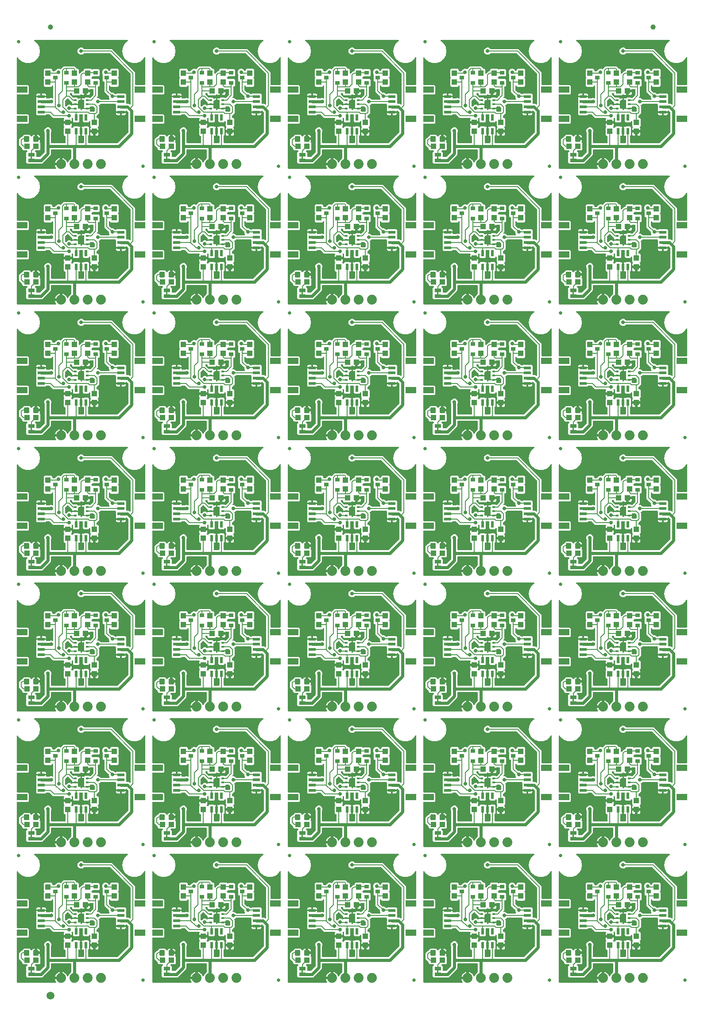
<source format=gtl>
G04 EAGLE Gerber RS-274X export*
G75*
%MOMM*%
%FSLAX34Y34*%
%LPD*%
%INTop Copper*%
%IPPOS*%
%AMOC8*
5,1,8,0,0,1.08239X$1,22.5*%
G01*
%ADD10C,0.635000*%
%ADD11R,2.000000X1.200000*%
%ADD12R,1.350000X0.600000*%
%ADD13R,1.100000X1.000000*%
%ADD14C,0.300000*%
%ADD15R,0.550000X1.200000*%
%ADD16R,0.900000X0.800000*%
%ADD17R,1.000000X1.100000*%
%ADD18R,1.270000X0.660400*%
%ADD19C,1.879600*%
%ADD20R,0.550000X0.400000*%
%ADD21R,0.304800X0.609600*%
%ADD22C,1.000000*%
%ADD23C,1.500000*%
%ADD24C,0.736600*%
%ADD25C,0.203200*%
%ADD26C,0.609600*%
%ADD27C,0.177800*%

G36*
X596125Y1558550D02*
X596125Y1558550D01*
X596165Y1558547D01*
X596283Y1558570D01*
X596401Y1558585D01*
X596438Y1558599D01*
X596477Y1558607D01*
X596586Y1558658D01*
X596697Y1558702D01*
X596729Y1558725D01*
X596765Y1558742D01*
X596857Y1558818D01*
X596954Y1558888D01*
X596980Y1558919D01*
X597010Y1558944D01*
X597081Y1559041D01*
X597157Y1559133D01*
X597174Y1559169D01*
X597198Y1559202D01*
X597242Y1559313D01*
X597293Y1559421D01*
X597300Y1559460D01*
X597315Y1559497D01*
X597330Y1559616D01*
X597352Y1559733D01*
X597350Y1559773D01*
X597355Y1559813D01*
X597340Y1559932D01*
X597333Y1560051D01*
X597320Y1560089D01*
X597315Y1560128D01*
X597272Y1560240D01*
X597235Y1560353D01*
X597213Y1560387D01*
X597199Y1560424D01*
X597113Y1560560D01*
X596849Y1560923D01*
X595996Y1562597D01*
X595415Y1564384D01*
X595375Y1564641D01*
X605790Y1564641D01*
X605908Y1564656D01*
X606027Y1564663D01*
X606065Y1564676D01*
X606105Y1564681D01*
X606216Y1564724D01*
X606329Y1564761D01*
X606363Y1564783D01*
X606401Y1564798D01*
X606497Y1564868D01*
X606598Y1564931D01*
X606626Y1564961D01*
X606658Y1564984D01*
X606734Y1565076D01*
X606816Y1565163D01*
X606835Y1565198D01*
X606861Y1565229D01*
X606912Y1565337D01*
X606969Y1565441D01*
X606980Y1565481D01*
X606997Y1565517D01*
X607019Y1565634D01*
X607049Y1565749D01*
X607053Y1565810D01*
X607057Y1565830D01*
X607055Y1565850D01*
X607059Y1565910D01*
X607059Y1567181D01*
X608330Y1567181D01*
X608448Y1567196D01*
X608567Y1567203D01*
X608605Y1567216D01*
X608645Y1567221D01*
X608756Y1567265D01*
X608869Y1567301D01*
X608904Y1567323D01*
X608941Y1567338D01*
X609037Y1567408D01*
X609138Y1567471D01*
X609166Y1567501D01*
X609199Y1567525D01*
X609274Y1567616D01*
X609356Y1567703D01*
X609376Y1567738D01*
X609401Y1567770D01*
X609452Y1567877D01*
X609510Y1567982D01*
X609520Y1568021D01*
X609537Y1568057D01*
X609559Y1568174D01*
X609589Y1568289D01*
X609593Y1568350D01*
X609597Y1568370D01*
X609595Y1568390D01*
X609599Y1568450D01*
X609599Y1578865D01*
X609856Y1578825D01*
X611643Y1578244D01*
X613317Y1577391D01*
X614838Y1576286D01*
X616166Y1574958D01*
X617271Y1573437D01*
X618124Y1571763D01*
X618275Y1571298D01*
X618288Y1571271D01*
X618295Y1571242D01*
X618355Y1571128D01*
X618410Y1571010D01*
X618429Y1570987D01*
X618443Y1570961D01*
X618530Y1570865D01*
X618613Y1570765D01*
X618637Y1570748D01*
X618657Y1570726D01*
X618766Y1570654D01*
X618870Y1570578D01*
X618898Y1570567D01*
X618923Y1570551D01*
X619046Y1570509D01*
X619166Y1570461D01*
X619196Y1570457D01*
X619224Y1570448D01*
X619353Y1570437D01*
X619481Y1570421D01*
X619511Y1570425D01*
X619541Y1570422D01*
X619669Y1570445D01*
X619797Y1570461D01*
X619825Y1570472D01*
X619854Y1570477D01*
X619972Y1570530D01*
X620093Y1570578D01*
X620117Y1570595D01*
X620144Y1570607D01*
X620245Y1570688D01*
X620350Y1570764D01*
X620369Y1570787D01*
X620393Y1570806D01*
X620471Y1570910D01*
X620553Y1571009D01*
X620566Y1571036D01*
X620584Y1571060D01*
X620655Y1571205D01*
X621908Y1574230D01*
X625409Y1577732D01*
X625580Y1577802D01*
X625605Y1577817D01*
X625633Y1577826D01*
X625743Y1577895D01*
X625856Y1577960D01*
X625877Y1577980D01*
X625902Y1577996D01*
X625991Y1578091D01*
X626084Y1578181D01*
X626100Y1578206D01*
X626120Y1578228D01*
X626183Y1578342D01*
X626251Y1578452D01*
X626259Y1578481D01*
X626274Y1578506D01*
X626306Y1578632D01*
X626344Y1578756D01*
X626346Y1578786D01*
X626353Y1578814D01*
X626363Y1578975D01*
X626363Y1594104D01*
X626348Y1594222D01*
X626341Y1594341D01*
X626328Y1594379D01*
X626323Y1594420D01*
X626280Y1594530D01*
X626243Y1594643D01*
X626221Y1594678D01*
X626206Y1594715D01*
X626137Y1594811D01*
X626073Y1594912D01*
X626043Y1594940D01*
X626020Y1594973D01*
X625928Y1595049D01*
X625841Y1595130D01*
X625806Y1595150D01*
X625775Y1595175D01*
X625667Y1595226D01*
X625563Y1595284D01*
X625523Y1595294D01*
X625487Y1595311D01*
X625370Y1595333D01*
X625255Y1595363D01*
X625195Y1595367D01*
X625175Y1595371D01*
X625154Y1595369D01*
X625094Y1595373D01*
X589026Y1595373D01*
X588908Y1595358D01*
X588789Y1595351D01*
X588751Y1595338D01*
X588710Y1595333D01*
X588600Y1595290D01*
X588487Y1595253D01*
X588452Y1595231D01*
X588415Y1595216D01*
X588319Y1595147D01*
X588218Y1595083D01*
X588190Y1595053D01*
X588157Y1595030D01*
X588081Y1594938D01*
X588000Y1594851D01*
X587980Y1594816D01*
X587955Y1594785D01*
X587904Y1594677D01*
X587846Y1594573D01*
X587836Y1594533D01*
X587819Y1594497D01*
X587797Y1594380D01*
X587767Y1594265D01*
X587763Y1594205D01*
X587759Y1594185D01*
X587760Y1594169D01*
X587759Y1594164D01*
X587760Y1594154D01*
X587757Y1594104D01*
X587757Y1586287D01*
X586829Y1584046D01*
X572287Y1569504D01*
X570046Y1568576D01*
X558303Y1568576D01*
X558204Y1568564D01*
X558105Y1568561D01*
X558047Y1568544D01*
X557987Y1568536D01*
X557895Y1568500D01*
X557800Y1568472D01*
X557748Y1568442D01*
X557691Y1568419D01*
X557611Y1568361D01*
X557545Y1568322D01*
X542297Y1568322D01*
X540511Y1570108D01*
X540511Y1579369D01*
X540552Y1579449D01*
X540561Y1579489D01*
X540577Y1579526D01*
X540596Y1579643D01*
X540622Y1579760D01*
X540621Y1579800D01*
X540627Y1579840D01*
X540616Y1579958D01*
X540612Y1580077D01*
X540601Y1580116D01*
X540597Y1580156D01*
X540557Y1580269D01*
X540524Y1580383D01*
X540511Y1580404D01*
X540511Y1589652D01*
X542114Y1591255D01*
X542199Y1591364D01*
X542288Y1591471D01*
X542296Y1591490D01*
X542309Y1591506D01*
X542364Y1591634D01*
X542423Y1591759D01*
X542427Y1591779D01*
X542435Y1591798D01*
X542457Y1591936D01*
X542483Y1592072D01*
X542482Y1592092D01*
X542485Y1592112D01*
X542472Y1592251D01*
X542463Y1592389D01*
X542457Y1592408D01*
X542455Y1592428D01*
X542408Y1592560D01*
X542365Y1592691D01*
X542355Y1592709D01*
X542348Y1592728D01*
X542270Y1592843D01*
X542195Y1592960D01*
X542180Y1592974D01*
X542169Y1592991D01*
X542065Y1593083D01*
X541964Y1593178D01*
X541946Y1593188D01*
X541931Y1593201D01*
X541807Y1593265D01*
X541685Y1593332D01*
X541666Y1593337D01*
X541647Y1593346D01*
X541512Y1593376D01*
X541377Y1593411D01*
X541349Y1593413D01*
X541337Y1593416D01*
X541317Y1593415D01*
X541216Y1593421D01*
X534647Y1593421D01*
X532861Y1595207D01*
X532861Y1597005D01*
X532849Y1597103D01*
X532846Y1597202D01*
X532829Y1597260D01*
X532821Y1597320D01*
X532785Y1597412D01*
X532757Y1597507D01*
X532727Y1597560D01*
X532704Y1597616D01*
X532646Y1597696D01*
X532596Y1597781D01*
X532530Y1597857D01*
X532518Y1597873D01*
X532508Y1597881D01*
X532490Y1597902D01*
X529548Y1600844D01*
X526795Y1603596D01*
X526795Y1614584D01*
X531716Y1619505D01*
X531822Y1619505D01*
X531940Y1619520D01*
X532059Y1619527D01*
X532097Y1619540D01*
X532138Y1619545D01*
X532248Y1619588D01*
X532361Y1619625D01*
X532396Y1619647D01*
X532433Y1619662D01*
X532529Y1619731D01*
X532630Y1619795D01*
X532658Y1619825D01*
X532691Y1619848D01*
X532767Y1619940D01*
X532848Y1620027D01*
X532868Y1620062D01*
X532893Y1620093D01*
X532944Y1620201D01*
X533002Y1620305D01*
X533012Y1620345D01*
X533029Y1620381D01*
X533051Y1620498D01*
X533081Y1620613D01*
X533085Y1620673D01*
X533089Y1620693D01*
X533087Y1620714D01*
X533091Y1620774D01*
X533091Y1620824D01*
X535756Y1623489D01*
X546524Y1623489D01*
X549549Y1620464D01*
X549648Y1620387D01*
X549743Y1620305D01*
X549774Y1620290D01*
X549800Y1620269D01*
X549916Y1620219D01*
X550028Y1620163D01*
X550061Y1620156D01*
X550092Y1620143D01*
X550216Y1620123D01*
X550339Y1620097D01*
X550373Y1620098D01*
X550406Y1620093D01*
X550531Y1620104D01*
X550657Y1620110D01*
X550689Y1620119D01*
X550723Y1620123D01*
X550841Y1620165D01*
X550962Y1620201D01*
X550990Y1620219D01*
X551022Y1620230D01*
X551126Y1620301D01*
X551234Y1620366D01*
X551257Y1620390D01*
X551285Y1620409D01*
X551368Y1620503D01*
X551457Y1620593D01*
X551484Y1620633D01*
X551496Y1620647D01*
X551506Y1620666D01*
X551546Y1620727D01*
X551947Y1621421D01*
X552699Y1622173D01*
X553620Y1622705D01*
X554648Y1622981D01*
X556181Y1622981D01*
X556181Y1616670D01*
X556196Y1616552D01*
X556203Y1616433D01*
X556215Y1616395D01*
X556221Y1616355D01*
X556264Y1616244D01*
X556301Y1616131D01*
X556323Y1616097D01*
X556338Y1616059D01*
X556407Y1615963D01*
X556471Y1615862D01*
X556501Y1615834D01*
X556524Y1615802D01*
X556616Y1615726D01*
X556703Y1615644D01*
X556738Y1615625D01*
X556769Y1615599D01*
X556877Y1615548D01*
X556981Y1615491D01*
X557021Y1615481D01*
X557057Y1615463D01*
X557174Y1615441D01*
X557289Y1615411D01*
X557349Y1615407D01*
X557369Y1615404D01*
X557390Y1615405D01*
X557450Y1615401D01*
X558641Y1615401D01*
X558641Y1614210D01*
X558656Y1614092D01*
X558663Y1613973D01*
X558676Y1613935D01*
X558681Y1613894D01*
X558725Y1613784D01*
X558761Y1613671D01*
X558783Y1613636D01*
X558798Y1613599D01*
X558868Y1613502D01*
X558931Y1613402D01*
X558961Y1613374D01*
X558985Y1613341D01*
X559076Y1613265D01*
X559163Y1613184D01*
X559198Y1613164D01*
X559230Y1613139D01*
X559337Y1613088D01*
X559442Y1613030D01*
X559481Y1613020D01*
X559517Y1613003D01*
X559634Y1612981D01*
X559750Y1612951D01*
X559810Y1612947D01*
X559830Y1612943D01*
X559850Y1612945D01*
X559910Y1612941D01*
X566221Y1612941D01*
X566221Y1611408D01*
X565945Y1610380D01*
X565834Y1610188D01*
X565791Y1610084D01*
X565740Y1609984D01*
X565729Y1609938D01*
X565711Y1609895D01*
X565695Y1609784D01*
X565670Y1609674D01*
X565671Y1609627D01*
X565664Y1609580D01*
X565676Y1609468D01*
X565680Y1609356D01*
X565693Y1609311D01*
X565698Y1609264D01*
X565737Y1609158D01*
X565768Y1609050D01*
X565792Y1609010D01*
X565808Y1608966D01*
X565872Y1608874D01*
X565929Y1608777D01*
X565977Y1608722D01*
X565990Y1608704D01*
X566003Y1608692D01*
X566036Y1608656D01*
X566959Y1607733D01*
X566959Y1595207D01*
X565173Y1593421D01*
X558604Y1593421D01*
X558466Y1593404D01*
X558327Y1593391D01*
X558308Y1593384D01*
X558288Y1593381D01*
X558159Y1593330D01*
X558028Y1593283D01*
X558011Y1593272D01*
X557992Y1593264D01*
X557880Y1593183D01*
X557765Y1593105D01*
X557751Y1593089D01*
X557735Y1593078D01*
X557646Y1592970D01*
X557554Y1592866D01*
X557545Y1592848D01*
X557532Y1592833D01*
X557473Y1592707D01*
X557410Y1592583D01*
X557405Y1592563D01*
X557397Y1592545D01*
X557371Y1592408D01*
X557340Y1592273D01*
X557341Y1592252D01*
X557337Y1592233D01*
X557345Y1592094D01*
X557350Y1591955D01*
X557355Y1591935D01*
X557357Y1591915D01*
X557399Y1591783D01*
X557438Y1591649D01*
X557448Y1591632D01*
X557455Y1591613D01*
X557529Y1591495D01*
X557600Y1591375D01*
X557618Y1591354D01*
X557625Y1591344D01*
X557640Y1591330D01*
X557706Y1591255D01*
X559309Y1589652D01*
X559309Y1582039D01*
X559324Y1581921D01*
X559331Y1581802D01*
X559344Y1581764D01*
X559349Y1581723D01*
X559392Y1581613D01*
X559429Y1581500D01*
X559451Y1581465D01*
X559466Y1581428D01*
X559535Y1581332D01*
X559599Y1581231D01*
X559629Y1581203D01*
X559652Y1581170D01*
X559744Y1581094D01*
X559831Y1581013D01*
X559866Y1580993D01*
X559897Y1580968D01*
X560005Y1580917D01*
X560109Y1580859D01*
X560149Y1580849D01*
X560185Y1580832D01*
X560302Y1580810D01*
X560417Y1580780D01*
X560477Y1580776D01*
X560497Y1580772D01*
X560518Y1580774D01*
X560578Y1580770D01*
X565782Y1580770D01*
X565880Y1580782D01*
X565979Y1580785D01*
X566037Y1580802D01*
X566097Y1580810D01*
X566190Y1580846D01*
X566285Y1580874D01*
X566337Y1580904D01*
X566393Y1580927D01*
X566473Y1580985D01*
X566559Y1581035D01*
X566634Y1581101D01*
X566650Y1581113D01*
X566658Y1581123D01*
X566679Y1581141D01*
X575192Y1589654D01*
X575252Y1589732D01*
X575320Y1589804D01*
X575349Y1589857D01*
X575386Y1589905D01*
X575426Y1589996D01*
X575474Y1590082D01*
X575489Y1590141D01*
X575513Y1590197D01*
X575528Y1590295D01*
X575553Y1590390D01*
X575559Y1590490D01*
X575563Y1590511D01*
X575561Y1590523D01*
X575563Y1590551D01*
X575563Y1627555D01*
X575562Y1627565D01*
X575563Y1627574D01*
X575542Y1627723D01*
X575523Y1627871D01*
X575520Y1627880D01*
X575519Y1627889D01*
X575467Y1628041D01*
X574928Y1629341D01*
X574928Y1632019D01*
X575953Y1634493D01*
X577847Y1636387D01*
X580321Y1637412D01*
X582999Y1637412D01*
X585473Y1636387D01*
X587367Y1634493D01*
X588392Y1632019D01*
X588392Y1629341D01*
X587853Y1628041D01*
X587851Y1628032D01*
X587846Y1628024D01*
X587809Y1627879D01*
X587769Y1627734D01*
X587769Y1627725D01*
X587767Y1627716D01*
X587757Y1627555D01*
X587757Y1608836D01*
X587772Y1608718D01*
X587779Y1608599D01*
X587792Y1608561D01*
X587797Y1608520D01*
X587840Y1608410D01*
X587877Y1608297D01*
X587899Y1608262D01*
X587914Y1608225D01*
X587983Y1608129D01*
X588047Y1608028D01*
X588077Y1608000D01*
X588100Y1607967D01*
X588192Y1607891D01*
X588279Y1607810D01*
X588314Y1607790D01*
X588345Y1607765D01*
X588453Y1607714D01*
X588557Y1607656D01*
X588597Y1607646D01*
X588633Y1607629D01*
X588750Y1607607D01*
X588865Y1607577D01*
X588925Y1607573D01*
X588945Y1607569D01*
X588966Y1607571D01*
X589026Y1607567D01*
X614426Y1607567D01*
X614544Y1607582D01*
X614663Y1607589D01*
X614701Y1607602D01*
X614742Y1607607D01*
X614852Y1607650D01*
X614965Y1607687D01*
X615000Y1607709D01*
X615037Y1607724D01*
X615133Y1607793D01*
X615234Y1607857D01*
X615262Y1607887D01*
X615295Y1607910D01*
X615371Y1608002D01*
X615452Y1608089D01*
X615472Y1608124D01*
X615497Y1608155D01*
X615548Y1608263D01*
X615606Y1608367D01*
X615616Y1608407D01*
X615633Y1608443D01*
X615655Y1608560D01*
X615685Y1608675D01*
X615689Y1608735D01*
X615693Y1608755D01*
X615691Y1608776D01*
X615695Y1608836D01*
X615695Y1619982D01*
X615680Y1620100D01*
X615673Y1620219D01*
X615660Y1620257D01*
X615655Y1620298D01*
X615612Y1620408D01*
X615575Y1620521D01*
X615553Y1620556D01*
X615538Y1620593D01*
X615469Y1620689D01*
X615405Y1620790D01*
X615375Y1620818D01*
X615352Y1620851D01*
X615260Y1620927D01*
X615173Y1621008D01*
X615138Y1621028D01*
X615107Y1621053D01*
X614999Y1621104D01*
X614895Y1621162D01*
X614855Y1621172D01*
X614819Y1621189D01*
X614702Y1621211D01*
X614587Y1621241D01*
X614527Y1621245D01*
X614507Y1621249D01*
X614486Y1621247D01*
X614426Y1621251D01*
X613497Y1621251D01*
X611711Y1623037D01*
X611711Y1636563D01*
X612910Y1637762D01*
X612983Y1637856D01*
X613062Y1637945D01*
X613080Y1637981D01*
X613105Y1638013D01*
X613152Y1638122D01*
X613207Y1638228D01*
X613215Y1638268D01*
X613231Y1638305D01*
X613250Y1638423D01*
X613276Y1638539D01*
X613275Y1638579D01*
X613281Y1638619D01*
X613270Y1638738D01*
X613267Y1638856D01*
X613255Y1638895D01*
X613251Y1638936D01*
X613211Y1639048D01*
X613178Y1639162D01*
X613158Y1639197D01*
X613144Y1639235D01*
X613077Y1639333D01*
X613017Y1639436D01*
X612977Y1639481D01*
X612965Y1639498D01*
X612950Y1639511D01*
X612910Y1639557D01*
X612727Y1639740D01*
X612392Y1640319D01*
X612219Y1640965D01*
X612219Y1644301D01*
X618530Y1644301D01*
X618648Y1644316D01*
X618767Y1644323D01*
X618805Y1644335D01*
X618845Y1644341D01*
X618956Y1644384D01*
X619069Y1644421D01*
X619103Y1644443D01*
X619141Y1644458D01*
X619237Y1644527D01*
X619338Y1644591D01*
X619366Y1644621D01*
X619398Y1644644D01*
X619474Y1644736D01*
X619556Y1644823D01*
X619575Y1644858D01*
X619601Y1644889D01*
X619652Y1644997D01*
X619709Y1645101D01*
X619719Y1645141D01*
X619737Y1645177D01*
X619757Y1645284D01*
X619761Y1645254D01*
X619805Y1645144D01*
X619841Y1645031D01*
X619863Y1644996D01*
X619878Y1644959D01*
X619948Y1644862D01*
X620011Y1644762D01*
X620041Y1644734D01*
X620065Y1644701D01*
X620156Y1644625D01*
X620243Y1644544D01*
X620278Y1644524D01*
X620310Y1644499D01*
X620417Y1644448D01*
X620522Y1644390D01*
X620561Y1644380D01*
X620597Y1644363D01*
X620714Y1644341D01*
X620830Y1644311D01*
X620890Y1644307D01*
X620910Y1644303D01*
X620930Y1644305D01*
X620990Y1644301D01*
X627301Y1644301D01*
X627301Y1640965D01*
X627128Y1640319D01*
X626793Y1639740D01*
X626610Y1639557D01*
X626537Y1639463D01*
X626458Y1639373D01*
X626440Y1639337D01*
X626415Y1639305D01*
X626368Y1639196D01*
X626313Y1639090D01*
X626305Y1639051D01*
X626289Y1639014D01*
X626270Y1638896D01*
X626244Y1638780D01*
X626245Y1638740D01*
X626239Y1638699D01*
X626250Y1638581D01*
X626253Y1638462D01*
X626265Y1638423D01*
X626269Y1638383D01*
X626309Y1638271D01*
X626342Y1638156D01*
X626362Y1638122D01*
X626376Y1638084D01*
X626443Y1637985D01*
X626503Y1637883D01*
X626543Y1637837D01*
X626555Y1637820D01*
X626570Y1637807D01*
X626610Y1637762D01*
X627695Y1636677D01*
X627804Y1636592D01*
X627911Y1636503D01*
X627930Y1636495D01*
X627946Y1636482D01*
X628074Y1636427D01*
X628199Y1636368D01*
X628219Y1636364D01*
X628238Y1636356D01*
X628376Y1636334D01*
X628512Y1636308D01*
X628532Y1636309D01*
X628552Y1636306D01*
X628691Y1636319D01*
X628829Y1636328D01*
X628848Y1636334D01*
X628868Y1636336D01*
X629000Y1636383D01*
X629131Y1636426D01*
X629149Y1636436D01*
X629168Y1636443D01*
X629283Y1636521D01*
X629400Y1636596D01*
X629414Y1636611D01*
X629431Y1636622D01*
X629523Y1636726D01*
X629618Y1636827D01*
X629628Y1636845D01*
X629641Y1636860D01*
X629705Y1636984D01*
X629772Y1637106D01*
X629777Y1637125D01*
X629786Y1637144D01*
X629816Y1637279D01*
X629851Y1637414D01*
X629853Y1637442D01*
X629856Y1637454D01*
X629855Y1637474D01*
X629861Y1637575D01*
X629861Y1637642D01*
X631647Y1639428D01*
X639673Y1639428D01*
X640063Y1639038D01*
X640147Y1638973D01*
X640224Y1638901D01*
X640272Y1638876D01*
X640314Y1638843D01*
X640411Y1638801D01*
X640504Y1638751D01*
X640557Y1638738D01*
X640606Y1638716D01*
X640711Y1638700D01*
X640813Y1638674D01*
X640867Y1638675D01*
X640920Y1638666D01*
X641026Y1638676D01*
X641131Y1638677D01*
X641215Y1638694D01*
X641237Y1638696D01*
X641252Y1638701D01*
X641289Y1638709D01*
X642076Y1638920D01*
X643786Y1638920D01*
X643786Y1630484D01*
X643795Y1630414D01*
X643792Y1630374D01*
X643788Y1630354D01*
X643790Y1630334D01*
X643786Y1630274D01*
X643786Y1621838D01*
X642076Y1621838D01*
X641323Y1622040D01*
X641198Y1622057D01*
X641074Y1622081D01*
X641041Y1622079D01*
X641007Y1622083D01*
X640882Y1622069D01*
X640757Y1622061D01*
X640725Y1622051D01*
X640692Y1622047D01*
X640574Y1622002D01*
X640455Y1621963D01*
X640426Y1621945D01*
X640395Y1621933D01*
X640292Y1621860D01*
X640186Y1621793D01*
X640163Y1621768D01*
X640135Y1621749D01*
X640054Y1621653D01*
X639968Y1621561D01*
X639952Y1621532D01*
X639930Y1621506D01*
X639875Y1621393D01*
X639814Y1621283D01*
X639806Y1621250D01*
X639791Y1621220D01*
X639766Y1621096D01*
X639735Y1620975D01*
X639732Y1620926D01*
X639728Y1620908D01*
X639729Y1620886D01*
X639725Y1620814D01*
X639725Y1608836D01*
X639740Y1608718D01*
X639747Y1608599D01*
X639760Y1608561D01*
X639765Y1608520D01*
X639808Y1608410D01*
X639845Y1608297D01*
X639867Y1608262D01*
X639882Y1608225D01*
X639951Y1608129D01*
X640015Y1608028D01*
X640045Y1608000D01*
X640068Y1607967D01*
X640160Y1607891D01*
X640247Y1607810D01*
X640282Y1607790D01*
X640313Y1607765D01*
X640421Y1607714D01*
X640525Y1607656D01*
X640565Y1607646D01*
X640601Y1607629D01*
X640718Y1607607D01*
X640833Y1607577D01*
X640893Y1607573D01*
X640913Y1607569D01*
X640934Y1607571D01*
X640994Y1607567D01*
X649326Y1607567D01*
X649444Y1607582D01*
X649563Y1607589D01*
X649601Y1607602D01*
X649642Y1607607D01*
X649752Y1607650D01*
X649865Y1607687D01*
X649900Y1607709D01*
X649937Y1607724D01*
X650033Y1607793D01*
X650134Y1607857D01*
X650162Y1607887D01*
X650195Y1607910D01*
X650271Y1608002D01*
X650352Y1608089D01*
X650372Y1608124D01*
X650397Y1608155D01*
X650448Y1608263D01*
X650506Y1608367D01*
X650516Y1608407D01*
X650533Y1608443D01*
X650555Y1608560D01*
X650585Y1608675D01*
X650589Y1608735D01*
X650593Y1608755D01*
X650591Y1608776D01*
X650595Y1608836D01*
X650595Y1620814D01*
X650579Y1620939D01*
X650570Y1621064D01*
X650560Y1621096D01*
X650555Y1621130D01*
X650509Y1621246D01*
X650469Y1621366D01*
X650451Y1621394D01*
X650438Y1621425D01*
X650365Y1621527D01*
X650296Y1621633D01*
X650271Y1621655D01*
X650252Y1621683D01*
X650155Y1621763D01*
X650062Y1621848D01*
X650033Y1621864D01*
X650007Y1621885D01*
X649893Y1621939D01*
X649782Y1621999D01*
X649749Y1622007D01*
X649719Y1622021D01*
X649596Y1622045D01*
X649473Y1622075D01*
X649440Y1622074D01*
X649407Y1622081D01*
X649281Y1622073D01*
X649155Y1622072D01*
X649107Y1622062D01*
X649089Y1622061D01*
X649069Y1622054D01*
X648997Y1622040D01*
X648244Y1621838D01*
X646534Y1621838D01*
X646534Y1630274D01*
X646525Y1630344D01*
X646528Y1630384D01*
X646532Y1630404D01*
X646530Y1630424D01*
X646534Y1630484D01*
X646534Y1638920D01*
X648244Y1638920D01*
X649031Y1638709D01*
X649136Y1638695D01*
X649239Y1638671D01*
X649293Y1638673D01*
X649346Y1638666D01*
X649451Y1638678D01*
X649557Y1638681D01*
X649608Y1638696D01*
X649662Y1638702D01*
X649761Y1638740D01*
X649862Y1638770D01*
X649909Y1638797D01*
X649959Y1638816D01*
X650045Y1638877D01*
X650136Y1638931D01*
X650200Y1638988D01*
X650218Y1639000D01*
X650228Y1639012D01*
X650257Y1639038D01*
X650647Y1639428D01*
X658673Y1639428D01*
X660459Y1637642D01*
X660459Y1623116D01*
X659096Y1621754D01*
X659036Y1621676D01*
X658968Y1621604D01*
X658939Y1621551D01*
X658902Y1621503D01*
X658862Y1621412D01*
X658814Y1621325D01*
X658799Y1621267D01*
X658775Y1621211D01*
X658760Y1621113D01*
X658735Y1621017D01*
X658729Y1620917D01*
X658725Y1620897D01*
X658727Y1620884D01*
X658725Y1620856D01*
X658725Y1608836D01*
X658740Y1608718D01*
X658747Y1608599D01*
X658760Y1608561D01*
X658765Y1608520D01*
X658808Y1608410D01*
X658845Y1608297D01*
X658867Y1608262D01*
X658882Y1608225D01*
X658951Y1608129D01*
X659015Y1608028D01*
X659045Y1608000D01*
X659068Y1607967D01*
X659160Y1607891D01*
X659247Y1607810D01*
X659282Y1607790D01*
X659313Y1607765D01*
X659421Y1607714D01*
X659525Y1607656D01*
X659565Y1607646D01*
X659601Y1607629D01*
X659718Y1607607D01*
X659833Y1607577D01*
X659893Y1607573D01*
X659913Y1607569D01*
X659934Y1607571D01*
X659994Y1607567D01*
X714499Y1607567D01*
X714597Y1607579D01*
X714696Y1607582D01*
X714754Y1607599D01*
X714814Y1607607D01*
X714907Y1607643D01*
X715002Y1607671D01*
X715054Y1607701D01*
X715110Y1607724D01*
X715190Y1607782D01*
X715276Y1607832D01*
X715351Y1607898D01*
X715367Y1607910D01*
X715375Y1607920D01*
X715396Y1607938D01*
X735212Y1627754D01*
X735272Y1627832D01*
X735340Y1627904D01*
X735369Y1627957D01*
X735406Y1628005D01*
X735446Y1628096D01*
X735494Y1628182D01*
X735509Y1628241D01*
X735533Y1628297D01*
X735548Y1628395D01*
X735573Y1628490D01*
X735579Y1628590D01*
X735583Y1628611D01*
X735581Y1628623D01*
X735583Y1628651D01*
X735583Y1666034D01*
X735571Y1666132D01*
X735568Y1666231D01*
X735551Y1666289D01*
X735543Y1666349D01*
X735507Y1666442D01*
X735479Y1666537D01*
X735449Y1666589D01*
X735426Y1666645D01*
X735368Y1666725D01*
X735318Y1666811D01*
X735252Y1666886D01*
X735240Y1666902D01*
X735230Y1666910D01*
X735212Y1666931D01*
X734747Y1667395D01*
X732817Y1669325D01*
X732708Y1669411D01*
X732601Y1669499D01*
X732582Y1669508D01*
X732566Y1669520D01*
X732438Y1669576D01*
X732313Y1669635D01*
X732293Y1669639D01*
X732274Y1669647D01*
X732136Y1669669D01*
X732000Y1669695D01*
X731980Y1669693D01*
X731960Y1669697D01*
X731821Y1669683D01*
X731683Y1669675D01*
X731664Y1669669D01*
X731644Y1669667D01*
X731512Y1669620D01*
X731381Y1669577D01*
X731363Y1669566D01*
X731344Y1669559D01*
X731229Y1669481D01*
X731112Y1669407D01*
X731098Y1669392D01*
X731081Y1669381D01*
X730989Y1669276D01*
X730894Y1669175D01*
X730884Y1669157D01*
X730871Y1669142D01*
X730807Y1669018D01*
X730740Y1668897D01*
X730735Y1668877D01*
X730726Y1668859D01*
X730696Y1668723D01*
X730661Y1668589D01*
X730659Y1668561D01*
X730656Y1668549D01*
X730657Y1668528D01*
X730651Y1668428D01*
X730651Y1667979D01*
X721590Y1667979D01*
X721472Y1667964D01*
X721353Y1667957D01*
X721346Y1667955D01*
X721290Y1667969D01*
X721230Y1667973D01*
X721210Y1667977D01*
X721190Y1667975D01*
X721130Y1667979D01*
X712069Y1667979D01*
X712069Y1669814D01*
X712280Y1670601D01*
X712294Y1670706D01*
X712318Y1670809D01*
X712316Y1670863D01*
X712323Y1670916D01*
X712311Y1671021D01*
X712308Y1671127D01*
X712293Y1671178D01*
X712287Y1671232D01*
X712249Y1671331D01*
X712219Y1671432D01*
X712192Y1671479D01*
X712173Y1671529D01*
X712112Y1671615D01*
X712058Y1671706D01*
X712001Y1671770D01*
X711989Y1671788D01*
X711977Y1671798D01*
X711951Y1671827D01*
X711561Y1672217D01*
X711561Y1681146D01*
X711546Y1681264D01*
X711539Y1681383D01*
X711526Y1681421D01*
X711521Y1681462D01*
X711478Y1681572D01*
X711441Y1681685D01*
X711419Y1681720D01*
X711404Y1681757D01*
X711335Y1681853D01*
X711271Y1681954D01*
X711241Y1681982D01*
X711218Y1682015D01*
X711126Y1682091D01*
X711039Y1682172D01*
X711004Y1682192D01*
X710973Y1682217D01*
X710865Y1682268D01*
X710761Y1682326D01*
X710721Y1682336D01*
X710685Y1682353D01*
X710568Y1682375D01*
X710453Y1682405D01*
X710393Y1682409D01*
X710373Y1682413D01*
X710352Y1682411D01*
X710292Y1682415D01*
X682811Y1682415D01*
X682713Y1682403D01*
X682614Y1682400D01*
X682556Y1682383D01*
X682496Y1682375D01*
X682404Y1682339D01*
X682308Y1682311D01*
X682256Y1682281D01*
X682200Y1682258D01*
X682120Y1682200D01*
X682034Y1682150D01*
X681959Y1682084D01*
X681943Y1682072D01*
X681935Y1682062D01*
X681914Y1682044D01*
X680723Y1680853D01*
X679800Y1680471D01*
X679757Y1680446D01*
X679710Y1680429D01*
X679619Y1680367D01*
X679523Y1680313D01*
X679488Y1680278D01*
X679447Y1680251D01*
X679374Y1680168D01*
X679295Y1680092D01*
X679269Y1680049D01*
X679236Y1680012D01*
X679186Y1679914D01*
X679129Y1679821D01*
X679114Y1679773D01*
X679092Y1679729D01*
X679068Y1679622D01*
X679035Y1679517D01*
X679033Y1679467D01*
X679022Y1679419D01*
X679025Y1679309D01*
X679020Y1679199D01*
X679030Y1679150D01*
X679032Y1679101D01*
X679062Y1678995D01*
X679084Y1678888D01*
X679106Y1678843D01*
X679120Y1678795D01*
X679176Y1678701D01*
X679224Y1678602D01*
X679256Y1678564D01*
X679282Y1678521D01*
X679388Y1678400D01*
X679705Y1678084D01*
X679705Y1664556D01*
X674869Y1659721D01*
X674809Y1659643D01*
X674741Y1659571D01*
X674712Y1659518D01*
X674675Y1659470D01*
X674635Y1659379D01*
X674587Y1659292D01*
X674573Y1659235D01*
X674560Y1659208D01*
X674559Y1659203D01*
X674548Y1659178D01*
X674533Y1659080D01*
X674508Y1658984D01*
X674503Y1658912D01*
X674500Y1658896D01*
X674501Y1658882D01*
X674498Y1658864D01*
X674500Y1658852D01*
X674498Y1658824D01*
X674498Y1656618D01*
X674513Y1656500D01*
X674520Y1656381D01*
X674533Y1656343D01*
X674538Y1656302D01*
X674581Y1656192D01*
X674618Y1656079D01*
X674640Y1656044D01*
X674655Y1656007D01*
X674724Y1655911D01*
X674788Y1655810D01*
X674818Y1655782D01*
X674841Y1655749D01*
X674933Y1655673D01*
X675020Y1655592D01*
X675055Y1655572D01*
X675086Y1655547D01*
X675194Y1655496D01*
X675298Y1655438D01*
X675338Y1655428D01*
X675374Y1655411D01*
X675491Y1655389D01*
X675606Y1655359D01*
X675666Y1655355D01*
X675686Y1655351D01*
X675707Y1655353D01*
X675767Y1655349D01*
X676823Y1655349D01*
X678609Y1653563D01*
X678609Y1640037D01*
X677410Y1638838D01*
X677337Y1638744D01*
X677258Y1638655D01*
X677240Y1638619D01*
X677215Y1638587D01*
X677168Y1638478D01*
X677113Y1638372D01*
X677105Y1638332D01*
X677089Y1638295D01*
X677070Y1638177D01*
X677044Y1638061D01*
X677045Y1638021D01*
X677039Y1637981D01*
X677050Y1637862D01*
X677053Y1637744D01*
X677065Y1637705D01*
X677069Y1637664D01*
X677109Y1637552D01*
X677142Y1637438D01*
X677162Y1637403D01*
X677176Y1637365D01*
X677243Y1637267D01*
X677303Y1637164D01*
X677343Y1637119D01*
X677355Y1637102D01*
X677370Y1637089D01*
X677410Y1637043D01*
X677593Y1636860D01*
X677928Y1636281D01*
X678101Y1635634D01*
X678101Y1632299D01*
X671790Y1632299D01*
X671672Y1632284D01*
X671553Y1632277D01*
X671515Y1632264D01*
X671475Y1632259D01*
X671364Y1632216D01*
X671251Y1632179D01*
X671217Y1632157D01*
X671179Y1632142D01*
X671083Y1632073D01*
X670982Y1632009D01*
X670954Y1631979D01*
X670922Y1631956D01*
X670846Y1631864D01*
X670764Y1631777D01*
X670745Y1631742D01*
X670719Y1631711D01*
X670668Y1631603D01*
X670611Y1631499D01*
X670601Y1631459D01*
X670583Y1631423D01*
X670563Y1631316D01*
X670559Y1631346D01*
X670515Y1631456D01*
X670479Y1631569D01*
X670457Y1631604D01*
X670442Y1631641D01*
X670372Y1631737D01*
X670309Y1631838D01*
X670279Y1631866D01*
X670255Y1631899D01*
X670164Y1631975D01*
X670077Y1632056D01*
X670042Y1632076D01*
X670010Y1632101D01*
X669903Y1632152D01*
X669798Y1632210D01*
X669759Y1632220D01*
X669723Y1632237D01*
X669606Y1632259D01*
X669490Y1632289D01*
X669430Y1632293D01*
X669410Y1632297D01*
X669390Y1632295D01*
X669330Y1632299D01*
X663019Y1632299D01*
X663019Y1635634D01*
X663192Y1636281D01*
X663527Y1636860D01*
X663710Y1637043D01*
X663783Y1637137D01*
X663862Y1637227D01*
X663880Y1637263D01*
X663905Y1637295D01*
X663952Y1637404D01*
X664007Y1637510D01*
X664015Y1637549D01*
X664031Y1637586D01*
X664050Y1637704D01*
X664076Y1637820D01*
X664075Y1637861D01*
X664081Y1637901D01*
X664070Y1638019D01*
X664067Y1638138D01*
X664055Y1638177D01*
X664051Y1638217D01*
X664011Y1638329D01*
X663978Y1638444D01*
X663958Y1638478D01*
X663944Y1638516D01*
X663877Y1638615D01*
X663817Y1638717D01*
X663777Y1638763D01*
X663765Y1638780D01*
X663750Y1638793D01*
X663710Y1638838D01*
X662511Y1640037D01*
X662511Y1648106D01*
X662494Y1648244D01*
X662481Y1648383D01*
X662474Y1648402D01*
X662471Y1648422D01*
X662420Y1648551D01*
X662373Y1648682D01*
X662362Y1648699D01*
X662354Y1648718D01*
X662273Y1648830D01*
X662195Y1648945D01*
X662179Y1648959D01*
X662168Y1648975D01*
X662060Y1649064D01*
X661956Y1649156D01*
X661938Y1649165D01*
X661923Y1649178D01*
X661797Y1649237D01*
X661673Y1649300D01*
X661653Y1649305D01*
X661635Y1649313D01*
X661499Y1649339D01*
X661363Y1649370D01*
X661342Y1649369D01*
X661323Y1649373D01*
X661184Y1649365D01*
X661045Y1649360D01*
X661025Y1649355D01*
X661005Y1649353D01*
X660873Y1649311D01*
X660739Y1649272D01*
X660722Y1649262D01*
X660703Y1649255D01*
X660585Y1649181D01*
X660465Y1649110D01*
X660444Y1649092D01*
X660434Y1649085D01*
X660420Y1649070D01*
X660345Y1649004D01*
X658673Y1647332D01*
X650647Y1647332D01*
X648861Y1649118D01*
X648861Y1660906D01*
X648846Y1661024D01*
X648839Y1661143D01*
X648826Y1661181D01*
X648821Y1661222D01*
X648778Y1661332D01*
X648741Y1661445D01*
X648719Y1661480D01*
X648704Y1661517D01*
X648635Y1661613D01*
X648571Y1661714D01*
X648541Y1661742D01*
X648518Y1661775D01*
X648426Y1661851D01*
X648339Y1661932D01*
X648304Y1661952D01*
X648273Y1661977D01*
X648165Y1662028D01*
X648061Y1662086D01*
X648021Y1662096D01*
X647985Y1662113D01*
X647868Y1662135D01*
X647753Y1662165D01*
X647693Y1662169D01*
X647673Y1662173D01*
X647652Y1662171D01*
X647592Y1662175D01*
X642728Y1662175D01*
X642610Y1662160D01*
X642491Y1662153D01*
X642453Y1662140D01*
X642412Y1662135D01*
X642302Y1662092D01*
X642189Y1662055D01*
X642154Y1662033D01*
X642117Y1662018D01*
X642021Y1661949D01*
X641920Y1661885D01*
X641892Y1661855D01*
X641859Y1661832D01*
X641783Y1661740D01*
X641702Y1661653D01*
X641682Y1661618D01*
X641657Y1661587D01*
X641606Y1661479D01*
X641548Y1661375D01*
X641538Y1661335D01*
X641521Y1661299D01*
X641499Y1661182D01*
X641469Y1661067D01*
X641465Y1661007D01*
X641461Y1660987D01*
X641463Y1660966D01*
X641459Y1660906D01*
X641459Y1649118D01*
X639673Y1647332D01*
X631647Y1647332D01*
X629861Y1649118D01*
X629861Y1654359D01*
X629844Y1654496D01*
X629831Y1654635D01*
X629824Y1654654D01*
X629821Y1654674D01*
X629770Y1654803D01*
X629723Y1654935D01*
X629712Y1654951D01*
X629704Y1654970D01*
X629623Y1655082D01*
X629545Y1655198D01*
X629529Y1655211D01*
X629518Y1655227D01*
X629410Y1655316D01*
X629306Y1655408D01*
X629288Y1655417D01*
X629273Y1655430D01*
X629147Y1655489D01*
X629023Y1655553D01*
X629003Y1655557D01*
X628985Y1655566D01*
X628849Y1655592D01*
X628713Y1655622D01*
X628692Y1655622D01*
X628673Y1655626D01*
X628534Y1655617D01*
X628395Y1655613D01*
X628375Y1655607D01*
X628355Y1655606D01*
X628223Y1655563D01*
X628089Y1655524D01*
X628072Y1655514D01*
X628053Y1655508D01*
X627935Y1655433D01*
X627815Y1655363D01*
X627794Y1655344D01*
X627784Y1655338D01*
X627770Y1655323D01*
X627695Y1655256D01*
X627301Y1654862D01*
X627232Y1654774D01*
X627156Y1654690D01*
X627134Y1654648D01*
X627106Y1654611D01*
X627061Y1654508D01*
X627009Y1654408D01*
X626998Y1654363D01*
X626979Y1654319D01*
X626962Y1654208D01*
X626936Y1654099D01*
X626937Y1654052D01*
X626929Y1654005D01*
X626940Y1653893D01*
X626942Y1653781D01*
X626955Y1653736D01*
X626959Y1653689D01*
X626997Y1653583D01*
X627027Y1653474D01*
X627060Y1653410D01*
X627067Y1653389D01*
X627077Y1653374D01*
X627099Y1653330D01*
X627128Y1653281D01*
X627301Y1652634D01*
X627301Y1649299D01*
X620990Y1649299D01*
X620872Y1649284D01*
X620753Y1649277D01*
X620715Y1649264D01*
X620675Y1649259D01*
X620564Y1649216D01*
X620451Y1649179D01*
X620417Y1649157D01*
X620379Y1649142D01*
X620283Y1649073D01*
X620182Y1649009D01*
X620154Y1648979D01*
X620122Y1648956D01*
X620046Y1648864D01*
X619964Y1648777D01*
X619945Y1648742D01*
X619919Y1648711D01*
X619868Y1648603D01*
X619811Y1648499D01*
X619801Y1648459D01*
X619783Y1648423D01*
X619763Y1648316D01*
X619759Y1648346D01*
X619715Y1648456D01*
X619679Y1648569D01*
X619657Y1648604D01*
X619642Y1648641D01*
X619572Y1648737D01*
X619509Y1648838D01*
X619479Y1648866D01*
X619455Y1648899D01*
X619364Y1648975D01*
X619277Y1649056D01*
X619242Y1649076D01*
X619210Y1649101D01*
X619103Y1649152D01*
X618998Y1649210D01*
X618959Y1649220D01*
X618923Y1649237D01*
X618806Y1649259D01*
X618690Y1649289D01*
X618630Y1649293D01*
X618610Y1649297D01*
X618590Y1649295D01*
X618530Y1649299D01*
X612219Y1649299D01*
X612219Y1652634D01*
X612392Y1653281D01*
X612469Y1653413D01*
X612520Y1653536D01*
X612577Y1653655D01*
X612582Y1653682D01*
X612592Y1653706D01*
X612612Y1653838D01*
X612637Y1653968D01*
X612635Y1653994D01*
X612639Y1654021D01*
X612625Y1654153D01*
X612617Y1654285D01*
X612608Y1654311D01*
X612606Y1654337D01*
X612560Y1654461D01*
X612519Y1654587D01*
X612504Y1654610D01*
X612495Y1654635D01*
X612420Y1654744D01*
X612349Y1654856D01*
X612329Y1654875D01*
X612314Y1654897D01*
X612214Y1654983D01*
X612117Y1655074D01*
X612093Y1655087D01*
X612073Y1655105D01*
X611955Y1655164D01*
X611838Y1655228D01*
X611812Y1655234D01*
X611788Y1655246D01*
X611659Y1655274D01*
X611531Y1655307D01*
X611492Y1655309D01*
X611477Y1655313D01*
X611456Y1655312D01*
X611370Y1655317D01*
X591914Y1655317D01*
X585188Y1662044D01*
X585110Y1662104D01*
X585038Y1662172D01*
X584985Y1662201D01*
X584937Y1662238D01*
X584846Y1662278D01*
X584759Y1662326D01*
X584701Y1662341D01*
X584645Y1662365D01*
X584547Y1662380D01*
X584451Y1662405D01*
X584351Y1662411D01*
X584331Y1662415D01*
X584319Y1662413D01*
X584291Y1662415D01*
X579483Y1662415D01*
X579384Y1662403D01*
X579285Y1662400D01*
X579227Y1662383D01*
X579167Y1662375D01*
X579075Y1662339D01*
X578980Y1662311D01*
X578928Y1662281D01*
X578871Y1662258D01*
X578791Y1662200D01*
X578706Y1662150D01*
X578631Y1662084D01*
X578614Y1662072D01*
X578606Y1662062D01*
X578585Y1662044D01*
X576973Y1660431D01*
X560947Y1660431D01*
X559161Y1662217D01*
X559161Y1670783D01*
X559171Y1670802D01*
X559196Y1670834D01*
X559243Y1670943D01*
X559297Y1671049D01*
X559306Y1671089D01*
X559322Y1671126D01*
X559341Y1671244D01*
X559367Y1671359D01*
X559366Y1671400D01*
X559372Y1671440D01*
X559361Y1671559D01*
X559357Y1671677D01*
X559346Y1671716D01*
X559342Y1671756D01*
X559302Y1671869D01*
X559269Y1671983D01*
X559248Y1672018D01*
X559235Y1672056D01*
X559168Y1672154D01*
X559161Y1672165D01*
X559161Y1680783D01*
X559171Y1680802D01*
X559196Y1680834D01*
X559243Y1680943D01*
X559297Y1681049D01*
X559306Y1681089D01*
X559322Y1681126D01*
X559341Y1681243D01*
X559367Y1681359D01*
X559366Y1681400D01*
X559372Y1681440D01*
X559361Y1681559D01*
X559357Y1681677D01*
X559346Y1681716D01*
X559342Y1681756D01*
X559302Y1681869D01*
X559269Y1681983D01*
X559248Y1682018D01*
X559235Y1682056D01*
X559168Y1682154D01*
X559161Y1682165D01*
X559161Y1690743D01*
X559551Y1691133D01*
X559616Y1691217D01*
X559688Y1691294D01*
X559713Y1691342D01*
X559746Y1691384D01*
X559788Y1691481D01*
X559838Y1691574D01*
X559851Y1691627D01*
X559873Y1691676D01*
X559889Y1691781D01*
X559915Y1691883D01*
X559914Y1691937D01*
X559923Y1691990D01*
X559913Y1692096D01*
X559912Y1692201D01*
X559895Y1692285D01*
X559893Y1692307D01*
X559888Y1692322D01*
X559880Y1692359D01*
X559669Y1693146D01*
X559669Y1694981D01*
X568730Y1694981D01*
X568848Y1694996D01*
X568967Y1695003D01*
X568974Y1695005D01*
X569030Y1694991D01*
X569090Y1694987D01*
X569110Y1694983D01*
X569130Y1694985D01*
X569190Y1694981D01*
X578251Y1694981D01*
X578251Y1693926D01*
X578266Y1693808D01*
X578273Y1693689D01*
X578286Y1693651D01*
X578291Y1693610D01*
X578334Y1693500D01*
X578371Y1693387D01*
X578393Y1693352D01*
X578408Y1693315D01*
X578477Y1693219D01*
X578541Y1693118D01*
X578571Y1693090D01*
X578594Y1693057D01*
X578686Y1692981D01*
X578773Y1692900D01*
X578808Y1692880D01*
X578839Y1692855D01*
X578947Y1692804D01*
X579051Y1692746D01*
X579091Y1692736D01*
X579127Y1692719D01*
X579244Y1692697D01*
X579359Y1692667D01*
X579419Y1692663D01*
X579439Y1692659D01*
X579460Y1692661D01*
X579520Y1692657D01*
X584885Y1692657D01*
X584895Y1692658D01*
X584904Y1692657D01*
X585053Y1692678D01*
X585201Y1692697D01*
X585210Y1692700D01*
X585219Y1692701D01*
X585371Y1692753D01*
X586671Y1693292D01*
X589349Y1693292D01*
X590240Y1692923D01*
X590288Y1692909D01*
X590333Y1692888D01*
X590441Y1692868D01*
X590547Y1692839D01*
X590597Y1692838D01*
X590646Y1692828D01*
X590755Y1692835D01*
X590865Y1692834D01*
X590913Y1692845D01*
X590963Y1692848D01*
X591067Y1692882D01*
X591174Y1692908D01*
X591218Y1692931D01*
X591265Y1692946D01*
X591358Y1693005D01*
X591455Y1693056D01*
X591492Y1693090D01*
X591534Y1693116D01*
X591609Y1693196D01*
X591691Y1693270D01*
X591718Y1693312D01*
X591752Y1693348D01*
X591805Y1693444D01*
X591865Y1693536D01*
X591882Y1693583D01*
X591906Y1693627D01*
X591933Y1693733D01*
X591969Y1693837D01*
X591973Y1693886D01*
X591985Y1693934D01*
X591995Y1694095D01*
X591995Y1716239D01*
X591978Y1716377D01*
X591965Y1716516D01*
X591958Y1716535D01*
X591955Y1716555D01*
X591904Y1716684D01*
X591857Y1716815D01*
X591846Y1716832D01*
X591838Y1716851D01*
X591757Y1716963D01*
X591679Y1717078D01*
X591663Y1717092D01*
X591652Y1717108D01*
X591544Y1717197D01*
X591440Y1717289D01*
X591422Y1717298D01*
X591407Y1717311D01*
X591281Y1717370D01*
X591157Y1717433D01*
X591137Y1717438D01*
X591119Y1717446D01*
X590983Y1717472D01*
X590847Y1717503D01*
X590826Y1717502D01*
X590807Y1717506D01*
X590668Y1717498D01*
X590529Y1717493D01*
X590509Y1717488D01*
X590489Y1717486D01*
X590357Y1717444D01*
X590223Y1717405D01*
X590206Y1717395D01*
X590187Y1717388D01*
X590069Y1717314D01*
X589949Y1717243D01*
X589928Y1717225D01*
X589918Y1717218D01*
X589904Y1717203D01*
X589829Y1717137D01*
X587923Y1715231D01*
X575397Y1715231D01*
X573611Y1717017D01*
X573611Y1730543D01*
X574451Y1731382D01*
X574524Y1731476D01*
X574603Y1731566D01*
X574621Y1731602D01*
X574646Y1731634D01*
X574693Y1731743D01*
X574747Y1731849D01*
X574756Y1731888D01*
X574772Y1731926D01*
X574791Y1732043D01*
X574817Y1732159D01*
X574816Y1732200D01*
X574822Y1732240D01*
X574811Y1732358D01*
X574807Y1732477D01*
X574796Y1732516D01*
X574792Y1732556D01*
X574752Y1732669D01*
X574719Y1732783D01*
X574698Y1732817D01*
X574685Y1732856D01*
X574618Y1732954D01*
X574557Y1733057D01*
X574517Y1733102D01*
X574506Y1733119D01*
X574491Y1733132D01*
X574451Y1733177D01*
X573611Y1734017D01*
X573611Y1747543D01*
X575397Y1749329D01*
X587923Y1749329D01*
X589709Y1747543D01*
X589709Y1746114D01*
X589724Y1745996D01*
X589731Y1745877D01*
X589744Y1745839D01*
X589749Y1745798D01*
X589792Y1745688D01*
X589829Y1745575D01*
X589851Y1745540D01*
X589866Y1745503D01*
X589935Y1745407D01*
X589999Y1745306D01*
X590029Y1745278D01*
X590052Y1745245D01*
X590144Y1745169D01*
X590231Y1745088D01*
X590266Y1745068D01*
X590297Y1745043D01*
X590405Y1744992D01*
X590509Y1744934D01*
X590549Y1744924D01*
X590585Y1744907D01*
X590702Y1744885D01*
X590817Y1744855D01*
X590877Y1744851D01*
X590897Y1744847D01*
X590918Y1744849D01*
X590978Y1744845D01*
X594842Y1744845D01*
X594871Y1744848D01*
X594900Y1744846D01*
X595028Y1744868D01*
X595157Y1744885D01*
X595185Y1744895D01*
X595214Y1744900D01*
X595332Y1744954D01*
X595453Y1745002D01*
X595477Y1745019D01*
X595504Y1745031D01*
X595605Y1745112D01*
X595710Y1745188D01*
X595729Y1745211D01*
X595752Y1745230D01*
X595830Y1745333D01*
X595913Y1745433D01*
X595926Y1745460D01*
X595943Y1745484D01*
X596014Y1745628D01*
X596273Y1746253D01*
X598167Y1748147D01*
X600641Y1749172D01*
X603319Y1749172D01*
X604978Y1748485D01*
X605007Y1748477D01*
X605033Y1748463D01*
X605160Y1748435D01*
X605285Y1748401D01*
X605314Y1748400D01*
X605343Y1748394D01*
X605473Y1748398D01*
X605603Y1748396D01*
X605632Y1748402D01*
X605661Y1748403D01*
X605786Y1748439D01*
X605912Y1748470D01*
X605938Y1748484D01*
X605967Y1748492D01*
X606078Y1748558D01*
X606193Y1748618D01*
X606215Y1748638D01*
X606240Y1748653D01*
X606361Y1748760D01*
X608062Y1750460D01*
X611726Y1754125D01*
X632874Y1754125D01*
X636541Y1750457D01*
X636547Y1750361D01*
X636560Y1750323D01*
X636565Y1750282D01*
X636608Y1750172D01*
X636645Y1750059D01*
X636667Y1750024D01*
X636682Y1749987D01*
X636751Y1749891D01*
X636815Y1749790D01*
X636845Y1749762D01*
X636868Y1749729D01*
X636960Y1749653D01*
X637047Y1749572D01*
X637082Y1749552D01*
X637113Y1749527D01*
X637221Y1749476D01*
X637325Y1749418D01*
X637365Y1749408D01*
X637401Y1749391D01*
X637518Y1749369D01*
X637633Y1749339D01*
X637693Y1749335D01*
X637713Y1749331D01*
X637734Y1749333D01*
X637794Y1749329D01*
X638723Y1749329D01*
X640509Y1747543D01*
X640509Y1741521D01*
X640526Y1741383D01*
X640539Y1741245D01*
X640546Y1741226D01*
X640549Y1741206D01*
X640600Y1741077D01*
X640647Y1740946D01*
X640658Y1740929D01*
X640666Y1740910D01*
X640747Y1740798D01*
X640825Y1740683D01*
X640841Y1740669D01*
X640852Y1740653D01*
X640960Y1740564D01*
X641064Y1740472D01*
X641082Y1740463D01*
X641097Y1740450D01*
X641223Y1740391D01*
X641347Y1740328D01*
X641367Y1740323D01*
X641385Y1740314D01*
X641522Y1740288D01*
X641657Y1740258D01*
X641678Y1740258D01*
X641697Y1740255D01*
X641836Y1740263D01*
X641975Y1740268D01*
X641995Y1740273D01*
X642015Y1740274D01*
X642147Y1740317D01*
X642281Y1740356D01*
X642298Y1740366D01*
X642317Y1740372D01*
X642435Y1740447D01*
X642555Y1740517D01*
X642576Y1740536D01*
X642586Y1740543D01*
X642600Y1740558D01*
X642675Y1740624D01*
X643848Y1741796D01*
X646896Y1744845D01*
X648542Y1744845D01*
X648660Y1744860D01*
X648779Y1744867D01*
X648817Y1744880D01*
X648858Y1744885D01*
X648968Y1744928D01*
X649081Y1744965D01*
X649116Y1744987D01*
X649153Y1745002D01*
X649249Y1745071D01*
X649350Y1745135D01*
X649378Y1745165D01*
X649411Y1745188D01*
X649487Y1745280D01*
X649568Y1745367D01*
X649588Y1745402D01*
X649613Y1745433D01*
X649664Y1745541D01*
X649722Y1745645D01*
X649732Y1745685D01*
X649749Y1745721D01*
X649771Y1745838D01*
X649801Y1745953D01*
X649805Y1746013D01*
X649809Y1746033D01*
X649807Y1746054D01*
X649811Y1746114D01*
X649811Y1747543D01*
X651597Y1749329D01*
X664123Y1749329D01*
X665163Y1748289D01*
X665257Y1748216D01*
X665346Y1748137D01*
X665382Y1748119D01*
X665414Y1748094D01*
X665523Y1748047D01*
X665629Y1747993D01*
X665668Y1747984D01*
X665706Y1747968D01*
X665823Y1747949D01*
X665939Y1747923D01*
X665980Y1747924D01*
X666020Y1747918D01*
X666138Y1747929D01*
X666257Y1747933D01*
X666296Y1747944D01*
X666336Y1747948D01*
X666448Y1747988D01*
X666563Y1748021D01*
X666598Y1748042D01*
X666636Y1748055D01*
X666734Y1748122D01*
X666837Y1748183D01*
X666882Y1748222D01*
X666899Y1748234D01*
X666912Y1748249D01*
X666958Y1748289D01*
X667497Y1748829D01*
X679023Y1748829D01*
X680809Y1747043D01*
X680809Y1736517D01*
X679023Y1734731D01*
X667149Y1734731D01*
X667050Y1734719D01*
X666951Y1734716D01*
X666893Y1734699D01*
X666833Y1734691D01*
X666741Y1734655D01*
X666646Y1734627D01*
X666594Y1734597D01*
X666537Y1734574D01*
X666457Y1734516D01*
X666372Y1734466D01*
X666297Y1734400D01*
X666280Y1734388D01*
X666272Y1734378D01*
X666251Y1734360D01*
X665069Y1733177D01*
X664996Y1733083D01*
X664917Y1732994D01*
X664899Y1732958D01*
X664874Y1732926D01*
X664827Y1732817D01*
X664773Y1732711D01*
X664764Y1732672D01*
X664748Y1732634D01*
X664729Y1732517D01*
X664703Y1732401D01*
X664704Y1732360D01*
X664698Y1732320D01*
X664709Y1732202D01*
X664713Y1732083D01*
X664724Y1732044D01*
X664728Y1732004D01*
X664768Y1731892D01*
X664801Y1731777D01*
X664822Y1731742D01*
X664835Y1731704D01*
X664902Y1731606D01*
X664963Y1731503D01*
X665002Y1731458D01*
X665014Y1731441D01*
X665029Y1731428D01*
X665069Y1731382D01*
X666251Y1730200D01*
X666329Y1730140D01*
X666401Y1730072D01*
X666455Y1730043D01*
X666502Y1730006D01*
X666593Y1729966D01*
X666680Y1729918D01*
X666739Y1729903D01*
X666794Y1729879D01*
X666892Y1729864D01*
X666988Y1729839D01*
X667088Y1729833D01*
X667108Y1729829D01*
X667121Y1729831D01*
X667149Y1729829D01*
X679023Y1729829D01*
X680809Y1728043D01*
X680809Y1717517D01*
X679023Y1715731D01*
X678594Y1715731D01*
X678476Y1715716D01*
X678357Y1715709D01*
X678319Y1715696D01*
X678278Y1715691D01*
X678168Y1715648D01*
X678055Y1715611D01*
X678020Y1715589D01*
X677983Y1715574D01*
X677887Y1715505D01*
X677786Y1715441D01*
X677758Y1715411D01*
X677725Y1715388D01*
X677649Y1715296D01*
X677568Y1715209D01*
X677548Y1715174D01*
X677523Y1715143D01*
X677472Y1715035D01*
X677414Y1714931D01*
X677404Y1714891D01*
X677387Y1714855D01*
X677365Y1714738D01*
X677335Y1714623D01*
X677331Y1714563D01*
X677327Y1714543D01*
X677329Y1714522D01*
X677325Y1714462D01*
X677325Y1696846D01*
X675937Y1695458D01*
X675852Y1695349D01*
X675763Y1695242D01*
X675754Y1695223D01*
X675742Y1695207D01*
X675686Y1695079D01*
X675627Y1694954D01*
X675624Y1694934D01*
X675616Y1694915D01*
X675594Y1694777D01*
X675568Y1694641D01*
X675569Y1694621D01*
X675566Y1694601D01*
X675579Y1694462D01*
X675587Y1694324D01*
X675594Y1694305D01*
X675596Y1694285D01*
X675643Y1694153D01*
X675685Y1694022D01*
X675696Y1694004D01*
X675703Y1693985D01*
X675781Y1693870D01*
X675856Y1693753D01*
X675870Y1693739D01*
X675882Y1693722D01*
X675986Y1693630D01*
X676087Y1693535D01*
X676105Y1693525D01*
X676120Y1693512D01*
X676244Y1693448D01*
X676366Y1693381D01*
X676385Y1693376D01*
X676403Y1693367D01*
X676539Y1693337D01*
X676674Y1693302D01*
X676702Y1693300D01*
X676714Y1693297D01*
X676734Y1693298D01*
X676834Y1693292D01*
X678249Y1693292D01*
X680723Y1692267D01*
X682074Y1690916D01*
X682152Y1690856D01*
X682224Y1690788D01*
X682277Y1690759D01*
X682325Y1690722D01*
X682416Y1690682D01*
X682503Y1690634D01*
X682561Y1690619D01*
X682617Y1690595D01*
X682715Y1690580D01*
X682810Y1690555D01*
X682910Y1690549D01*
X682931Y1690545D01*
X682943Y1690547D01*
X682971Y1690545D01*
X698441Y1690545D01*
X698579Y1690562D01*
X698717Y1690575D01*
X698736Y1690582D01*
X698756Y1690585D01*
X698886Y1690636D01*
X699017Y1690683D01*
X699033Y1690694D01*
X699052Y1690702D01*
X699165Y1690783D01*
X699280Y1690861D01*
X699293Y1690877D01*
X699309Y1690888D01*
X699398Y1690996D01*
X699490Y1691100D01*
X699499Y1691118D01*
X699512Y1691133D01*
X699571Y1691259D01*
X699635Y1691383D01*
X699639Y1691403D01*
X699648Y1691421D01*
X699674Y1691557D01*
X699704Y1691693D01*
X699704Y1691714D01*
X699708Y1691733D01*
X699699Y1691872D01*
X699695Y1692011D01*
X699689Y1692031D01*
X699688Y1692051D01*
X699645Y1692183D01*
X699606Y1692317D01*
X699596Y1692334D01*
X699590Y1692353D01*
X699515Y1692471D01*
X699445Y1692591D01*
X699426Y1692612D01*
X699420Y1692622D01*
X699418Y1692624D01*
X699404Y1692637D01*
X699338Y1692712D01*
X699143Y1692907D01*
X698118Y1695381D01*
X698118Y1697178D01*
X698106Y1697276D01*
X698103Y1697375D01*
X698086Y1697433D01*
X698078Y1697493D01*
X698042Y1697585D01*
X698014Y1697680D01*
X697984Y1697732D01*
X697961Y1697789D01*
X697903Y1697869D01*
X697853Y1697954D01*
X697787Y1698030D01*
X697775Y1698046D01*
X697765Y1698054D01*
X697747Y1698075D01*
X690195Y1705626D01*
X690195Y1723962D01*
X690180Y1724080D01*
X690173Y1724199D01*
X690160Y1724237D01*
X690155Y1724278D01*
X690112Y1724388D01*
X690075Y1724501D01*
X690053Y1724536D01*
X690038Y1724573D01*
X689969Y1724669D01*
X689905Y1724770D01*
X689875Y1724798D01*
X689852Y1724831D01*
X689760Y1724907D01*
X689673Y1724988D01*
X689638Y1725008D01*
X689607Y1725033D01*
X689499Y1725084D01*
X689395Y1725142D01*
X689355Y1725152D01*
X689319Y1725169D01*
X689202Y1725191D01*
X689087Y1725221D01*
X689027Y1725225D01*
X689007Y1725229D01*
X688986Y1725227D01*
X688926Y1725231D01*
X688497Y1725231D01*
X686711Y1727017D01*
X686711Y1737995D01*
X686699Y1738093D01*
X686696Y1738192D01*
X686679Y1738250D01*
X686671Y1738310D01*
X686635Y1738402D01*
X686607Y1738498D01*
X686577Y1738550D01*
X686554Y1738606D01*
X686496Y1738686D01*
X686460Y1738747D01*
X685418Y1741263D01*
X685418Y1743941D01*
X686443Y1746415D01*
X688337Y1748309D01*
X690811Y1749334D01*
X693489Y1749334D01*
X695963Y1748309D01*
X697857Y1746415D01*
X698169Y1745661D01*
X698204Y1745600D01*
X698230Y1745535D01*
X698282Y1745463D01*
X698327Y1745385D01*
X698375Y1745334D01*
X698416Y1745278D01*
X698486Y1745221D01*
X698548Y1745156D01*
X698608Y1745120D01*
X698661Y1745075D01*
X698743Y1745037D01*
X698819Y1744990D01*
X698886Y1744969D01*
X698949Y1744940D01*
X699037Y1744923D01*
X699123Y1744896D01*
X699193Y1744893D01*
X699262Y1744880D01*
X699351Y1744885D01*
X699441Y1744881D01*
X699509Y1744895D01*
X699579Y1744900D01*
X699664Y1744927D01*
X699752Y1744945D01*
X699815Y1744976D01*
X699881Y1744998D01*
X699957Y1745046D01*
X700038Y1745085D01*
X700091Y1745130D01*
X700150Y1745168D01*
X700212Y1745233D01*
X700280Y1745291D01*
X700320Y1745349D01*
X700368Y1745399D01*
X700411Y1745478D01*
X700463Y1745552D01*
X700488Y1745617D01*
X700522Y1745678D01*
X700544Y1745765D01*
X700576Y1745849D01*
X700584Y1745918D01*
X700601Y1745986D01*
X700611Y1746147D01*
X700611Y1747543D01*
X702397Y1749329D01*
X714923Y1749329D01*
X716709Y1747543D01*
X716709Y1734017D01*
X715869Y1733177D01*
X715796Y1733083D01*
X715717Y1732994D01*
X715699Y1732958D01*
X715674Y1732926D01*
X715627Y1732817D01*
X715573Y1732711D01*
X715564Y1732672D01*
X715548Y1732634D01*
X715529Y1732517D01*
X715503Y1732401D01*
X715504Y1732360D01*
X715498Y1732320D01*
X715509Y1732202D01*
X715513Y1732083D01*
X715524Y1732044D01*
X715528Y1732004D01*
X715568Y1731892D01*
X715601Y1731777D01*
X715622Y1731742D01*
X715635Y1731704D01*
X715702Y1731606D01*
X715763Y1731503D01*
X715802Y1731458D01*
X715814Y1731441D01*
X715829Y1731428D01*
X715869Y1731382D01*
X716709Y1730543D01*
X716709Y1717017D01*
X714923Y1715231D01*
X702397Y1715231D01*
X700491Y1717137D01*
X700382Y1717222D01*
X700275Y1717311D01*
X700256Y1717319D01*
X700240Y1717332D01*
X700112Y1717387D01*
X699987Y1717446D01*
X699967Y1717450D01*
X699948Y1717458D01*
X699810Y1717480D01*
X699674Y1717506D01*
X699654Y1717505D01*
X699634Y1717508D01*
X699495Y1717495D01*
X699357Y1717486D01*
X699338Y1717480D01*
X699318Y1717478D01*
X699186Y1717431D01*
X699055Y1717388D01*
X699037Y1717378D01*
X699018Y1717371D01*
X698903Y1717293D01*
X698786Y1717218D01*
X698772Y1717203D01*
X698755Y1717192D01*
X698663Y1717088D01*
X698568Y1716987D01*
X698558Y1716969D01*
X698545Y1716954D01*
X698481Y1716830D01*
X698414Y1716708D01*
X698409Y1716689D01*
X698400Y1716670D01*
X698370Y1716535D01*
X698335Y1716400D01*
X698333Y1716372D01*
X698330Y1716360D01*
X698331Y1716340D01*
X698325Y1716239D01*
X698325Y1709519D01*
X698337Y1709421D01*
X698340Y1709322D01*
X698357Y1709264D01*
X698365Y1709204D01*
X698401Y1709112D01*
X698429Y1709017D01*
X698459Y1708965D01*
X698482Y1708908D01*
X698540Y1708828D01*
X698590Y1708743D01*
X698656Y1708667D01*
X698668Y1708651D01*
X698678Y1708643D01*
X698696Y1708622D01*
X703495Y1703823D01*
X703573Y1703763D01*
X703645Y1703695D01*
X703698Y1703666D01*
X703746Y1703629D01*
X703837Y1703589D01*
X703924Y1703541D01*
X703982Y1703526D01*
X704038Y1703502D01*
X704136Y1703487D01*
X704232Y1703462D01*
X704332Y1703456D01*
X704352Y1703452D01*
X704364Y1703454D01*
X704392Y1703452D01*
X706189Y1703452D01*
X708663Y1702427D01*
X709934Y1701156D01*
X710012Y1701096D01*
X710084Y1701028D01*
X710137Y1700999D01*
X710185Y1700962D01*
X710276Y1700922D01*
X710363Y1700874D01*
X710421Y1700859D01*
X710477Y1700835D01*
X710575Y1700820D01*
X710670Y1700795D01*
X710770Y1700789D01*
X710791Y1700785D01*
X710803Y1700787D01*
X710831Y1700785D01*
X711077Y1700785D01*
X711176Y1700797D01*
X711275Y1700800D01*
X711333Y1700817D01*
X711393Y1700825D01*
X711485Y1700861D01*
X711580Y1700889D01*
X711632Y1700919D01*
X711689Y1700942D01*
X711769Y1701000D01*
X711854Y1701050D01*
X711929Y1701116D01*
X711946Y1701128D01*
X711954Y1701138D01*
X711975Y1701156D01*
X713347Y1702529D01*
X729373Y1702529D01*
X731159Y1700743D01*
X731159Y1692177D01*
X731149Y1692158D01*
X731124Y1692126D01*
X731077Y1692017D01*
X731023Y1691911D01*
X731014Y1691871D01*
X730998Y1691834D01*
X730979Y1691716D01*
X730953Y1691601D01*
X730954Y1691560D01*
X730948Y1691520D01*
X730959Y1691401D01*
X730963Y1691283D01*
X730974Y1691244D01*
X730978Y1691204D01*
X731018Y1691091D01*
X731051Y1690977D01*
X731072Y1690942D01*
X731085Y1690904D01*
X731152Y1690806D01*
X731159Y1690795D01*
X731159Y1683918D01*
X731174Y1683800D01*
X731181Y1683682D01*
X731194Y1683643D01*
X731199Y1683603D01*
X731242Y1683492D01*
X731279Y1683379D01*
X731301Y1683345D01*
X731316Y1683307D01*
X731385Y1683211D01*
X731449Y1683110D01*
X731479Y1683083D01*
X731502Y1683050D01*
X731594Y1682974D01*
X731681Y1682892D01*
X731716Y1682873D01*
X731747Y1682847D01*
X731855Y1682796D01*
X731959Y1682739D01*
X731999Y1682729D01*
X732035Y1682712D01*
X732152Y1682689D01*
X732267Y1682659D01*
X732327Y1682656D01*
X732347Y1682652D01*
X732368Y1682653D01*
X732428Y1682649D01*
X735425Y1682649D01*
X737666Y1681721D01*
X737988Y1681399D01*
X738098Y1681313D01*
X738205Y1681225D01*
X738224Y1681216D01*
X738240Y1681204D01*
X738368Y1681148D01*
X738493Y1681089D01*
X738513Y1681085D01*
X738532Y1681077D01*
X738670Y1681055D01*
X738806Y1681029D01*
X738826Y1681031D01*
X738846Y1681027D01*
X738985Y1681041D01*
X739123Y1681049D01*
X739142Y1681055D01*
X739162Y1681057D01*
X739293Y1681104D01*
X739425Y1681147D01*
X739443Y1681158D01*
X739462Y1681165D01*
X739576Y1681243D01*
X739694Y1681317D01*
X739708Y1681332D01*
X739725Y1681343D01*
X739817Y1681448D01*
X739912Y1681549D01*
X739922Y1681567D01*
X739935Y1681582D01*
X739999Y1681706D01*
X740066Y1681827D01*
X740071Y1681847D01*
X740080Y1681865D01*
X740110Y1682001D01*
X740145Y1682135D01*
X740147Y1682163D01*
X740150Y1682175D01*
X740149Y1682196D01*
X740155Y1682296D01*
X740155Y1738961D01*
X740143Y1739059D01*
X740140Y1739158D01*
X740123Y1739216D01*
X740115Y1739276D01*
X740079Y1739368D01*
X740051Y1739463D01*
X740021Y1739516D01*
X739998Y1739572D01*
X739940Y1739652D01*
X739890Y1739737D01*
X739824Y1739813D01*
X739812Y1739829D01*
X739802Y1739837D01*
X739784Y1739858D01*
X700998Y1778644D01*
X700920Y1778704D01*
X700848Y1778772D01*
X700795Y1778801D01*
X700747Y1778838D01*
X700656Y1778878D01*
X700569Y1778926D01*
X700511Y1778941D01*
X700455Y1778965D01*
X700357Y1778980D01*
X700261Y1779005D01*
X700161Y1779011D01*
X700141Y1779015D01*
X700129Y1779013D01*
X700101Y1779015D01*
X651141Y1779015D01*
X651043Y1779003D01*
X650944Y1779000D01*
X650886Y1778983D01*
X650826Y1778975D01*
X650734Y1778939D01*
X650638Y1778911D01*
X650586Y1778881D01*
X650530Y1778858D01*
X650450Y1778800D01*
X650364Y1778750D01*
X650289Y1778684D01*
X650273Y1778672D01*
X650265Y1778662D01*
X650244Y1778644D01*
X648973Y1777373D01*
X646499Y1776348D01*
X643821Y1776348D01*
X641347Y1777373D01*
X639453Y1779267D01*
X638428Y1781741D01*
X638428Y1784419D01*
X639453Y1786893D01*
X641347Y1788787D01*
X643821Y1789812D01*
X646499Y1789812D01*
X648973Y1788787D01*
X650244Y1787516D01*
X650322Y1787456D01*
X650394Y1787388D01*
X650447Y1787359D01*
X650495Y1787322D01*
X650586Y1787282D01*
X650673Y1787234D01*
X650731Y1787219D01*
X650787Y1787195D01*
X650885Y1787180D01*
X650980Y1787155D01*
X651080Y1787149D01*
X651101Y1787145D01*
X651113Y1787147D01*
X651141Y1787145D01*
X703994Y1787145D01*
X706746Y1784392D01*
X745532Y1745606D01*
X748285Y1742854D01*
X748285Y1719798D01*
X748300Y1719680D01*
X748307Y1719561D01*
X748320Y1719523D01*
X748325Y1719482D01*
X748368Y1719372D01*
X748405Y1719259D01*
X748427Y1719224D01*
X748442Y1719187D01*
X748511Y1719091D01*
X748575Y1718990D01*
X748605Y1718962D01*
X748628Y1718929D01*
X748720Y1718853D01*
X748807Y1718772D01*
X748842Y1718752D01*
X748873Y1718727D01*
X748981Y1718676D01*
X749085Y1718618D01*
X749125Y1718608D01*
X749161Y1718591D01*
X749278Y1718569D01*
X749393Y1718539D01*
X749453Y1718535D01*
X749473Y1718531D01*
X749494Y1718533D01*
X749554Y1718529D01*
X766826Y1718529D01*
X766944Y1718544D01*
X767063Y1718551D01*
X767101Y1718564D01*
X767142Y1718569D01*
X767252Y1718612D01*
X767365Y1718649D01*
X767400Y1718671D01*
X767437Y1718686D01*
X767533Y1718755D01*
X767634Y1718819D01*
X767662Y1718849D01*
X767695Y1718872D01*
X767771Y1718964D01*
X767852Y1719051D01*
X767872Y1719086D01*
X767897Y1719117D01*
X767948Y1719225D01*
X768006Y1719329D01*
X768016Y1719369D01*
X768033Y1719405D01*
X768055Y1719522D01*
X768085Y1719637D01*
X768089Y1719697D01*
X768093Y1719717D01*
X768091Y1719738D01*
X768095Y1719798D01*
X768095Y1770083D01*
X768077Y1770228D01*
X768062Y1770373D01*
X768057Y1770386D01*
X768055Y1770399D01*
X768002Y1770534D01*
X767951Y1770671D01*
X767943Y1770682D01*
X767938Y1770695D01*
X767853Y1770812D01*
X767770Y1770932D01*
X767759Y1770941D01*
X767752Y1770952D01*
X767640Y1771045D01*
X767529Y1771140D01*
X767517Y1771146D01*
X767507Y1771155D01*
X767375Y1771217D01*
X767244Y1771282D01*
X767231Y1771285D01*
X767219Y1771290D01*
X767077Y1771318D01*
X766933Y1771348D01*
X766920Y1771348D01*
X766907Y1771350D01*
X766762Y1771341D01*
X766616Y1771335D01*
X766602Y1771331D01*
X766589Y1771330D01*
X766451Y1771286D01*
X766311Y1771243D01*
X766299Y1771236D01*
X766287Y1771232D01*
X766164Y1771155D01*
X766039Y1771079D01*
X766029Y1771069D01*
X766018Y1771062D01*
X765918Y1770956D01*
X765816Y1770852D01*
X765806Y1770837D01*
X765800Y1770831D01*
X765792Y1770816D01*
X765727Y1770718D01*
X764345Y1768325D01*
X758238Y1763200D01*
X750746Y1760473D01*
X742774Y1760473D01*
X735282Y1763200D01*
X729175Y1768324D01*
X725189Y1775229D01*
X723805Y1783080D01*
X725189Y1790931D01*
X729175Y1797835D01*
X734345Y1802174D01*
X734369Y1802200D01*
X734398Y1802220D01*
X734477Y1802316D01*
X734561Y1802407D01*
X734578Y1802438D01*
X734601Y1802465D01*
X734654Y1802578D01*
X734713Y1802687D01*
X734721Y1802721D01*
X734736Y1802753D01*
X734759Y1802875D01*
X734790Y1802995D01*
X734789Y1803031D01*
X734796Y1803066D01*
X734788Y1803189D01*
X734787Y1803313D01*
X734778Y1803348D01*
X734776Y1803383D01*
X734738Y1803501D01*
X734706Y1803621D01*
X734689Y1803652D01*
X734678Y1803685D01*
X734612Y1803790D01*
X734551Y1803899D01*
X734527Y1803924D01*
X734508Y1803954D01*
X734418Y1804039D01*
X734332Y1804129D01*
X734302Y1804148D01*
X734276Y1804172D01*
X734168Y1804232D01*
X734063Y1804298D01*
X734029Y1804309D01*
X733998Y1804326D01*
X733878Y1804357D01*
X733760Y1804394D01*
X733724Y1804396D01*
X733690Y1804405D01*
X733529Y1804415D01*
X556791Y1804415D01*
X556756Y1804411D01*
X556720Y1804413D01*
X556598Y1804391D01*
X556475Y1804375D01*
X556442Y1804362D01*
X556407Y1804356D01*
X556295Y1804304D01*
X556179Y1804258D01*
X556151Y1804238D01*
X556119Y1804223D01*
X556022Y1804144D01*
X555922Y1804072D01*
X555900Y1804044D01*
X555872Y1804022D01*
X555799Y1803922D01*
X555719Y1803827D01*
X555704Y1803795D01*
X555683Y1803766D01*
X555637Y1803651D01*
X555584Y1803539D01*
X555577Y1803504D01*
X555564Y1803471D01*
X555547Y1803348D01*
X555524Y1803227D01*
X555526Y1803191D01*
X555521Y1803156D01*
X555536Y1803033D01*
X555544Y1802909D01*
X555555Y1802875D01*
X555559Y1802840D01*
X555604Y1802725D01*
X555642Y1802607D01*
X555661Y1802577D01*
X555674Y1802544D01*
X555745Y1802443D01*
X555812Y1802338D01*
X555838Y1802314D01*
X555858Y1802285D01*
X555975Y1802174D01*
X561145Y1797836D01*
X565131Y1790931D01*
X566515Y1783080D01*
X565131Y1775229D01*
X561145Y1768325D01*
X555038Y1763200D01*
X547546Y1760473D01*
X539574Y1760473D01*
X532082Y1763200D01*
X525975Y1768325D01*
X524593Y1770718D01*
X524505Y1770834D01*
X524420Y1770952D01*
X524409Y1770961D01*
X524401Y1770971D01*
X524287Y1771062D01*
X524175Y1771155D01*
X524162Y1771161D01*
X524152Y1771169D01*
X524018Y1771229D01*
X523887Y1771290D01*
X523874Y1771293D01*
X523861Y1771298D01*
X523717Y1771323D01*
X523574Y1771350D01*
X523561Y1771349D01*
X523548Y1771352D01*
X523402Y1771339D01*
X523257Y1771330D01*
X523244Y1771326D01*
X523231Y1771325D01*
X523093Y1771277D01*
X522955Y1771232D01*
X522943Y1771225D01*
X522930Y1771221D01*
X522809Y1771140D01*
X522686Y1771062D01*
X522677Y1771052D01*
X522665Y1771045D01*
X522568Y1770937D01*
X522468Y1770831D01*
X522461Y1770819D01*
X522452Y1770809D01*
X522385Y1770679D01*
X522314Y1770552D01*
X522311Y1770539D01*
X522305Y1770527D01*
X522271Y1770385D01*
X522235Y1770244D01*
X522234Y1770226D01*
X522232Y1770217D01*
X522232Y1770200D01*
X522225Y1770083D01*
X522225Y1719798D01*
X522240Y1719680D01*
X522247Y1719561D01*
X522260Y1719523D01*
X522265Y1719482D01*
X522308Y1719372D01*
X522345Y1719259D01*
X522367Y1719224D01*
X522382Y1719187D01*
X522451Y1719091D01*
X522515Y1718990D01*
X522545Y1718962D01*
X522568Y1718929D01*
X522660Y1718853D01*
X522747Y1718772D01*
X522782Y1718752D01*
X522813Y1718727D01*
X522921Y1718676D01*
X523025Y1718618D01*
X523065Y1718608D01*
X523101Y1718591D01*
X523218Y1718569D01*
X523333Y1718539D01*
X523393Y1718535D01*
X523413Y1718531D01*
X523434Y1718533D01*
X523494Y1718529D01*
X543473Y1718529D01*
X545259Y1716743D01*
X545259Y1702217D01*
X543473Y1700431D01*
X523494Y1700431D01*
X523376Y1700416D01*
X523257Y1700409D01*
X523219Y1700396D01*
X523178Y1700391D01*
X523068Y1700348D01*
X522955Y1700311D01*
X522920Y1700289D01*
X522883Y1700274D01*
X522787Y1700205D01*
X522686Y1700141D01*
X522658Y1700111D01*
X522625Y1700088D01*
X522549Y1699996D01*
X522468Y1699909D01*
X522448Y1699874D01*
X522423Y1699843D01*
X522372Y1699735D01*
X522314Y1699631D01*
X522304Y1699591D01*
X522287Y1699555D01*
X522265Y1699438D01*
X522235Y1699323D01*
X522231Y1699263D01*
X522227Y1699243D01*
X522229Y1699222D01*
X522225Y1699162D01*
X522225Y1663798D01*
X522240Y1663680D01*
X522247Y1663561D01*
X522260Y1663523D01*
X522265Y1663482D01*
X522308Y1663372D01*
X522345Y1663259D01*
X522367Y1663224D01*
X522382Y1663187D01*
X522451Y1663091D01*
X522515Y1662990D01*
X522545Y1662962D01*
X522568Y1662929D01*
X522660Y1662853D01*
X522747Y1662772D01*
X522782Y1662752D01*
X522813Y1662727D01*
X522921Y1662676D01*
X523025Y1662618D01*
X523065Y1662608D01*
X523101Y1662591D01*
X523218Y1662569D01*
X523333Y1662539D01*
X523393Y1662535D01*
X523413Y1662531D01*
X523434Y1662533D01*
X523494Y1662529D01*
X543473Y1662529D01*
X545259Y1660743D01*
X545259Y1646217D01*
X543473Y1644431D01*
X523494Y1644431D01*
X523376Y1644416D01*
X523257Y1644409D01*
X523219Y1644396D01*
X523178Y1644391D01*
X523068Y1644348D01*
X522955Y1644311D01*
X522920Y1644289D01*
X522883Y1644274D01*
X522787Y1644205D01*
X522686Y1644141D01*
X522658Y1644111D01*
X522625Y1644088D01*
X522549Y1643996D01*
X522468Y1643909D01*
X522448Y1643874D01*
X522423Y1643843D01*
X522372Y1643735D01*
X522314Y1643631D01*
X522304Y1643591D01*
X522287Y1643555D01*
X522265Y1643438D01*
X522235Y1643323D01*
X522231Y1643263D01*
X522227Y1643243D01*
X522229Y1643222D01*
X522225Y1643162D01*
X522225Y1559814D01*
X522240Y1559696D01*
X522247Y1559577D01*
X522260Y1559539D01*
X522265Y1559498D01*
X522308Y1559388D01*
X522345Y1559275D01*
X522367Y1559240D01*
X522382Y1559203D01*
X522451Y1559107D01*
X522515Y1559006D01*
X522545Y1558978D01*
X522568Y1558945D01*
X522660Y1558869D01*
X522747Y1558788D01*
X522782Y1558768D01*
X522813Y1558743D01*
X522921Y1558692D01*
X523025Y1558634D01*
X523065Y1558624D01*
X523101Y1558607D01*
X523218Y1558585D01*
X523333Y1558555D01*
X523393Y1558551D01*
X523413Y1558547D01*
X523434Y1558549D01*
X523494Y1558545D01*
X596086Y1558545D01*
X596125Y1558550D01*
G37*
G36*
X855205Y781310D02*
X855205Y781310D01*
X855245Y781307D01*
X855363Y781330D01*
X855481Y781345D01*
X855518Y781359D01*
X855557Y781367D01*
X855666Y781418D01*
X855777Y781462D01*
X855809Y781485D01*
X855845Y781502D01*
X855937Y781578D01*
X856034Y781648D01*
X856060Y781679D01*
X856090Y781704D01*
X856161Y781801D01*
X856237Y781893D01*
X856254Y781929D01*
X856278Y781962D01*
X856322Y782073D01*
X856373Y782181D01*
X856380Y782220D01*
X856395Y782257D01*
X856410Y782376D01*
X856432Y782493D01*
X856430Y782533D01*
X856435Y782573D01*
X856420Y782692D01*
X856413Y782811D01*
X856400Y782849D01*
X856395Y782888D01*
X856352Y783000D01*
X856315Y783113D01*
X856293Y783147D01*
X856279Y783184D01*
X856193Y783320D01*
X855929Y783683D01*
X855076Y785357D01*
X854495Y787144D01*
X854455Y787401D01*
X864870Y787401D01*
X864988Y787416D01*
X865107Y787423D01*
X865145Y787436D01*
X865185Y787441D01*
X865296Y787484D01*
X865409Y787521D01*
X865443Y787543D01*
X865481Y787558D01*
X865577Y787628D01*
X865678Y787691D01*
X865706Y787721D01*
X865738Y787744D01*
X865814Y787836D01*
X865896Y787923D01*
X865915Y787958D01*
X865941Y787989D01*
X865992Y788097D01*
X866049Y788201D01*
X866060Y788241D01*
X866077Y788277D01*
X866099Y788394D01*
X866129Y788509D01*
X866133Y788570D01*
X866137Y788590D01*
X866135Y788610D01*
X866139Y788670D01*
X866139Y789941D01*
X867410Y789941D01*
X867528Y789956D01*
X867647Y789963D01*
X867685Y789976D01*
X867725Y789981D01*
X867836Y790025D01*
X867949Y790061D01*
X867984Y790083D01*
X868021Y790098D01*
X868117Y790168D01*
X868218Y790231D01*
X868246Y790261D01*
X868279Y790285D01*
X868354Y790376D01*
X868436Y790463D01*
X868456Y790498D01*
X868481Y790530D01*
X868532Y790637D01*
X868590Y790742D01*
X868600Y790781D01*
X868617Y790817D01*
X868639Y790934D01*
X868669Y791049D01*
X868673Y791110D01*
X868677Y791130D01*
X868675Y791150D01*
X868679Y791210D01*
X868679Y801625D01*
X868936Y801585D01*
X870723Y801004D01*
X872397Y800151D01*
X873918Y799046D01*
X875246Y797718D01*
X876351Y796197D01*
X877204Y794523D01*
X877355Y794058D01*
X877368Y794031D01*
X877375Y794002D01*
X877435Y793888D01*
X877490Y793770D01*
X877509Y793747D01*
X877523Y793721D01*
X877610Y793625D01*
X877693Y793525D01*
X877717Y793508D01*
X877737Y793486D01*
X877846Y793414D01*
X877950Y793338D01*
X877978Y793327D01*
X878003Y793311D01*
X878126Y793269D01*
X878246Y793221D01*
X878276Y793217D01*
X878304Y793208D01*
X878433Y793197D01*
X878561Y793181D01*
X878591Y793185D01*
X878621Y793182D01*
X878749Y793205D01*
X878877Y793221D01*
X878905Y793232D01*
X878934Y793237D01*
X879052Y793290D01*
X879173Y793338D01*
X879197Y793355D01*
X879224Y793367D01*
X879325Y793448D01*
X879430Y793524D01*
X879449Y793547D01*
X879473Y793566D01*
X879551Y793670D01*
X879633Y793769D01*
X879646Y793796D01*
X879664Y793820D01*
X879735Y793965D01*
X880988Y796990D01*
X884489Y800492D01*
X884660Y800562D01*
X884685Y800577D01*
X884713Y800586D01*
X884823Y800655D01*
X884936Y800720D01*
X884957Y800740D01*
X884982Y800756D01*
X885071Y800851D01*
X885164Y800941D01*
X885180Y800966D01*
X885200Y800988D01*
X885263Y801102D01*
X885331Y801212D01*
X885339Y801241D01*
X885354Y801266D01*
X885386Y801392D01*
X885424Y801516D01*
X885426Y801546D01*
X885433Y801574D01*
X885443Y801735D01*
X885443Y816864D01*
X885428Y816982D01*
X885421Y817101D01*
X885408Y817139D01*
X885403Y817180D01*
X885360Y817290D01*
X885323Y817403D01*
X885301Y817438D01*
X885286Y817475D01*
X885217Y817571D01*
X885153Y817672D01*
X885123Y817700D01*
X885100Y817733D01*
X885008Y817809D01*
X884921Y817890D01*
X884886Y817910D01*
X884855Y817935D01*
X884747Y817986D01*
X884643Y818044D01*
X884603Y818054D01*
X884567Y818071D01*
X884450Y818093D01*
X884335Y818123D01*
X884275Y818127D01*
X884255Y818131D01*
X884234Y818129D01*
X884174Y818133D01*
X848106Y818133D01*
X847988Y818118D01*
X847869Y818111D01*
X847831Y818098D01*
X847790Y818093D01*
X847680Y818050D01*
X847567Y818013D01*
X847532Y817991D01*
X847495Y817976D01*
X847399Y817907D01*
X847298Y817843D01*
X847270Y817813D01*
X847237Y817790D01*
X847161Y817698D01*
X847080Y817611D01*
X847060Y817576D01*
X847035Y817545D01*
X846984Y817437D01*
X846926Y817333D01*
X846916Y817293D01*
X846899Y817257D01*
X846877Y817140D01*
X846847Y817025D01*
X846843Y816965D01*
X846839Y816945D01*
X846840Y816929D01*
X846839Y816924D01*
X846840Y816914D01*
X846837Y816864D01*
X846837Y809047D01*
X845909Y806806D01*
X831367Y792264D01*
X829126Y791336D01*
X817383Y791336D01*
X817284Y791324D01*
X817185Y791321D01*
X817127Y791304D01*
X817067Y791296D01*
X816975Y791260D01*
X816880Y791232D01*
X816828Y791202D01*
X816771Y791179D01*
X816691Y791121D01*
X816625Y791082D01*
X801377Y791082D01*
X799591Y792868D01*
X799591Y802129D01*
X799632Y802209D01*
X799641Y802249D01*
X799657Y802286D01*
X799676Y802403D01*
X799702Y802520D01*
X799701Y802560D01*
X799707Y802600D01*
X799696Y802718D01*
X799692Y802837D01*
X799681Y802876D01*
X799677Y802916D01*
X799637Y803029D01*
X799604Y803143D01*
X799591Y803164D01*
X799591Y812412D01*
X801194Y814015D01*
X801279Y814124D01*
X801368Y814231D01*
X801376Y814250D01*
X801389Y814266D01*
X801444Y814394D01*
X801503Y814519D01*
X801507Y814539D01*
X801515Y814558D01*
X801537Y814696D01*
X801563Y814832D01*
X801562Y814852D01*
X801565Y814872D01*
X801552Y815011D01*
X801543Y815149D01*
X801537Y815168D01*
X801535Y815188D01*
X801488Y815320D01*
X801445Y815451D01*
X801435Y815469D01*
X801428Y815488D01*
X801350Y815603D01*
X801275Y815720D01*
X801260Y815734D01*
X801249Y815751D01*
X801145Y815843D01*
X801044Y815938D01*
X801026Y815948D01*
X801011Y815961D01*
X800887Y816025D01*
X800765Y816092D01*
X800746Y816097D01*
X800727Y816106D01*
X800592Y816136D01*
X800457Y816171D01*
X800429Y816173D01*
X800417Y816176D01*
X800397Y816175D01*
X800296Y816181D01*
X793727Y816181D01*
X791941Y817967D01*
X791941Y819765D01*
X791929Y819863D01*
X791926Y819962D01*
X791909Y820020D01*
X791901Y820080D01*
X791865Y820172D01*
X791837Y820267D01*
X791807Y820319D01*
X791784Y820376D01*
X791726Y820456D01*
X791676Y820541D01*
X791610Y820617D01*
X791598Y820633D01*
X791588Y820641D01*
X791570Y820662D01*
X788628Y823604D01*
X785875Y826356D01*
X785875Y837344D01*
X790796Y842265D01*
X790902Y842265D01*
X791020Y842280D01*
X791139Y842287D01*
X791177Y842300D01*
X791218Y842305D01*
X791328Y842348D01*
X791441Y842385D01*
X791476Y842407D01*
X791513Y842422D01*
X791609Y842491D01*
X791710Y842555D01*
X791738Y842585D01*
X791771Y842608D01*
X791847Y842700D01*
X791928Y842787D01*
X791948Y842822D01*
X791973Y842853D01*
X792024Y842961D01*
X792082Y843065D01*
X792092Y843105D01*
X792109Y843141D01*
X792131Y843258D01*
X792161Y843373D01*
X792165Y843433D01*
X792169Y843453D01*
X792167Y843474D01*
X792171Y843534D01*
X792171Y843584D01*
X794836Y846249D01*
X805604Y846249D01*
X808629Y843224D01*
X808728Y843147D01*
X808824Y843065D01*
X808854Y843050D01*
X808880Y843029D01*
X808996Y842979D01*
X809108Y842923D01*
X809141Y842916D01*
X809172Y842903D01*
X809297Y842883D01*
X809419Y842857D01*
X809453Y842858D01*
X809486Y842853D01*
X809612Y842865D01*
X809737Y842870D01*
X809769Y842879D01*
X809803Y842883D01*
X809922Y842925D01*
X810042Y842961D01*
X810070Y842979D01*
X810102Y842990D01*
X810206Y843061D01*
X810314Y843126D01*
X810337Y843150D01*
X810365Y843169D01*
X810448Y843263D01*
X810537Y843353D01*
X810564Y843393D01*
X810576Y843407D01*
X810586Y843426D01*
X810626Y843487D01*
X811027Y844181D01*
X811779Y844933D01*
X812700Y845465D01*
X813728Y845741D01*
X815261Y845741D01*
X815261Y839430D01*
X815276Y839312D01*
X815283Y839193D01*
X815295Y839155D01*
X815301Y839115D01*
X815344Y839004D01*
X815381Y838891D01*
X815403Y838857D01*
X815418Y838819D01*
X815487Y838723D01*
X815551Y838622D01*
X815581Y838594D01*
X815604Y838562D01*
X815696Y838486D01*
X815783Y838404D01*
X815818Y838385D01*
X815849Y838359D01*
X815957Y838308D01*
X816061Y838251D01*
X816101Y838241D01*
X816137Y838223D01*
X816254Y838201D01*
X816369Y838171D01*
X816429Y838167D01*
X816449Y838164D01*
X816470Y838165D01*
X816530Y838161D01*
X817721Y838161D01*
X817721Y836970D01*
X817736Y836852D01*
X817743Y836733D01*
X817756Y836695D01*
X817761Y836654D01*
X817805Y836544D01*
X817841Y836431D01*
X817863Y836396D01*
X817878Y836359D01*
X817948Y836262D01*
X818011Y836162D01*
X818041Y836134D01*
X818065Y836101D01*
X818156Y836025D01*
X818243Y835944D01*
X818278Y835924D01*
X818310Y835899D01*
X818417Y835848D01*
X818522Y835790D01*
X818561Y835780D01*
X818597Y835763D01*
X818714Y835741D01*
X818830Y835711D01*
X818890Y835707D01*
X818910Y835703D01*
X818930Y835705D01*
X818990Y835701D01*
X825301Y835701D01*
X825301Y834168D01*
X825025Y833140D01*
X824914Y832948D01*
X824871Y832844D01*
X824820Y832744D01*
X824809Y832698D01*
X824791Y832655D01*
X824774Y832543D01*
X824750Y832434D01*
X824751Y832387D01*
X824744Y832340D01*
X824756Y832228D01*
X824760Y832116D01*
X824773Y832071D01*
X824778Y832024D01*
X824817Y831918D01*
X824848Y831810D01*
X824872Y831770D01*
X824888Y831726D01*
X824952Y831633D01*
X825009Y831537D01*
X825057Y831482D01*
X825070Y831464D01*
X825083Y831452D01*
X825116Y831416D01*
X826039Y830493D01*
X826039Y817967D01*
X824253Y816181D01*
X817684Y816181D01*
X817546Y816164D01*
X817407Y816151D01*
X817388Y816144D01*
X817368Y816141D01*
X817239Y816090D01*
X817108Y816043D01*
X817091Y816032D01*
X817072Y816024D01*
X816960Y815943D01*
X816845Y815865D01*
X816831Y815849D01*
X816815Y815838D01*
X816726Y815730D01*
X816634Y815626D01*
X816625Y815608D01*
X816612Y815593D01*
X816553Y815467D01*
X816490Y815343D01*
X816485Y815323D01*
X816477Y815305D01*
X816451Y815168D01*
X816420Y815033D01*
X816421Y815012D01*
X816417Y814993D01*
X816425Y814854D01*
X816430Y814715D01*
X816435Y814695D01*
X816437Y814675D01*
X816479Y814543D01*
X816518Y814409D01*
X816528Y814392D01*
X816535Y814373D01*
X816609Y814255D01*
X816680Y814135D01*
X816698Y814114D01*
X816705Y814104D01*
X816720Y814090D01*
X816786Y814015D01*
X818389Y812412D01*
X818389Y804799D01*
X818404Y804681D01*
X818411Y804562D01*
X818424Y804524D01*
X818429Y804483D01*
X818472Y804373D01*
X818509Y804260D01*
X818531Y804225D01*
X818546Y804188D01*
X818615Y804092D01*
X818679Y803991D01*
X818709Y803963D01*
X818732Y803930D01*
X818824Y803854D01*
X818911Y803773D01*
X818946Y803753D01*
X818977Y803728D01*
X819085Y803677D01*
X819189Y803619D01*
X819229Y803609D01*
X819265Y803592D01*
X819382Y803570D01*
X819497Y803540D01*
X819557Y803536D01*
X819577Y803532D01*
X819598Y803534D01*
X819658Y803530D01*
X824862Y803530D01*
X824960Y803542D01*
X825059Y803545D01*
X825117Y803562D01*
X825177Y803570D01*
X825270Y803606D01*
X825365Y803634D01*
X825417Y803664D01*
X825473Y803687D01*
X825553Y803745D01*
X825639Y803795D01*
X825714Y803861D01*
X825730Y803873D01*
X825738Y803883D01*
X825759Y803901D01*
X834272Y812414D01*
X834332Y812492D01*
X834400Y812564D01*
X834429Y812617D01*
X834466Y812665D01*
X834506Y812756D01*
X834554Y812842D01*
X834569Y812901D01*
X834593Y812957D01*
X834608Y813055D01*
X834633Y813150D01*
X834639Y813250D01*
X834643Y813271D01*
X834641Y813283D01*
X834643Y813311D01*
X834643Y850315D01*
X834642Y850325D01*
X834643Y850334D01*
X834622Y850483D01*
X834603Y850631D01*
X834600Y850640D01*
X834599Y850649D01*
X834547Y850801D01*
X834008Y852101D01*
X834008Y854779D01*
X835033Y857253D01*
X836927Y859147D01*
X839401Y860172D01*
X842079Y860172D01*
X844553Y859147D01*
X846447Y857253D01*
X847472Y854779D01*
X847472Y852101D01*
X846933Y850801D01*
X846931Y850792D01*
X846926Y850784D01*
X846889Y850639D01*
X846849Y850494D01*
X846849Y850485D01*
X846847Y850476D01*
X846837Y850315D01*
X846837Y831596D01*
X846852Y831478D01*
X846859Y831359D01*
X846872Y831321D01*
X846877Y831280D01*
X846920Y831170D01*
X846957Y831057D01*
X846979Y831022D01*
X846994Y830985D01*
X847063Y830889D01*
X847127Y830788D01*
X847157Y830760D01*
X847180Y830727D01*
X847272Y830651D01*
X847359Y830570D01*
X847394Y830550D01*
X847425Y830525D01*
X847533Y830474D01*
X847637Y830416D01*
X847677Y830406D01*
X847713Y830389D01*
X847830Y830367D01*
X847945Y830337D01*
X848005Y830333D01*
X848025Y830329D01*
X848046Y830331D01*
X848106Y830327D01*
X873506Y830327D01*
X873624Y830342D01*
X873743Y830349D01*
X873781Y830362D01*
X873822Y830367D01*
X873932Y830410D01*
X874045Y830447D01*
X874080Y830469D01*
X874117Y830484D01*
X874213Y830553D01*
X874314Y830617D01*
X874342Y830647D01*
X874375Y830670D01*
X874451Y830762D01*
X874532Y830849D01*
X874552Y830884D01*
X874577Y830915D01*
X874628Y831023D01*
X874686Y831127D01*
X874696Y831167D01*
X874713Y831203D01*
X874735Y831320D01*
X874765Y831435D01*
X874769Y831495D01*
X874773Y831515D01*
X874771Y831536D01*
X874775Y831596D01*
X874775Y842742D01*
X874760Y842860D01*
X874753Y842979D01*
X874740Y843017D01*
X874735Y843058D01*
X874692Y843168D01*
X874655Y843281D01*
X874633Y843316D01*
X874618Y843353D01*
X874549Y843449D01*
X874485Y843550D01*
X874455Y843578D01*
X874432Y843611D01*
X874340Y843687D01*
X874253Y843768D01*
X874218Y843788D01*
X874187Y843813D01*
X874079Y843864D01*
X873975Y843922D01*
X873935Y843932D01*
X873899Y843949D01*
X873782Y843971D01*
X873667Y844001D01*
X873607Y844005D01*
X873587Y844009D01*
X873566Y844007D01*
X873506Y844011D01*
X872577Y844011D01*
X870791Y845797D01*
X870791Y859323D01*
X871990Y860522D01*
X872063Y860616D01*
X872142Y860705D01*
X872160Y860741D01*
X872185Y860773D01*
X872232Y860882D01*
X872287Y860988D01*
X872295Y861028D01*
X872311Y861065D01*
X872330Y861183D01*
X872356Y861299D01*
X872355Y861339D01*
X872361Y861379D01*
X872350Y861498D01*
X872347Y861616D01*
X872335Y861655D01*
X872331Y861696D01*
X872291Y861808D01*
X872258Y861922D01*
X872238Y861957D01*
X872224Y861995D01*
X872157Y862093D01*
X872097Y862196D01*
X872057Y862241D01*
X872045Y862258D01*
X872030Y862271D01*
X871990Y862317D01*
X871807Y862500D01*
X871472Y863079D01*
X871299Y863725D01*
X871299Y867061D01*
X877610Y867061D01*
X877728Y867076D01*
X877847Y867083D01*
X877885Y867095D01*
X877925Y867101D01*
X878036Y867144D01*
X878149Y867181D01*
X878183Y867203D01*
X878221Y867218D01*
X878317Y867287D01*
X878418Y867351D01*
X878446Y867381D01*
X878478Y867404D01*
X878554Y867496D01*
X878636Y867583D01*
X878655Y867618D01*
X878681Y867649D01*
X878732Y867757D01*
X878789Y867861D01*
X878799Y867901D01*
X878817Y867937D01*
X878837Y868044D01*
X878841Y868014D01*
X878885Y867904D01*
X878921Y867791D01*
X878943Y867756D01*
X878958Y867719D01*
X879028Y867622D01*
X879091Y867522D01*
X879121Y867494D01*
X879145Y867461D01*
X879236Y867385D01*
X879323Y867304D01*
X879358Y867284D01*
X879390Y867259D01*
X879497Y867208D01*
X879602Y867150D01*
X879641Y867140D01*
X879677Y867123D01*
X879794Y867101D01*
X879910Y867071D01*
X879970Y867067D01*
X879990Y867063D01*
X880010Y867065D01*
X880070Y867061D01*
X886381Y867061D01*
X886381Y863725D01*
X886208Y863079D01*
X885873Y862500D01*
X885690Y862317D01*
X885617Y862223D01*
X885538Y862133D01*
X885520Y862097D01*
X885495Y862065D01*
X885448Y861956D01*
X885393Y861850D01*
X885385Y861811D01*
X885369Y861774D01*
X885350Y861656D01*
X885324Y861540D01*
X885325Y861500D01*
X885319Y861459D01*
X885330Y861341D01*
X885333Y861222D01*
X885345Y861183D01*
X885349Y861143D01*
X885389Y861031D01*
X885422Y860916D01*
X885442Y860882D01*
X885456Y860844D01*
X885523Y860745D01*
X885583Y860643D01*
X885623Y860597D01*
X885635Y860580D01*
X885650Y860567D01*
X885690Y860522D01*
X886775Y859437D01*
X886884Y859352D01*
X886991Y859263D01*
X887010Y859255D01*
X887026Y859242D01*
X887154Y859187D01*
X887279Y859128D01*
X887299Y859124D01*
X887318Y859116D01*
X887456Y859094D01*
X887592Y859068D01*
X887612Y859069D01*
X887632Y859066D01*
X887771Y859079D01*
X887909Y859088D01*
X887928Y859094D01*
X887948Y859096D01*
X888080Y859143D01*
X888211Y859186D01*
X888229Y859196D01*
X888248Y859203D01*
X888363Y859281D01*
X888480Y859356D01*
X888494Y859371D01*
X888511Y859382D01*
X888603Y859486D01*
X888698Y859587D01*
X888708Y859605D01*
X888721Y859620D01*
X888785Y859744D01*
X888852Y859866D01*
X888857Y859885D01*
X888866Y859904D01*
X888896Y860039D01*
X888931Y860174D01*
X888933Y860202D01*
X888936Y860214D01*
X888935Y860234D01*
X888941Y860335D01*
X888941Y860402D01*
X890727Y862188D01*
X898753Y862188D01*
X899143Y861798D01*
X899227Y861733D01*
X899304Y861661D01*
X899352Y861636D01*
X899394Y861603D01*
X899491Y861561D01*
X899584Y861511D01*
X899637Y861498D01*
X899686Y861476D01*
X899791Y861460D01*
X899893Y861434D01*
X899947Y861435D01*
X900000Y861426D01*
X900106Y861436D01*
X900211Y861437D01*
X900295Y861454D01*
X900317Y861456D01*
X900332Y861461D01*
X900369Y861469D01*
X901156Y861680D01*
X902866Y861680D01*
X902866Y853244D01*
X902875Y853174D01*
X902872Y853134D01*
X902868Y853114D01*
X902870Y853094D01*
X902866Y853034D01*
X902866Y844598D01*
X901156Y844598D01*
X900403Y844800D01*
X900278Y844817D01*
X900154Y844841D01*
X900121Y844839D01*
X900087Y844843D01*
X899962Y844829D01*
X899837Y844821D01*
X899805Y844811D01*
X899772Y844807D01*
X899654Y844762D01*
X899535Y844723D01*
X899506Y844705D01*
X899475Y844693D01*
X899372Y844620D01*
X899266Y844553D01*
X899243Y844528D01*
X899215Y844509D01*
X899134Y844413D01*
X899048Y844321D01*
X899032Y844292D01*
X899010Y844266D01*
X898955Y844153D01*
X898894Y844043D01*
X898886Y844010D01*
X898871Y843980D01*
X898846Y843856D01*
X898815Y843735D01*
X898812Y843686D01*
X898808Y843668D01*
X898809Y843646D01*
X898805Y843574D01*
X898805Y831596D01*
X898820Y831478D01*
X898827Y831359D01*
X898840Y831321D01*
X898845Y831280D01*
X898888Y831170D01*
X898925Y831057D01*
X898947Y831022D01*
X898962Y830985D01*
X899031Y830889D01*
X899095Y830788D01*
X899125Y830760D01*
X899148Y830727D01*
X899240Y830651D01*
X899327Y830570D01*
X899362Y830550D01*
X899393Y830525D01*
X899501Y830474D01*
X899605Y830416D01*
X899645Y830406D01*
X899681Y830389D01*
X899798Y830367D01*
X899913Y830337D01*
X899973Y830333D01*
X899993Y830329D01*
X900014Y830331D01*
X900074Y830327D01*
X908406Y830327D01*
X908524Y830342D01*
X908643Y830349D01*
X908681Y830362D01*
X908722Y830367D01*
X908832Y830410D01*
X908945Y830447D01*
X908980Y830469D01*
X909017Y830484D01*
X909113Y830553D01*
X909214Y830617D01*
X909242Y830647D01*
X909275Y830670D01*
X909351Y830762D01*
X909432Y830849D01*
X909452Y830884D01*
X909477Y830915D01*
X909528Y831023D01*
X909586Y831127D01*
X909596Y831167D01*
X909613Y831203D01*
X909635Y831320D01*
X909665Y831435D01*
X909669Y831495D01*
X909673Y831515D01*
X909671Y831536D01*
X909675Y831596D01*
X909675Y843574D01*
X909660Y843699D01*
X909650Y843824D01*
X909640Y843856D01*
X909635Y843890D01*
X909589Y844006D01*
X909549Y844126D01*
X909531Y844154D01*
X909518Y844185D01*
X909445Y844287D01*
X909376Y844392D01*
X909351Y844415D01*
X909332Y844443D01*
X909235Y844523D01*
X909142Y844608D01*
X909113Y844624D01*
X909087Y844645D01*
X908973Y844699D01*
X908862Y844759D01*
X908829Y844767D01*
X908799Y844781D01*
X908675Y844805D01*
X908553Y844835D01*
X908520Y844834D01*
X908487Y844841D01*
X908361Y844833D01*
X908235Y844832D01*
X908187Y844822D01*
X908169Y844821D01*
X908149Y844814D01*
X908077Y844800D01*
X907324Y844598D01*
X905614Y844598D01*
X905614Y853034D01*
X905605Y853104D01*
X905608Y853144D01*
X905612Y853164D01*
X905610Y853184D01*
X905614Y853244D01*
X905614Y861680D01*
X907324Y861680D01*
X908111Y861469D01*
X908216Y861455D01*
X908319Y861431D01*
X908373Y861433D01*
X908426Y861426D01*
X908531Y861438D01*
X908637Y861441D01*
X908688Y861456D01*
X908742Y861462D01*
X908841Y861500D01*
X908942Y861530D01*
X908989Y861557D01*
X909039Y861576D01*
X909125Y861637D01*
X909216Y861691D01*
X909280Y861748D01*
X909298Y861760D01*
X909308Y861772D01*
X909337Y861798D01*
X909727Y862188D01*
X917753Y862188D01*
X919539Y860402D01*
X919539Y845876D01*
X918176Y844514D01*
X918116Y844436D01*
X918048Y844364D01*
X918019Y844311D01*
X917982Y844263D01*
X917942Y844172D01*
X917894Y844085D01*
X917879Y844026D01*
X917855Y843971D01*
X917840Y843873D01*
X917815Y843777D01*
X917809Y843677D01*
X917805Y843657D01*
X917807Y843644D01*
X917805Y843616D01*
X917805Y831596D01*
X917820Y831478D01*
X917827Y831359D01*
X917840Y831321D01*
X917845Y831280D01*
X917888Y831170D01*
X917925Y831057D01*
X917947Y831022D01*
X917962Y830985D01*
X918031Y830889D01*
X918095Y830788D01*
X918125Y830760D01*
X918148Y830727D01*
X918240Y830651D01*
X918327Y830570D01*
X918362Y830550D01*
X918393Y830525D01*
X918501Y830474D01*
X918605Y830416D01*
X918645Y830406D01*
X918681Y830389D01*
X918798Y830367D01*
X918913Y830337D01*
X918973Y830333D01*
X918993Y830329D01*
X919014Y830331D01*
X919074Y830327D01*
X973579Y830327D01*
X973677Y830339D01*
X973776Y830342D01*
X973834Y830359D01*
X973894Y830367D01*
X973987Y830403D01*
X974082Y830431D01*
X974134Y830461D01*
X974190Y830484D01*
X974270Y830542D01*
X974356Y830592D01*
X974431Y830658D01*
X974447Y830670D01*
X974455Y830680D01*
X974476Y830698D01*
X994292Y850514D01*
X994352Y850592D01*
X994420Y850664D01*
X994449Y850717D01*
X994486Y850765D01*
X994526Y850856D01*
X994574Y850942D01*
X994589Y851001D01*
X994613Y851057D01*
X994628Y851155D01*
X994653Y851250D01*
X994659Y851350D01*
X994663Y851371D01*
X994661Y851383D01*
X994663Y851411D01*
X994663Y888794D01*
X994651Y888892D01*
X994648Y888991D01*
X994631Y889049D01*
X994623Y889109D01*
X994587Y889202D01*
X994559Y889297D01*
X994529Y889349D01*
X994506Y889405D01*
X994448Y889485D01*
X994398Y889571D01*
X994332Y889646D01*
X994320Y889662D01*
X994310Y889670D01*
X994292Y889691D01*
X993827Y890155D01*
X991897Y892085D01*
X991788Y892171D01*
X991681Y892259D01*
X991662Y892268D01*
X991646Y892280D01*
X991518Y892336D01*
X991393Y892395D01*
X991373Y892399D01*
X991354Y892407D01*
X991216Y892429D01*
X991080Y892455D01*
X991060Y892453D01*
X991040Y892457D01*
X990901Y892443D01*
X990763Y892435D01*
X990744Y892429D01*
X990724Y892427D01*
X990592Y892380D01*
X990461Y892337D01*
X990443Y892326D01*
X990424Y892319D01*
X990309Y892241D01*
X990192Y892167D01*
X990178Y892152D01*
X990161Y892141D01*
X990069Y892036D01*
X989974Y891935D01*
X989964Y891917D01*
X989951Y891902D01*
X989887Y891778D01*
X989820Y891657D01*
X989815Y891637D01*
X989806Y891619D01*
X989776Y891483D01*
X989741Y891349D01*
X989739Y891321D01*
X989736Y891309D01*
X989737Y891288D01*
X989731Y891188D01*
X989731Y890739D01*
X980670Y890739D01*
X980552Y890724D01*
X980433Y890717D01*
X980426Y890715D01*
X980370Y890729D01*
X980310Y890733D01*
X980290Y890737D01*
X980270Y890735D01*
X980210Y890739D01*
X971149Y890739D01*
X971149Y892574D01*
X971360Y893361D01*
X971374Y893466D01*
X971398Y893569D01*
X971396Y893623D01*
X971403Y893676D01*
X971391Y893781D01*
X971388Y893887D01*
X971373Y893938D01*
X971367Y893992D01*
X971329Y894091D01*
X971299Y894192D01*
X971272Y894239D01*
X971253Y894289D01*
X971192Y894375D01*
X971138Y894466D01*
X971081Y894530D01*
X971069Y894548D01*
X971057Y894558D01*
X971031Y894587D01*
X970641Y894977D01*
X970641Y903906D01*
X970626Y904024D01*
X970619Y904143D01*
X970606Y904181D01*
X970601Y904222D01*
X970558Y904332D01*
X970521Y904445D01*
X970499Y904480D01*
X970484Y904517D01*
X970415Y904613D01*
X970351Y904714D01*
X970321Y904742D01*
X970298Y904775D01*
X970206Y904851D01*
X970119Y904932D01*
X970084Y904952D01*
X970053Y904977D01*
X969945Y905028D01*
X969841Y905086D01*
X969801Y905096D01*
X969765Y905113D01*
X969648Y905135D01*
X969533Y905165D01*
X969473Y905169D01*
X969453Y905173D01*
X969432Y905171D01*
X969372Y905175D01*
X941891Y905175D01*
X941793Y905163D01*
X941694Y905160D01*
X941636Y905143D01*
X941576Y905135D01*
X941484Y905099D01*
X941388Y905071D01*
X941336Y905041D01*
X941280Y905018D01*
X941200Y904960D01*
X941114Y904910D01*
X941039Y904844D01*
X941023Y904832D01*
X941015Y904822D01*
X940994Y904804D01*
X939803Y903613D01*
X938880Y903231D01*
X938836Y903206D01*
X938790Y903189D01*
X938699Y903128D01*
X938603Y903073D01*
X938568Y903038D01*
X938527Y903011D01*
X938454Y902928D01*
X938375Y902852D01*
X938349Y902809D01*
X938316Y902772D01*
X938266Y902674D01*
X938209Y902581D01*
X938194Y902533D01*
X938172Y902489D01*
X938148Y902382D01*
X938115Y902277D01*
X938113Y902227D01*
X938102Y902179D01*
X938105Y902069D01*
X938100Y901959D01*
X938110Y901910D01*
X938112Y901861D01*
X938142Y901755D01*
X938164Y901648D01*
X938186Y901603D01*
X938200Y901555D01*
X938256Y901461D01*
X938304Y901362D01*
X938336Y901324D01*
X938362Y901281D01*
X938468Y901160D01*
X938785Y900844D01*
X938785Y887316D01*
X933949Y882481D01*
X933889Y882403D01*
X933821Y882331D01*
X933792Y882278D01*
X933755Y882230D01*
X933715Y882139D01*
X933667Y882052D01*
X933653Y881995D01*
X933640Y881968D01*
X933639Y881963D01*
X933628Y881938D01*
X933613Y881840D01*
X933588Y881744D01*
X933583Y881672D01*
X933580Y881656D01*
X933581Y881642D01*
X933578Y881624D01*
X933580Y881612D01*
X933578Y881584D01*
X933578Y879378D01*
X933593Y879260D01*
X933600Y879141D01*
X933613Y879103D01*
X933618Y879062D01*
X933661Y878952D01*
X933698Y878839D01*
X933720Y878804D01*
X933735Y878767D01*
X933804Y878671D01*
X933868Y878570D01*
X933898Y878542D01*
X933921Y878509D01*
X934013Y878433D01*
X934100Y878352D01*
X934135Y878332D01*
X934166Y878307D01*
X934274Y878256D01*
X934378Y878198D01*
X934418Y878188D01*
X934454Y878171D01*
X934571Y878149D01*
X934686Y878119D01*
X934746Y878115D01*
X934766Y878111D01*
X934787Y878113D01*
X934847Y878109D01*
X935903Y878109D01*
X937689Y876323D01*
X937689Y862797D01*
X936490Y861598D01*
X936417Y861504D01*
X936338Y861415D01*
X936320Y861379D01*
X936295Y861347D01*
X936248Y861238D01*
X936193Y861132D01*
X936185Y861092D01*
X936169Y861055D01*
X936150Y860937D01*
X936124Y860821D01*
X936125Y860781D01*
X936119Y860741D01*
X936130Y860622D01*
X936133Y860504D01*
X936145Y860465D01*
X936149Y860424D01*
X936189Y860312D01*
X936222Y860198D01*
X936242Y860163D01*
X936256Y860125D01*
X936323Y860027D01*
X936383Y859924D01*
X936423Y859879D01*
X936435Y859862D01*
X936450Y859849D01*
X936490Y859803D01*
X936673Y859620D01*
X937008Y859041D01*
X937181Y858394D01*
X937181Y855059D01*
X930870Y855059D01*
X930752Y855044D01*
X930633Y855037D01*
X930595Y855024D01*
X930555Y855019D01*
X930444Y854976D01*
X930331Y854939D01*
X930297Y854917D01*
X930259Y854902D01*
X930163Y854833D01*
X930062Y854769D01*
X930034Y854739D01*
X930002Y854716D01*
X929926Y854624D01*
X929844Y854537D01*
X929825Y854502D01*
X929799Y854471D01*
X929748Y854363D01*
X929691Y854259D01*
X929681Y854219D01*
X929663Y854183D01*
X929643Y854076D01*
X929639Y854106D01*
X929595Y854216D01*
X929559Y854329D01*
X929537Y854364D01*
X929522Y854401D01*
X929452Y854497D01*
X929389Y854598D01*
X929359Y854626D01*
X929335Y854659D01*
X929244Y854735D01*
X929157Y854816D01*
X929122Y854836D01*
X929090Y854861D01*
X928983Y854912D01*
X928878Y854970D01*
X928839Y854980D01*
X928803Y854997D01*
X928686Y855019D01*
X928570Y855049D01*
X928510Y855053D01*
X928490Y855057D01*
X928470Y855055D01*
X928410Y855059D01*
X922099Y855059D01*
X922099Y858394D01*
X922272Y859041D01*
X922607Y859620D01*
X922790Y859803D01*
X922863Y859897D01*
X922942Y859987D01*
X922960Y860023D01*
X922985Y860055D01*
X923032Y860164D01*
X923087Y860270D01*
X923095Y860309D01*
X923111Y860346D01*
X923130Y860464D01*
X923156Y860580D01*
X923155Y860621D01*
X923161Y860661D01*
X923150Y860779D01*
X923147Y860898D01*
X923135Y860937D01*
X923131Y860977D01*
X923091Y861089D01*
X923058Y861204D01*
X923038Y861238D01*
X923024Y861276D01*
X922957Y861375D01*
X922897Y861477D01*
X922857Y861523D01*
X922845Y861540D01*
X922830Y861553D01*
X922790Y861598D01*
X921591Y862797D01*
X921591Y870866D01*
X921574Y871004D01*
X921561Y871143D01*
X921554Y871162D01*
X921551Y871182D01*
X921500Y871311D01*
X921453Y871442D01*
X921442Y871459D01*
X921434Y871478D01*
X921353Y871590D01*
X921275Y871705D01*
X921259Y871719D01*
X921248Y871735D01*
X921140Y871824D01*
X921036Y871916D01*
X921018Y871925D01*
X921003Y871938D01*
X920877Y871997D01*
X920753Y872060D01*
X920733Y872065D01*
X920715Y872073D01*
X920579Y872099D01*
X920443Y872130D01*
X920422Y872129D01*
X920403Y872133D01*
X920264Y872125D01*
X920125Y872120D01*
X920105Y872115D01*
X920085Y872113D01*
X919953Y872071D01*
X919819Y872032D01*
X919802Y872022D01*
X919783Y872015D01*
X919665Y871941D01*
X919545Y871870D01*
X919524Y871852D01*
X919514Y871845D01*
X919500Y871830D01*
X919425Y871764D01*
X917753Y870092D01*
X909727Y870092D01*
X907941Y871878D01*
X907941Y883666D01*
X907926Y883784D01*
X907919Y883903D01*
X907906Y883941D01*
X907901Y883982D01*
X907858Y884092D01*
X907821Y884205D01*
X907799Y884240D01*
X907784Y884277D01*
X907715Y884373D01*
X907651Y884474D01*
X907621Y884502D01*
X907598Y884535D01*
X907506Y884611D01*
X907419Y884692D01*
X907384Y884712D01*
X907353Y884737D01*
X907245Y884788D01*
X907141Y884846D01*
X907101Y884856D01*
X907065Y884873D01*
X906948Y884895D01*
X906833Y884925D01*
X906773Y884929D01*
X906753Y884933D01*
X906732Y884931D01*
X906672Y884935D01*
X901808Y884935D01*
X901690Y884920D01*
X901571Y884913D01*
X901533Y884900D01*
X901492Y884895D01*
X901382Y884852D01*
X901269Y884815D01*
X901234Y884793D01*
X901197Y884778D01*
X901101Y884709D01*
X901000Y884645D01*
X900972Y884615D01*
X900939Y884592D01*
X900863Y884500D01*
X900782Y884413D01*
X900762Y884378D01*
X900737Y884347D01*
X900686Y884239D01*
X900628Y884135D01*
X900618Y884095D01*
X900601Y884059D01*
X900579Y883942D01*
X900549Y883827D01*
X900545Y883767D01*
X900541Y883747D01*
X900543Y883726D01*
X900539Y883666D01*
X900539Y871878D01*
X898753Y870092D01*
X890727Y870092D01*
X888941Y871878D01*
X888941Y877119D01*
X888924Y877256D01*
X888911Y877395D01*
X888904Y877414D01*
X888901Y877434D01*
X888850Y877563D01*
X888803Y877695D01*
X888792Y877711D01*
X888784Y877730D01*
X888703Y877842D01*
X888625Y877958D01*
X888609Y877971D01*
X888598Y877987D01*
X888490Y878076D01*
X888386Y878168D01*
X888368Y878177D01*
X888353Y878190D01*
X888227Y878249D01*
X888103Y878313D01*
X888083Y878317D01*
X888065Y878326D01*
X887929Y878352D01*
X887793Y878382D01*
X887772Y878382D01*
X887753Y878386D01*
X887614Y878377D01*
X887475Y878373D01*
X887455Y878367D01*
X887435Y878366D01*
X887303Y878323D01*
X887169Y878284D01*
X887152Y878274D01*
X887133Y878268D01*
X887015Y878193D01*
X886895Y878123D01*
X886874Y878104D01*
X886864Y878098D01*
X886850Y878083D01*
X886775Y878016D01*
X886381Y877622D01*
X886312Y877534D01*
X886236Y877450D01*
X886214Y877408D01*
X886186Y877371D01*
X886141Y877268D01*
X886089Y877168D01*
X886078Y877123D01*
X886059Y877079D01*
X886042Y876968D01*
X886016Y876859D01*
X886017Y876812D01*
X886009Y876765D01*
X886020Y876653D01*
X886022Y876541D01*
X886035Y876496D01*
X886039Y876449D01*
X886077Y876343D01*
X886107Y876234D01*
X886140Y876170D01*
X886147Y876149D01*
X886157Y876134D01*
X886179Y876090D01*
X886208Y876041D01*
X886381Y875394D01*
X886381Y872059D01*
X880070Y872059D01*
X879952Y872044D01*
X879833Y872037D01*
X879795Y872024D01*
X879755Y872019D01*
X879644Y871976D01*
X879531Y871939D01*
X879497Y871917D01*
X879459Y871902D01*
X879363Y871833D01*
X879262Y871769D01*
X879234Y871739D01*
X879202Y871716D01*
X879126Y871624D01*
X879044Y871537D01*
X879025Y871502D01*
X878999Y871471D01*
X878948Y871363D01*
X878891Y871259D01*
X878881Y871219D01*
X878863Y871183D01*
X878843Y871076D01*
X878839Y871106D01*
X878795Y871216D01*
X878759Y871329D01*
X878737Y871364D01*
X878722Y871401D01*
X878652Y871497D01*
X878589Y871598D01*
X878559Y871626D01*
X878535Y871659D01*
X878444Y871735D01*
X878357Y871816D01*
X878322Y871836D01*
X878290Y871861D01*
X878183Y871912D01*
X878078Y871970D01*
X878039Y871980D01*
X878003Y871997D01*
X877886Y872019D01*
X877770Y872049D01*
X877710Y872053D01*
X877690Y872057D01*
X877670Y872055D01*
X877610Y872059D01*
X871299Y872059D01*
X871299Y875394D01*
X871472Y876041D01*
X871549Y876173D01*
X871600Y876296D01*
X871657Y876415D01*
X871662Y876442D01*
X871672Y876466D01*
X871692Y876598D01*
X871717Y876728D01*
X871715Y876754D01*
X871719Y876781D01*
X871705Y876913D01*
X871697Y877045D01*
X871688Y877071D01*
X871686Y877097D01*
X871640Y877221D01*
X871599Y877347D01*
X871584Y877370D01*
X871575Y877395D01*
X871500Y877504D01*
X871429Y877616D01*
X871409Y877635D01*
X871394Y877657D01*
X871294Y877743D01*
X871197Y877834D01*
X871173Y877847D01*
X871153Y877865D01*
X871035Y877924D01*
X870918Y877988D01*
X870892Y877994D01*
X870868Y878006D01*
X870739Y878034D01*
X870611Y878067D01*
X870572Y878069D01*
X870557Y878073D01*
X870536Y878072D01*
X870450Y878077D01*
X850994Y878077D01*
X844268Y884804D01*
X844190Y884864D01*
X844118Y884932D01*
X844065Y884961D01*
X844017Y884998D01*
X843926Y885038D01*
X843839Y885086D01*
X843781Y885101D01*
X843725Y885125D01*
X843627Y885140D01*
X843531Y885165D01*
X843431Y885171D01*
X843411Y885175D01*
X843399Y885173D01*
X843371Y885175D01*
X838563Y885175D01*
X838464Y885163D01*
X838365Y885160D01*
X838307Y885143D01*
X838247Y885135D01*
X838155Y885099D01*
X838060Y885071D01*
X838008Y885041D01*
X837951Y885018D01*
X837871Y884960D01*
X837786Y884910D01*
X837711Y884844D01*
X837694Y884832D01*
X837686Y884822D01*
X837665Y884804D01*
X836053Y883191D01*
X820027Y883191D01*
X818241Y884977D01*
X818241Y893543D01*
X818251Y893562D01*
X818276Y893594D01*
X818323Y893703D01*
X818377Y893809D01*
X818386Y893849D01*
X818402Y893886D01*
X818421Y894004D01*
X818447Y894119D01*
X818446Y894160D01*
X818452Y894200D01*
X818441Y894319D01*
X818437Y894437D01*
X818426Y894476D01*
X818422Y894516D01*
X818382Y894629D01*
X818349Y894743D01*
X818328Y894778D01*
X818315Y894816D01*
X818248Y894914D01*
X818241Y894925D01*
X818241Y903543D01*
X818251Y903562D01*
X818276Y903594D01*
X818323Y903703D01*
X818377Y903809D01*
X818386Y903849D01*
X818402Y903886D01*
X818421Y904003D01*
X818447Y904119D01*
X818446Y904160D01*
X818452Y904200D01*
X818441Y904319D01*
X818437Y904437D01*
X818426Y904476D01*
X818422Y904516D01*
X818382Y904629D01*
X818349Y904743D01*
X818328Y904778D01*
X818315Y904816D01*
X818248Y904914D01*
X818241Y904925D01*
X818241Y913503D01*
X818631Y913893D01*
X818696Y913977D01*
X818768Y914054D01*
X818793Y914102D01*
X818826Y914144D01*
X818868Y914241D01*
X818918Y914334D01*
X818931Y914387D01*
X818953Y914436D01*
X818969Y914541D01*
X818995Y914643D01*
X818994Y914697D01*
X819003Y914750D01*
X818993Y914856D01*
X818992Y914961D01*
X818975Y915045D01*
X818973Y915067D01*
X818968Y915082D01*
X818960Y915119D01*
X818749Y915906D01*
X818749Y917741D01*
X827810Y917741D01*
X827928Y917756D01*
X828047Y917763D01*
X828054Y917765D01*
X828110Y917751D01*
X828170Y917747D01*
X828190Y917743D01*
X828210Y917745D01*
X828270Y917741D01*
X837331Y917741D01*
X837331Y916686D01*
X837346Y916568D01*
X837353Y916449D01*
X837366Y916411D01*
X837371Y916370D01*
X837414Y916260D01*
X837451Y916147D01*
X837473Y916112D01*
X837488Y916075D01*
X837557Y915979D01*
X837621Y915878D01*
X837651Y915850D01*
X837674Y915817D01*
X837766Y915741D01*
X837853Y915660D01*
X837888Y915640D01*
X837919Y915615D01*
X838027Y915564D01*
X838131Y915506D01*
X838171Y915496D01*
X838207Y915479D01*
X838324Y915457D01*
X838439Y915427D01*
X838499Y915423D01*
X838519Y915419D01*
X838540Y915421D01*
X838600Y915417D01*
X843965Y915417D01*
X843975Y915418D01*
X843984Y915417D01*
X844133Y915438D01*
X844281Y915457D01*
X844290Y915460D01*
X844299Y915461D01*
X844451Y915513D01*
X845751Y916052D01*
X848429Y916052D01*
X849320Y915683D01*
X849368Y915669D01*
X849413Y915648D01*
X849521Y915628D01*
X849627Y915599D01*
X849677Y915598D01*
X849726Y915589D01*
X849835Y915595D01*
X849945Y915594D01*
X849993Y915605D01*
X850043Y915608D01*
X850147Y915642D01*
X850254Y915668D01*
X850298Y915691D01*
X850345Y915706D01*
X850438Y915765D01*
X850535Y915816D01*
X850572Y915850D01*
X850614Y915876D01*
X850689Y915957D01*
X850771Y916030D01*
X850798Y916072D01*
X850832Y916108D01*
X850885Y916204D01*
X850945Y916296D01*
X850962Y916343D01*
X850986Y916387D01*
X851013Y916493D01*
X851049Y916597D01*
X851053Y916646D01*
X851065Y916695D01*
X851075Y916855D01*
X851075Y938999D01*
X851058Y939137D01*
X851045Y939276D01*
X851038Y939295D01*
X851035Y939315D01*
X850984Y939444D01*
X850937Y939575D01*
X850926Y939592D01*
X850918Y939611D01*
X850837Y939723D01*
X850759Y939838D01*
X850743Y939852D01*
X850732Y939868D01*
X850624Y939957D01*
X850520Y940049D01*
X850502Y940058D01*
X850487Y940071D01*
X850361Y940130D01*
X850237Y940193D01*
X850217Y940198D01*
X850199Y940206D01*
X850063Y940232D01*
X849927Y940263D01*
X849906Y940262D01*
X849887Y940266D01*
X849748Y940258D01*
X849609Y940253D01*
X849589Y940248D01*
X849569Y940246D01*
X849437Y940204D01*
X849303Y940165D01*
X849286Y940155D01*
X849267Y940148D01*
X849149Y940074D01*
X849029Y940003D01*
X849008Y939985D01*
X848998Y939978D01*
X848984Y939963D01*
X848909Y939897D01*
X847003Y937991D01*
X834477Y937991D01*
X832691Y939777D01*
X832691Y953303D01*
X833531Y954142D01*
X833604Y954236D01*
X833683Y954326D01*
X833701Y954362D01*
X833726Y954394D01*
X833773Y954503D01*
X833827Y954609D01*
X833836Y954648D01*
X833852Y954686D01*
X833871Y954803D01*
X833897Y954919D01*
X833896Y954960D01*
X833902Y955000D01*
X833891Y955118D01*
X833887Y955237D01*
X833876Y955276D01*
X833872Y955316D01*
X833832Y955429D01*
X833799Y955543D01*
X833778Y955577D01*
X833765Y955616D01*
X833698Y955714D01*
X833637Y955817D01*
X833597Y955862D01*
X833586Y955879D01*
X833571Y955892D01*
X833531Y955937D01*
X832691Y956777D01*
X832691Y970303D01*
X834477Y972089D01*
X847003Y972089D01*
X848789Y970303D01*
X848789Y968874D01*
X848804Y968756D01*
X848811Y968637D01*
X848824Y968599D01*
X848829Y968558D01*
X848872Y968448D01*
X848909Y968335D01*
X848931Y968300D01*
X848946Y968263D01*
X849015Y968167D01*
X849079Y968066D01*
X849109Y968038D01*
X849132Y968005D01*
X849224Y967929D01*
X849311Y967848D01*
X849346Y967828D01*
X849377Y967803D01*
X849485Y967752D01*
X849589Y967694D01*
X849629Y967684D01*
X849665Y967667D01*
X849782Y967645D01*
X849897Y967615D01*
X849957Y967611D01*
X849977Y967607D01*
X849998Y967609D01*
X850058Y967605D01*
X853922Y967605D01*
X853951Y967608D01*
X853980Y967606D01*
X854108Y967628D01*
X854237Y967645D01*
X854265Y967655D01*
X854294Y967660D01*
X854412Y967714D01*
X854533Y967762D01*
X854557Y967779D01*
X854584Y967791D01*
X854685Y967872D01*
X854790Y967948D01*
X854809Y967971D01*
X854832Y967990D01*
X854910Y968093D01*
X854993Y968193D01*
X855006Y968220D01*
X855023Y968244D01*
X855094Y968388D01*
X855353Y969013D01*
X857247Y970907D01*
X859721Y971932D01*
X862399Y971932D01*
X864058Y971245D01*
X864087Y971237D01*
X864113Y971223D01*
X864240Y971195D01*
X864365Y971161D01*
X864394Y971160D01*
X864423Y971154D01*
X864553Y971158D01*
X864683Y971156D01*
X864712Y971162D01*
X864741Y971163D01*
X864866Y971199D01*
X864992Y971230D01*
X865018Y971244D01*
X865047Y971252D01*
X865158Y971318D01*
X865273Y971378D01*
X865295Y971398D01*
X865320Y971413D01*
X865441Y971520D01*
X867142Y973220D01*
X870806Y976885D01*
X891954Y976885D01*
X895621Y973217D01*
X895627Y973121D01*
X895640Y973083D01*
X895645Y973042D01*
X895688Y972932D01*
X895725Y972819D01*
X895747Y972784D01*
X895762Y972747D01*
X895831Y972651D01*
X895895Y972550D01*
X895925Y972522D01*
X895948Y972489D01*
X896040Y972413D01*
X896127Y972332D01*
X896162Y972312D01*
X896193Y972287D01*
X896301Y972236D01*
X896405Y972178D01*
X896445Y972168D01*
X896481Y972151D01*
X896598Y972129D01*
X896713Y972099D01*
X896773Y972095D01*
X896793Y972091D01*
X896814Y972093D01*
X896874Y972089D01*
X897803Y972089D01*
X899589Y970303D01*
X899589Y964281D01*
X899606Y964143D01*
X899619Y964005D01*
X899626Y963986D01*
X899629Y963966D01*
X899680Y963837D01*
X899727Y963706D01*
X899738Y963689D01*
X899746Y963670D01*
X899827Y963558D01*
X899905Y963443D01*
X899921Y963429D01*
X899932Y963413D01*
X900040Y963324D01*
X900144Y963232D01*
X900162Y963223D01*
X900177Y963210D01*
X900303Y963151D01*
X900427Y963088D01*
X900447Y963083D01*
X900465Y963074D01*
X900602Y963048D01*
X900737Y963018D01*
X900758Y963018D01*
X900777Y963015D01*
X900916Y963023D01*
X901055Y963028D01*
X901075Y963033D01*
X901095Y963034D01*
X901227Y963077D01*
X901361Y963116D01*
X901378Y963126D01*
X901397Y963132D01*
X901515Y963207D01*
X901635Y963277D01*
X901656Y963296D01*
X901666Y963303D01*
X901680Y963318D01*
X901755Y963384D01*
X902928Y964556D01*
X903224Y964852D01*
X905976Y967605D01*
X907622Y967605D01*
X907740Y967620D01*
X907859Y967627D01*
X907897Y967640D01*
X907938Y967645D01*
X908048Y967688D01*
X908161Y967725D01*
X908196Y967747D01*
X908233Y967762D01*
X908329Y967831D01*
X908430Y967895D01*
X908458Y967925D01*
X908491Y967948D01*
X908567Y968040D01*
X908648Y968127D01*
X908668Y968162D01*
X908693Y968193D01*
X908744Y968301D01*
X908802Y968405D01*
X908812Y968445D01*
X908829Y968481D01*
X908851Y968598D01*
X908881Y968713D01*
X908885Y968773D01*
X908889Y968793D01*
X908887Y968814D01*
X908891Y968874D01*
X908891Y970303D01*
X910677Y972089D01*
X923203Y972089D01*
X924243Y971049D01*
X924337Y970976D01*
X924426Y970897D01*
X924462Y970879D01*
X924494Y970854D01*
X924603Y970807D01*
X924709Y970753D01*
X924748Y970744D01*
X924786Y970728D01*
X924903Y970709D01*
X925019Y970683D01*
X925060Y970684D01*
X925100Y970678D01*
X925218Y970689D01*
X925337Y970693D01*
X925376Y970704D01*
X925416Y970708D01*
X925528Y970748D01*
X925643Y970781D01*
X925678Y970802D01*
X925716Y970815D01*
X925814Y970882D01*
X925917Y970943D01*
X925962Y970982D01*
X925979Y970994D01*
X925992Y971009D01*
X926038Y971049D01*
X926577Y971589D01*
X938103Y971589D01*
X939889Y969803D01*
X939889Y959277D01*
X938103Y957491D01*
X926229Y957491D01*
X926130Y957479D01*
X926031Y957476D01*
X925973Y957459D01*
X925913Y957451D01*
X925821Y957415D01*
X925726Y957387D01*
X925674Y957357D01*
X925617Y957334D01*
X925537Y957276D01*
X925452Y957226D01*
X925377Y957160D01*
X925360Y957148D01*
X925352Y957138D01*
X925331Y957120D01*
X924149Y955937D01*
X924076Y955843D01*
X923997Y955754D01*
X923979Y955718D01*
X923954Y955686D01*
X923907Y955577D01*
X923853Y955471D01*
X923844Y955432D01*
X923828Y955394D01*
X923809Y955277D01*
X923783Y955161D01*
X923784Y955120D01*
X923778Y955080D01*
X923789Y954962D01*
X923793Y954843D01*
X923804Y954804D01*
X923808Y954764D01*
X923848Y954652D01*
X923881Y954537D01*
X923902Y954502D01*
X923915Y954464D01*
X923982Y954366D01*
X924043Y954263D01*
X924082Y954218D01*
X924094Y954201D01*
X924109Y954188D01*
X924149Y954142D01*
X925331Y952960D01*
X925409Y952900D01*
X925481Y952832D01*
X925535Y952803D01*
X925582Y952766D01*
X925673Y952726D01*
X925760Y952678D01*
X925819Y952663D01*
X925874Y952639D01*
X925972Y952624D01*
X926068Y952599D01*
X926168Y952593D01*
X926188Y952589D01*
X926201Y952591D01*
X926229Y952589D01*
X938103Y952589D01*
X939889Y950803D01*
X939889Y940277D01*
X938103Y938491D01*
X937674Y938491D01*
X937556Y938476D01*
X937437Y938469D01*
X937399Y938456D01*
X937358Y938451D01*
X937248Y938408D01*
X937135Y938371D01*
X937100Y938349D01*
X937063Y938334D01*
X936967Y938265D01*
X936866Y938201D01*
X936838Y938171D01*
X936805Y938148D01*
X936729Y938056D01*
X936648Y937969D01*
X936628Y937934D01*
X936603Y937903D01*
X936552Y937795D01*
X936494Y937691D01*
X936484Y937651D01*
X936467Y937615D01*
X936445Y937498D01*
X936415Y937383D01*
X936411Y937323D01*
X936407Y937303D01*
X936409Y937282D01*
X936405Y937222D01*
X936405Y919606D01*
X935017Y918218D01*
X934932Y918109D01*
X934843Y918002D01*
X934834Y917983D01*
X934822Y917967D01*
X934766Y917839D01*
X934707Y917714D01*
X934704Y917694D01*
X934696Y917675D01*
X934674Y917537D01*
X934648Y917401D01*
X934649Y917381D01*
X934646Y917361D01*
X934659Y917222D01*
X934667Y917084D01*
X934674Y917065D01*
X934676Y917045D01*
X934723Y916913D01*
X934765Y916782D01*
X934776Y916764D01*
X934783Y916745D01*
X934861Y916630D01*
X934936Y916513D01*
X934950Y916499D01*
X934962Y916482D01*
X935066Y916390D01*
X935167Y916295D01*
X935185Y916285D01*
X935200Y916272D01*
X935324Y916208D01*
X935446Y916141D01*
X935465Y916136D01*
X935483Y916127D01*
X935619Y916097D01*
X935754Y916062D01*
X935782Y916060D01*
X935794Y916057D01*
X935814Y916058D01*
X935914Y916052D01*
X937329Y916052D01*
X939803Y915027D01*
X941154Y913676D01*
X941232Y913616D01*
X941304Y913548D01*
X941357Y913519D01*
X941405Y913482D01*
X941496Y913442D01*
X941583Y913394D01*
X941641Y913379D01*
X941697Y913355D01*
X941795Y913340D01*
X941890Y913315D01*
X941990Y913309D01*
X942011Y913305D01*
X942023Y913307D01*
X942051Y913305D01*
X957521Y913305D01*
X957659Y913322D01*
X957797Y913335D01*
X957816Y913342D01*
X957836Y913345D01*
X957966Y913396D01*
X958097Y913443D01*
X958113Y913454D01*
X958132Y913462D01*
X958245Y913543D01*
X958360Y913621D01*
X958373Y913637D01*
X958389Y913648D01*
X958478Y913756D01*
X958570Y913860D01*
X958579Y913878D01*
X958592Y913893D01*
X958651Y914019D01*
X958715Y914143D01*
X958719Y914163D01*
X958728Y914181D01*
X958754Y914317D01*
X958784Y914453D01*
X958784Y914474D01*
X958788Y914493D01*
X958779Y914632D01*
X958775Y914771D01*
X958769Y914791D01*
X958768Y914811D01*
X958725Y914943D01*
X958686Y915077D01*
X958676Y915094D01*
X958670Y915113D01*
X958595Y915231D01*
X958525Y915351D01*
X958506Y915372D01*
X958500Y915382D01*
X958498Y915384D01*
X958484Y915397D01*
X958418Y915472D01*
X958223Y915667D01*
X957198Y918141D01*
X957198Y919938D01*
X957186Y920036D01*
X957183Y920135D01*
X957166Y920193D01*
X957158Y920253D01*
X957122Y920345D01*
X957094Y920440D01*
X957064Y920492D01*
X957041Y920549D01*
X956983Y920629D01*
X956933Y920714D01*
X956867Y920790D01*
X956855Y920806D01*
X956845Y920814D01*
X956827Y920835D01*
X949275Y928386D01*
X949275Y946722D01*
X949260Y946840D01*
X949253Y946959D01*
X949240Y946997D01*
X949235Y947038D01*
X949192Y947148D01*
X949155Y947261D01*
X949133Y947296D01*
X949118Y947333D01*
X949049Y947429D01*
X948985Y947530D01*
X948955Y947558D01*
X948932Y947591D01*
X948840Y947667D01*
X948753Y947748D01*
X948718Y947768D01*
X948687Y947793D01*
X948579Y947844D01*
X948475Y947902D01*
X948435Y947912D01*
X948399Y947929D01*
X948282Y947951D01*
X948167Y947981D01*
X948107Y947985D01*
X948087Y947989D01*
X948066Y947987D01*
X948006Y947991D01*
X947577Y947991D01*
X945791Y949777D01*
X945791Y960755D01*
X945779Y960853D01*
X945776Y960952D01*
X945759Y961010D01*
X945751Y961070D01*
X945715Y961163D01*
X945687Y961258D01*
X945657Y961310D01*
X945634Y961366D01*
X945576Y961446D01*
X945540Y961507D01*
X944498Y964023D01*
X944498Y966701D01*
X945523Y969175D01*
X947417Y971069D01*
X949891Y972094D01*
X952569Y972094D01*
X955043Y971069D01*
X956937Y969175D01*
X957249Y968421D01*
X957284Y968360D01*
X957310Y968295D01*
X957362Y968223D01*
X957407Y968145D01*
X957455Y968094D01*
X957496Y968038D01*
X957566Y967981D01*
X957628Y967916D01*
X957688Y967880D01*
X957741Y967835D01*
X957823Y967797D01*
X957899Y967750D01*
X957966Y967729D01*
X958029Y967700D01*
X958117Y967683D01*
X958203Y967656D01*
X958273Y967653D01*
X958342Y967640D01*
X958431Y967645D01*
X958521Y967641D01*
X958589Y967655D01*
X958659Y967660D01*
X958744Y967687D01*
X958832Y967705D01*
X958895Y967736D01*
X958961Y967758D01*
X959037Y967806D01*
X959118Y967845D01*
X959171Y967890D01*
X959230Y967928D01*
X959292Y967993D01*
X959360Y968051D01*
X959400Y968108D01*
X959448Y968159D01*
X959491Y968238D01*
X959543Y968311D01*
X959568Y968377D01*
X959602Y968438D01*
X959624Y968525D01*
X959656Y968609D01*
X959664Y968678D01*
X959681Y968746D01*
X959691Y968906D01*
X959691Y970303D01*
X961477Y972089D01*
X974003Y972089D01*
X975789Y970303D01*
X975789Y956777D01*
X974949Y955937D01*
X974876Y955843D01*
X974797Y955754D01*
X974779Y955718D01*
X974754Y955686D01*
X974707Y955577D01*
X974653Y955471D01*
X974644Y955432D01*
X974628Y955394D01*
X974609Y955277D01*
X974583Y955161D01*
X974584Y955120D01*
X974578Y955080D01*
X974589Y954962D01*
X974593Y954843D01*
X974604Y954804D01*
X974608Y954764D01*
X974648Y954652D01*
X974681Y954537D01*
X974702Y954502D01*
X974715Y954464D01*
X974782Y954366D01*
X974843Y954263D01*
X974882Y954218D01*
X974894Y954201D01*
X974909Y954188D01*
X974949Y954142D01*
X975789Y953303D01*
X975789Y939777D01*
X974003Y937991D01*
X961477Y937991D01*
X959571Y939897D01*
X959462Y939982D01*
X959355Y940071D01*
X959336Y940079D01*
X959320Y940092D01*
X959192Y940147D01*
X959067Y940206D01*
X959047Y940210D01*
X959028Y940218D01*
X958890Y940240D01*
X958754Y940266D01*
X958734Y940265D01*
X958714Y940268D01*
X958575Y940255D01*
X958437Y940246D01*
X958418Y940240D01*
X958398Y940238D01*
X958266Y940191D01*
X958135Y940148D01*
X958117Y940138D01*
X958098Y940131D01*
X957983Y940053D01*
X957866Y939978D01*
X957852Y939963D01*
X957835Y939952D01*
X957743Y939848D01*
X957648Y939747D01*
X957638Y939729D01*
X957625Y939714D01*
X957561Y939590D01*
X957494Y939468D01*
X957489Y939449D01*
X957480Y939430D01*
X957450Y939295D01*
X957415Y939160D01*
X957413Y939132D01*
X957410Y939120D01*
X957411Y939100D01*
X957405Y938999D01*
X957405Y932279D01*
X957417Y932181D01*
X957420Y932082D01*
X957437Y932024D01*
X957445Y931964D01*
X957481Y931872D01*
X957509Y931777D01*
X957539Y931725D01*
X957562Y931668D01*
X957620Y931588D01*
X957670Y931503D01*
X957736Y931427D01*
X957748Y931411D01*
X957758Y931403D01*
X957776Y931382D01*
X962575Y926583D01*
X962653Y926523D01*
X962725Y926455D01*
X962778Y926426D01*
X962826Y926389D01*
X962917Y926349D01*
X963004Y926301D01*
X963062Y926286D01*
X963118Y926262D01*
X963216Y926247D01*
X963312Y926222D01*
X963412Y926216D01*
X963432Y926212D01*
X963444Y926214D01*
X963472Y926212D01*
X965269Y926212D01*
X967743Y925187D01*
X969014Y923916D01*
X969092Y923856D01*
X969164Y923788D01*
X969217Y923759D01*
X969265Y923722D01*
X969356Y923682D01*
X969443Y923634D01*
X969501Y923619D01*
X969557Y923595D01*
X969655Y923580D01*
X969750Y923555D01*
X969850Y923549D01*
X969871Y923545D01*
X969883Y923547D01*
X969911Y923545D01*
X970157Y923545D01*
X970256Y923557D01*
X970355Y923560D01*
X970413Y923577D01*
X970473Y923585D01*
X970565Y923621D01*
X970660Y923649D01*
X970712Y923679D01*
X970769Y923702D01*
X970849Y923760D01*
X970934Y923810D01*
X971009Y923876D01*
X971026Y923888D01*
X971034Y923898D01*
X971055Y923916D01*
X972427Y925289D01*
X988453Y925289D01*
X990239Y923503D01*
X990239Y914937D01*
X990229Y914918D01*
X990204Y914886D01*
X990157Y914777D01*
X990103Y914671D01*
X990094Y914631D01*
X990078Y914594D01*
X990059Y914476D01*
X990033Y914361D01*
X990034Y914320D01*
X990028Y914280D01*
X990039Y914161D01*
X990043Y914043D01*
X990054Y914004D01*
X990058Y913964D01*
X990098Y913851D01*
X990131Y913737D01*
X990152Y913702D01*
X990165Y913664D01*
X990232Y913566D01*
X990239Y913555D01*
X990239Y906678D01*
X990254Y906560D01*
X990261Y906442D01*
X990274Y906403D01*
X990279Y906363D01*
X990322Y906252D01*
X990359Y906139D01*
X990381Y906105D01*
X990396Y906067D01*
X990465Y905971D01*
X990529Y905870D01*
X990559Y905843D01*
X990582Y905810D01*
X990674Y905734D01*
X990761Y905652D01*
X990796Y905633D01*
X990827Y905607D01*
X990935Y905556D01*
X991039Y905499D01*
X991079Y905489D01*
X991115Y905472D01*
X991232Y905449D01*
X991347Y905419D01*
X991407Y905416D01*
X991427Y905412D01*
X991448Y905413D01*
X991508Y905409D01*
X994505Y905409D01*
X996746Y904481D01*
X997068Y904159D01*
X997178Y904073D01*
X997285Y903985D01*
X997304Y903976D01*
X997320Y903964D01*
X997448Y903908D01*
X997573Y903849D01*
X997593Y903845D01*
X997612Y903837D01*
X997750Y903815D01*
X997886Y903789D01*
X997906Y903791D01*
X997926Y903787D01*
X998065Y903801D01*
X998203Y903809D01*
X998222Y903815D01*
X998242Y903817D01*
X998373Y903864D01*
X998505Y903907D01*
X998523Y903918D01*
X998542Y903925D01*
X998656Y904003D01*
X998774Y904077D01*
X998788Y904092D01*
X998805Y904103D01*
X998897Y904208D01*
X998992Y904309D01*
X999002Y904327D01*
X999015Y904342D01*
X999079Y904466D01*
X999146Y904587D01*
X999151Y904607D01*
X999160Y904625D01*
X999190Y904761D01*
X999225Y904895D01*
X999227Y904923D01*
X999230Y904935D01*
X999229Y904956D01*
X999235Y905056D01*
X999235Y961721D01*
X999223Y961819D01*
X999220Y961918D01*
X999203Y961976D01*
X999195Y962036D01*
X999159Y962128D01*
X999131Y962223D01*
X999101Y962276D01*
X999078Y962332D01*
X999020Y962412D01*
X998970Y962497D01*
X998904Y962573D01*
X998892Y962589D01*
X998882Y962597D01*
X998864Y962618D01*
X960078Y1001404D01*
X960000Y1001464D01*
X959928Y1001532D01*
X959875Y1001561D01*
X959827Y1001598D01*
X959736Y1001638D01*
X959649Y1001686D01*
X959591Y1001701D01*
X959535Y1001725D01*
X959437Y1001740D01*
X959341Y1001765D01*
X959241Y1001771D01*
X959221Y1001775D01*
X959209Y1001773D01*
X959181Y1001775D01*
X910221Y1001775D01*
X910123Y1001763D01*
X910024Y1001760D01*
X909966Y1001743D01*
X909906Y1001735D01*
X909814Y1001699D01*
X909718Y1001671D01*
X909666Y1001641D01*
X909610Y1001618D01*
X909530Y1001560D01*
X909444Y1001510D01*
X909369Y1001444D01*
X909353Y1001432D01*
X909345Y1001422D01*
X909324Y1001404D01*
X908053Y1000133D01*
X905579Y999108D01*
X902901Y999108D01*
X900427Y1000133D01*
X898533Y1002027D01*
X897508Y1004501D01*
X897508Y1007179D01*
X898533Y1009653D01*
X900427Y1011547D01*
X902901Y1012572D01*
X905579Y1012572D01*
X908053Y1011547D01*
X909324Y1010276D01*
X909402Y1010216D01*
X909474Y1010148D01*
X909527Y1010119D01*
X909575Y1010082D01*
X909666Y1010042D01*
X909753Y1009994D01*
X909811Y1009979D01*
X909867Y1009955D01*
X909965Y1009940D01*
X910060Y1009915D01*
X910160Y1009909D01*
X910181Y1009905D01*
X910193Y1009907D01*
X910221Y1009905D01*
X963074Y1009905D01*
X965826Y1007152D01*
X1004612Y968366D01*
X1007365Y965614D01*
X1007365Y942558D01*
X1007380Y942440D01*
X1007387Y942321D01*
X1007400Y942283D01*
X1007405Y942242D01*
X1007448Y942132D01*
X1007485Y942019D01*
X1007507Y941984D01*
X1007522Y941947D01*
X1007591Y941851D01*
X1007655Y941750D01*
X1007685Y941722D01*
X1007708Y941689D01*
X1007800Y941613D01*
X1007887Y941532D01*
X1007922Y941512D01*
X1007953Y941487D01*
X1008061Y941436D01*
X1008165Y941378D01*
X1008205Y941368D01*
X1008241Y941351D01*
X1008358Y941329D01*
X1008473Y941299D01*
X1008533Y941295D01*
X1008553Y941291D01*
X1008574Y941293D01*
X1008634Y941289D01*
X1025906Y941289D01*
X1026024Y941304D01*
X1026143Y941311D01*
X1026181Y941324D01*
X1026222Y941329D01*
X1026332Y941372D01*
X1026445Y941409D01*
X1026480Y941431D01*
X1026517Y941446D01*
X1026613Y941515D01*
X1026714Y941579D01*
X1026742Y941609D01*
X1026775Y941632D01*
X1026851Y941724D01*
X1026932Y941811D01*
X1026952Y941846D01*
X1026977Y941877D01*
X1027028Y941985D01*
X1027086Y942089D01*
X1027096Y942129D01*
X1027113Y942165D01*
X1027135Y942282D01*
X1027165Y942397D01*
X1027169Y942457D01*
X1027173Y942477D01*
X1027171Y942498D01*
X1027175Y942558D01*
X1027175Y992843D01*
X1027157Y992988D01*
X1027142Y993133D01*
X1027137Y993146D01*
X1027135Y993159D01*
X1027082Y993294D01*
X1027031Y993431D01*
X1027023Y993442D01*
X1027018Y993455D01*
X1026933Y993572D01*
X1026850Y993692D01*
X1026839Y993701D01*
X1026832Y993712D01*
X1026720Y993805D01*
X1026609Y993900D01*
X1026597Y993906D01*
X1026587Y993915D01*
X1026455Y993977D01*
X1026324Y994042D01*
X1026311Y994045D01*
X1026299Y994050D01*
X1026157Y994078D01*
X1026013Y994108D01*
X1026000Y994108D01*
X1025987Y994110D01*
X1025842Y994101D01*
X1025696Y994095D01*
X1025682Y994091D01*
X1025669Y994090D01*
X1025531Y994046D01*
X1025391Y994003D01*
X1025379Y993996D01*
X1025367Y993992D01*
X1025244Y993915D01*
X1025119Y993839D01*
X1025109Y993829D01*
X1025098Y993822D01*
X1024998Y993716D01*
X1024896Y993612D01*
X1024886Y993597D01*
X1024880Y993591D01*
X1024872Y993576D01*
X1024807Y993478D01*
X1023425Y991085D01*
X1017318Y985960D01*
X1009826Y983233D01*
X1001854Y983233D01*
X994362Y985960D01*
X988255Y991084D01*
X984269Y997989D01*
X982885Y1005840D01*
X984269Y1013691D01*
X988255Y1020595D01*
X993425Y1024934D01*
X993449Y1024960D01*
X993478Y1024980D01*
X993557Y1025076D01*
X993641Y1025167D01*
X993658Y1025198D01*
X993681Y1025225D01*
X993734Y1025338D01*
X993793Y1025447D01*
X993801Y1025481D01*
X993816Y1025513D01*
X993839Y1025635D01*
X993870Y1025755D01*
X993869Y1025791D01*
X993876Y1025826D01*
X993868Y1025949D01*
X993867Y1026073D01*
X993858Y1026108D01*
X993856Y1026143D01*
X993818Y1026261D01*
X993786Y1026381D01*
X993769Y1026412D01*
X993758Y1026445D01*
X993692Y1026550D01*
X993631Y1026659D01*
X993607Y1026684D01*
X993588Y1026714D01*
X993498Y1026799D01*
X993412Y1026889D01*
X993382Y1026908D01*
X993356Y1026932D01*
X993248Y1026992D01*
X993143Y1027058D01*
X993109Y1027069D01*
X993078Y1027086D01*
X992958Y1027117D01*
X992840Y1027154D01*
X992804Y1027156D01*
X992770Y1027165D01*
X992609Y1027175D01*
X815871Y1027175D01*
X815835Y1027171D01*
X815800Y1027173D01*
X815678Y1027151D01*
X815555Y1027135D01*
X815522Y1027122D01*
X815487Y1027116D01*
X815375Y1027064D01*
X815259Y1027018D01*
X815231Y1026998D01*
X815199Y1026983D01*
X815102Y1026904D01*
X815002Y1026832D01*
X814979Y1026804D01*
X814952Y1026782D01*
X814879Y1026682D01*
X814799Y1026587D01*
X814784Y1026555D01*
X814763Y1026526D01*
X814717Y1026411D01*
X814664Y1026299D01*
X814657Y1026264D01*
X814644Y1026231D01*
X814627Y1026108D01*
X814604Y1025987D01*
X814606Y1025951D01*
X814601Y1025916D01*
X814616Y1025793D01*
X814624Y1025669D01*
X814635Y1025635D01*
X814639Y1025600D01*
X814684Y1025485D01*
X814722Y1025367D01*
X814741Y1025337D01*
X814753Y1025304D01*
X814825Y1025203D01*
X814892Y1025098D01*
X814918Y1025074D01*
X814938Y1025045D01*
X815055Y1024934D01*
X820225Y1020596D01*
X824211Y1013691D01*
X825595Y1005840D01*
X824211Y997989D01*
X820225Y991085D01*
X814118Y985960D01*
X806626Y983233D01*
X798654Y983233D01*
X791162Y985960D01*
X785055Y991084D01*
X783673Y993478D01*
X783585Y993594D01*
X783500Y993712D01*
X783489Y993721D01*
X783481Y993731D01*
X783367Y993822D01*
X783255Y993915D01*
X783242Y993921D01*
X783232Y993929D01*
X783098Y993989D01*
X782967Y994050D01*
X782954Y994053D01*
X782941Y994058D01*
X782797Y994083D01*
X782654Y994110D01*
X782641Y994109D01*
X782628Y994112D01*
X782482Y994099D01*
X782337Y994090D01*
X782324Y994086D01*
X782311Y994085D01*
X782173Y994037D01*
X782035Y993992D01*
X782023Y993985D01*
X782010Y993981D01*
X781889Y993900D01*
X781766Y993822D01*
X781757Y993812D01*
X781745Y993805D01*
X781648Y993697D01*
X781548Y993591D01*
X781541Y993579D01*
X781532Y993569D01*
X781465Y993440D01*
X781394Y993312D01*
X781391Y993299D01*
X781385Y993287D01*
X781351Y993145D01*
X781315Y993004D01*
X781314Y992986D01*
X781312Y992977D01*
X781312Y992960D01*
X781305Y992843D01*
X781305Y942558D01*
X781320Y942440D01*
X781327Y942321D01*
X781340Y942283D01*
X781345Y942242D01*
X781388Y942132D01*
X781425Y942019D01*
X781447Y941984D01*
X781462Y941947D01*
X781531Y941851D01*
X781595Y941750D01*
X781625Y941722D01*
X781648Y941689D01*
X781740Y941613D01*
X781827Y941532D01*
X781862Y941512D01*
X781893Y941487D01*
X782001Y941436D01*
X782105Y941378D01*
X782145Y941368D01*
X782181Y941351D01*
X782298Y941329D01*
X782413Y941299D01*
X782473Y941295D01*
X782493Y941291D01*
X782514Y941293D01*
X782574Y941289D01*
X802553Y941289D01*
X804339Y939503D01*
X804339Y924977D01*
X802553Y923191D01*
X782574Y923191D01*
X782456Y923176D01*
X782337Y923169D01*
X782299Y923156D01*
X782258Y923151D01*
X782148Y923108D01*
X782035Y923071D01*
X782000Y923049D01*
X781963Y923034D01*
X781867Y922965D01*
X781766Y922901D01*
X781738Y922871D01*
X781705Y922848D01*
X781629Y922756D01*
X781548Y922669D01*
X781528Y922634D01*
X781503Y922603D01*
X781452Y922495D01*
X781394Y922391D01*
X781384Y922351D01*
X781367Y922315D01*
X781345Y922198D01*
X781315Y922083D01*
X781311Y922023D01*
X781307Y922003D01*
X781309Y921982D01*
X781305Y921922D01*
X781305Y886558D01*
X781320Y886440D01*
X781327Y886321D01*
X781340Y886283D01*
X781345Y886242D01*
X781388Y886132D01*
X781425Y886019D01*
X781447Y885984D01*
X781462Y885947D01*
X781531Y885851D01*
X781595Y885750D01*
X781625Y885722D01*
X781648Y885689D01*
X781740Y885613D01*
X781827Y885532D01*
X781862Y885512D01*
X781893Y885487D01*
X782001Y885436D01*
X782105Y885378D01*
X782145Y885368D01*
X782181Y885351D01*
X782298Y885329D01*
X782413Y885299D01*
X782473Y885295D01*
X782493Y885291D01*
X782514Y885293D01*
X782574Y885289D01*
X802553Y885289D01*
X804339Y883503D01*
X804339Y868977D01*
X802553Y867191D01*
X782574Y867191D01*
X782456Y867176D01*
X782337Y867169D01*
X782299Y867156D01*
X782258Y867151D01*
X782148Y867108D01*
X782035Y867071D01*
X782000Y867049D01*
X781963Y867034D01*
X781867Y866965D01*
X781766Y866901D01*
X781738Y866871D01*
X781705Y866848D01*
X781629Y866756D01*
X781548Y866669D01*
X781528Y866634D01*
X781503Y866603D01*
X781452Y866495D01*
X781394Y866391D01*
X781384Y866351D01*
X781367Y866315D01*
X781345Y866198D01*
X781315Y866083D01*
X781311Y866023D01*
X781307Y866003D01*
X781309Y865982D01*
X781305Y865922D01*
X781305Y782574D01*
X781320Y782456D01*
X781327Y782337D01*
X781340Y782299D01*
X781345Y782258D01*
X781388Y782148D01*
X781425Y782035D01*
X781447Y782000D01*
X781462Y781963D01*
X781531Y781867D01*
X781595Y781766D01*
X781625Y781738D01*
X781648Y781705D01*
X781740Y781629D01*
X781827Y781548D01*
X781862Y781528D01*
X781893Y781503D01*
X782001Y781452D01*
X782105Y781394D01*
X782145Y781384D01*
X782181Y781367D01*
X782298Y781345D01*
X782413Y781315D01*
X782473Y781311D01*
X782493Y781307D01*
X782514Y781309D01*
X782574Y781305D01*
X855166Y781305D01*
X855205Y781310D01*
G37*
G36*
X1114285Y1558550D02*
X1114285Y1558550D01*
X1114325Y1558547D01*
X1114443Y1558570D01*
X1114561Y1558585D01*
X1114598Y1558599D01*
X1114637Y1558607D01*
X1114746Y1558658D01*
X1114857Y1558702D01*
X1114889Y1558725D01*
X1114925Y1558742D01*
X1115017Y1558818D01*
X1115114Y1558888D01*
X1115140Y1558919D01*
X1115170Y1558944D01*
X1115241Y1559041D01*
X1115317Y1559133D01*
X1115334Y1559169D01*
X1115358Y1559202D01*
X1115402Y1559313D01*
X1115453Y1559421D01*
X1115460Y1559460D01*
X1115475Y1559497D01*
X1115490Y1559616D01*
X1115512Y1559733D01*
X1115510Y1559773D01*
X1115515Y1559813D01*
X1115500Y1559932D01*
X1115493Y1560051D01*
X1115480Y1560089D01*
X1115475Y1560128D01*
X1115432Y1560240D01*
X1115395Y1560353D01*
X1115373Y1560387D01*
X1115359Y1560424D01*
X1115273Y1560560D01*
X1115009Y1560923D01*
X1114156Y1562597D01*
X1113575Y1564384D01*
X1113535Y1564641D01*
X1123950Y1564641D01*
X1124068Y1564656D01*
X1124187Y1564663D01*
X1124225Y1564676D01*
X1124265Y1564681D01*
X1124376Y1564724D01*
X1124489Y1564761D01*
X1124523Y1564783D01*
X1124561Y1564798D01*
X1124657Y1564868D01*
X1124758Y1564931D01*
X1124786Y1564961D01*
X1124818Y1564984D01*
X1124894Y1565076D01*
X1124976Y1565163D01*
X1124995Y1565198D01*
X1125021Y1565229D01*
X1125072Y1565337D01*
X1125129Y1565441D01*
X1125140Y1565481D01*
X1125157Y1565517D01*
X1125179Y1565634D01*
X1125209Y1565749D01*
X1125213Y1565810D01*
X1125217Y1565830D01*
X1125215Y1565850D01*
X1125219Y1565910D01*
X1125219Y1567181D01*
X1126490Y1567181D01*
X1126608Y1567196D01*
X1126727Y1567203D01*
X1126765Y1567216D01*
X1126805Y1567221D01*
X1126916Y1567265D01*
X1127029Y1567301D01*
X1127064Y1567323D01*
X1127101Y1567338D01*
X1127197Y1567408D01*
X1127298Y1567471D01*
X1127326Y1567501D01*
X1127359Y1567525D01*
X1127434Y1567616D01*
X1127516Y1567703D01*
X1127536Y1567738D01*
X1127561Y1567770D01*
X1127612Y1567877D01*
X1127670Y1567982D01*
X1127680Y1568021D01*
X1127697Y1568057D01*
X1127719Y1568174D01*
X1127749Y1568289D01*
X1127753Y1568350D01*
X1127757Y1568370D01*
X1127755Y1568390D01*
X1127759Y1568450D01*
X1127759Y1578865D01*
X1128016Y1578825D01*
X1129803Y1578244D01*
X1131477Y1577391D01*
X1132998Y1576286D01*
X1134326Y1574958D01*
X1135431Y1573437D01*
X1136284Y1571763D01*
X1136435Y1571298D01*
X1136448Y1571271D01*
X1136455Y1571242D01*
X1136515Y1571128D01*
X1136570Y1571010D01*
X1136589Y1570987D01*
X1136603Y1570961D01*
X1136690Y1570865D01*
X1136773Y1570765D01*
X1136797Y1570748D01*
X1136817Y1570726D01*
X1136926Y1570654D01*
X1137030Y1570578D01*
X1137058Y1570567D01*
X1137083Y1570551D01*
X1137206Y1570509D01*
X1137326Y1570461D01*
X1137356Y1570457D01*
X1137384Y1570448D01*
X1137513Y1570437D01*
X1137641Y1570421D01*
X1137671Y1570425D01*
X1137701Y1570422D01*
X1137829Y1570445D01*
X1137957Y1570461D01*
X1137985Y1570472D01*
X1138014Y1570477D01*
X1138132Y1570530D01*
X1138253Y1570578D01*
X1138277Y1570595D01*
X1138304Y1570607D01*
X1138405Y1570688D01*
X1138510Y1570764D01*
X1138529Y1570787D01*
X1138553Y1570806D01*
X1138631Y1570910D01*
X1138713Y1571009D01*
X1138726Y1571036D01*
X1138744Y1571060D01*
X1138815Y1571205D01*
X1140068Y1574230D01*
X1143569Y1577732D01*
X1143740Y1577802D01*
X1143765Y1577817D01*
X1143793Y1577826D01*
X1143903Y1577895D01*
X1144016Y1577960D01*
X1144037Y1577980D01*
X1144062Y1577996D01*
X1144151Y1578091D01*
X1144244Y1578181D01*
X1144260Y1578206D01*
X1144280Y1578228D01*
X1144343Y1578342D01*
X1144411Y1578452D01*
X1144419Y1578481D01*
X1144434Y1578506D01*
X1144466Y1578632D01*
X1144504Y1578756D01*
X1144506Y1578786D01*
X1144513Y1578814D01*
X1144523Y1578975D01*
X1144523Y1594104D01*
X1144508Y1594222D01*
X1144501Y1594341D01*
X1144488Y1594379D01*
X1144483Y1594420D01*
X1144440Y1594530D01*
X1144403Y1594643D01*
X1144381Y1594678D01*
X1144366Y1594715D01*
X1144297Y1594811D01*
X1144233Y1594912D01*
X1144203Y1594940D01*
X1144180Y1594973D01*
X1144088Y1595049D01*
X1144001Y1595130D01*
X1143966Y1595150D01*
X1143935Y1595175D01*
X1143827Y1595226D01*
X1143723Y1595284D01*
X1143683Y1595294D01*
X1143647Y1595311D01*
X1143530Y1595333D01*
X1143415Y1595363D01*
X1143355Y1595367D01*
X1143335Y1595371D01*
X1143314Y1595369D01*
X1143254Y1595373D01*
X1107186Y1595373D01*
X1107068Y1595358D01*
X1106949Y1595351D01*
X1106911Y1595338D01*
X1106870Y1595333D01*
X1106760Y1595290D01*
X1106647Y1595253D01*
X1106612Y1595231D01*
X1106575Y1595216D01*
X1106479Y1595147D01*
X1106378Y1595083D01*
X1106350Y1595053D01*
X1106317Y1595030D01*
X1106241Y1594938D01*
X1106160Y1594851D01*
X1106140Y1594816D01*
X1106115Y1594785D01*
X1106064Y1594677D01*
X1106006Y1594573D01*
X1105996Y1594533D01*
X1105979Y1594497D01*
X1105957Y1594380D01*
X1105927Y1594265D01*
X1105923Y1594205D01*
X1105919Y1594185D01*
X1105920Y1594169D01*
X1105919Y1594164D01*
X1105920Y1594154D01*
X1105917Y1594104D01*
X1105917Y1586287D01*
X1104989Y1584046D01*
X1090447Y1569504D01*
X1088206Y1568576D01*
X1076463Y1568576D01*
X1076364Y1568564D01*
X1076265Y1568561D01*
X1076207Y1568544D01*
X1076147Y1568536D01*
X1076055Y1568500D01*
X1075960Y1568472D01*
X1075908Y1568442D01*
X1075851Y1568419D01*
X1075771Y1568361D01*
X1075705Y1568322D01*
X1060457Y1568322D01*
X1058671Y1570108D01*
X1058671Y1579369D01*
X1058712Y1579449D01*
X1058721Y1579489D01*
X1058737Y1579526D01*
X1058756Y1579643D01*
X1058782Y1579760D01*
X1058781Y1579800D01*
X1058787Y1579840D01*
X1058776Y1579958D01*
X1058772Y1580077D01*
X1058761Y1580116D01*
X1058757Y1580156D01*
X1058717Y1580269D01*
X1058684Y1580383D01*
X1058671Y1580404D01*
X1058671Y1589652D01*
X1060274Y1591255D01*
X1060359Y1591364D01*
X1060448Y1591471D01*
X1060456Y1591490D01*
X1060469Y1591506D01*
X1060524Y1591634D01*
X1060583Y1591759D01*
X1060587Y1591779D01*
X1060595Y1591798D01*
X1060617Y1591936D01*
X1060643Y1592072D01*
X1060642Y1592092D01*
X1060645Y1592112D01*
X1060632Y1592251D01*
X1060623Y1592389D01*
X1060617Y1592408D01*
X1060615Y1592428D01*
X1060568Y1592560D01*
X1060525Y1592691D01*
X1060515Y1592709D01*
X1060508Y1592728D01*
X1060430Y1592843D01*
X1060355Y1592960D01*
X1060340Y1592974D01*
X1060329Y1592991D01*
X1060225Y1593083D01*
X1060124Y1593178D01*
X1060106Y1593188D01*
X1060091Y1593201D01*
X1059967Y1593265D01*
X1059845Y1593332D01*
X1059826Y1593337D01*
X1059807Y1593346D01*
X1059672Y1593376D01*
X1059537Y1593411D01*
X1059509Y1593413D01*
X1059497Y1593416D01*
X1059477Y1593415D01*
X1059376Y1593421D01*
X1052807Y1593421D01*
X1051021Y1595207D01*
X1051021Y1597005D01*
X1051009Y1597103D01*
X1051006Y1597202D01*
X1050989Y1597260D01*
X1050981Y1597320D01*
X1050945Y1597412D01*
X1050917Y1597507D01*
X1050887Y1597559D01*
X1050864Y1597616D01*
X1050806Y1597696D01*
X1050756Y1597781D01*
X1050690Y1597857D01*
X1050678Y1597873D01*
X1050668Y1597881D01*
X1050650Y1597902D01*
X1044955Y1603596D01*
X1044955Y1614584D01*
X1047124Y1616752D01*
X1049876Y1619505D01*
X1049982Y1619505D01*
X1050100Y1619520D01*
X1050219Y1619527D01*
X1050257Y1619540D01*
X1050298Y1619545D01*
X1050408Y1619588D01*
X1050521Y1619625D01*
X1050556Y1619647D01*
X1050593Y1619662D01*
X1050689Y1619731D01*
X1050790Y1619795D01*
X1050818Y1619825D01*
X1050851Y1619848D01*
X1050927Y1619940D01*
X1051008Y1620027D01*
X1051028Y1620062D01*
X1051053Y1620093D01*
X1051104Y1620201D01*
X1051162Y1620305D01*
X1051172Y1620345D01*
X1051189Y1620381D01*
X1051211Y1620498D01*
X1051241Y1620613D01*
X1051245Y1620673D01*
X1051249Y1620693D01*
X1051247Y1620714D01*
X1051251Y1620774D01*
X1051251Y1620824D01*
X1053916Y1623489D01*
X1064684Y1623489D01*
X1067709Y1620464D01*
X1067808Y1620387D01*
X1067903Y1620305D01*
X1067934Y1620290D01*
X1067960Y1620269D01*
X1068076Y1620219D01*
X1068188Y1620163D01*
X1068221Y1620156D01*
X1068252Y1620143D01*
X1068376Y1620123D01*
X1068499Y1620097D01*
X1068533Y1620098D01*
X1068566Y1620093D01*
X1068691Y1620104D01*
X1068817Y1620110D01*
X1068849Y1620119D01*
X1068883Y1620123D01*
X1069001Y1620165D01*
X1069122Y1620201D01*
X1069150Y1620219D01*
X1069182Y1620230D01*
X1069286Y1620301D01*
X1069394Y1620366D01*
X1069417Y1620390D01*
X1069445Y1620409D01*
X1069528Y1620503D01*
X1069617Y1620593D01*
X1069644Y1620633D01*
X1069656Y1620647D01*
X1069666Y1620666D01*
X1069706Y1620727D01*
X1070107Y1621421D01*
X1070859Y1622173D01*
X1071780Y1622705D01*
X1072808Y1622981D01*
X1074341Y1622981D01*
X1074341Y1616670D01*
X1074356Y1616552D01*
X1074363Y1616433D01*
X1074375Y1616395D01*
X1074381Y1616355D01*
X1074424Y1616244D01*
X1074461Y1616131D01*
X1074483Y1616097D01*
X1074498Y1616059D01*
X1074567Y1615963D01*
X1074631Y1615862D01*
X1074661Y1615834D01*
X1074684Y1615802D01*
X1074776Y1615726D01*
X1074863Y1615644D01*
X1074898Y1615625D01*
X1074929Y1615599D01*
X1075037Y1615548D01*
X1075141Y1615491D01*
X1075181Y1615481D01*
X1075217Y1615463D01*
X1075334Y1615441D01*
X1075449Y1615411D01*
X1075509Y1615407D01*
X1075529Y1615404D01*
X1075550Y1615405D01*
X1075610Y1615401D01*
X1076801Y1615401D01*
X1076801Y1614210D01*
X1076816Y1614092D01*
X1076823Y1613973D01*
X1076836Y1613935D01*
X1076841Y1613894D01*
X1076885Y1613784D01*
X1076921Y1613671D01*
X1076943Y1613636D01*
X1076958Y1613599D01*
X1077028Y1613502D01*
X1077091Y1613402D01*
X1077121Y1613374D01*
X1077145Y1613341D01*
X1077236Y1613265D01*
X1077323Y1613184D01*
X1077358Y1613164D01*
X1077390Y1613139D01*
X1077497Y1613088D01*
X1077602Y1613030D01*
X1077641Y1613020D01*
X1077677Y1613003D01*
X1077794Y1612981D01*
X1077910Y1612951D01*
X1077970Y1612947D01*
X1077990Y1612943D01*
X1078010Y1612945D01*
X1078070Y1612941D01*
X1084381Y1612941D01*
X1084381Y1611408D01*
X1084105Y1610380D01*
X1083994Y1610188D01*
X1083951Y1610084D01*
X1083900Y1609984D01*
X1083889Y1609938D01*
X1083871Y1609895D01*
X1083854Y1609783D01*
X1083830Y1609674D01*
X1083831Y1609627D01*
X1083824Y1609580D01*
X1083836Y1609468D01*
X1083840Y1609356D01*
X1083853Y1609311D01*
X1083858Y1609264D01*
X1083897Y1609158D01*
X1083928Y1609050D01*
X1083952Y1609010D01*
X1083968Y1608966D01*
X1084032Y1608873D01*
X1084089Y1608777D01*
X1084137Y1608722D01*
X1084150Y1608704D01*
X1084163Y1608692D01*
X1084196Y1608656D01*
X1085119Y1607733D01*
X1085119Y1595207D01*
X1083333Y1593421D01*
X1076764Y1593421D01*
X1076626Y1593404D01*
X1076487Y1593391D01*
X1076468Y1593384D01*
X1076448Y1593381D01*
X1076319Y1593330D01*
X1076188Y1593283D01*
X1076171Y1593272D01*
X1076152Y1593264D01*
X1076040Y1593183D01*
X1075925Y1593105D01*
X1075911Y1593089D01*
X1075895Y1593078D01*
X1075806Y1592970D01*
X1075714Y1592866D01*
X1075705Y1592848D01*
X1075692Y1592833D01*
X1075633Y1592707D01*
X1075570Y1592583D01*
X1075565Y1592563D01*
X1075557Y1592545D01*
X1075531Y1592408D01*
X1075500Y1592273D01*
X1075501Y1592252D01*
X1075497Y1592233D01*
X1075505Y1592094D01*
X1075510Y1591955D01*
X1075515Y1591935D01*
X1075517Y1591915D01*
X1075559Y1591783D01*
X1075598Y1591649D01*
X1075608Y1591632D01*
X1075615Y1591613D01*
X1075689Y1591495D01*
X1075760Y1591375D01*
X1075778Y1591354D01*
X1075785Y1591344D01*
X1075800Y1591330D01*
X1075866Y1591255D01*
X1077469Y1589652D01*
X1077469Y1582039D01*
X1077484Y1581921D01*
X1077491Y1581802D01*
X1077504Y1581764D01*
X1077509Y1581723D01*
X1077552Y1581613D01*
X1077589Y1581500D01*
X1077611Y1581465D01*
X1077626Y1581428D01*
X1077695Y1581332D01*
X1077759Y1581231D01*
X1077789Y1581203D01*
X1077812Y1581170D01*
X1077904Y1581094D01*
X1077991Y1581013D01*
X1078026Y1580993D01*
X1078057Y1580968D01*
X1078165Y1580917D01*
X1078269Y1580859D01*
X1078309Y1580849D01*
X1078345Y1580832D01*
X1078462Y1580810D01*
X1078577Y1580780D01*
X1078637Y1580776D01*
X1078657Y1580772D01*
X1078678Y1580774D01*
X1078738Y1580770D01*
X1083942Y1580770D01*
X1084040Y1580782D01*
X1084139Y1580785D01*
X1084197Y1580802D01*
X1084257Y1580810D01*
X1084350Y1580846D01*
X1084445Y1580874D01*
X1084497Y1580904D01*
X1084553Y1580927D01*
X1084633Y1580985D01*
X1084719Y1581035D01*
X1084794Y1581101D01*
X1084810Y1581113D01*
X1084818Y1581123D01*
X1084839Y1581141D01*
X1093352Y1589654D01*
X1093412Y1589732D01*
X1093480Y1589804D01*
X1093509Y1589857D01*
X1093546Y1589905D01*
X1093586Y1589996D01*
X1093634Y1590082D01*
X1093649Y1590141D01*
X1093673Y1590197D01*
X1093688Y1590295D01*
X1093713Y1590390D01*
X1093719Y1590490D01*
X1093723Y1590511D01*
X1093721Y1590523D01*
X1093723Y1590551D01*
X1093723Y1627555D01*
X1093722Y1627565D01*
X1093723Y1627574D01*
X1093702Y1627723D01*
X1093683Y1627871D01*
X1093680Y1627880D01*
X1093679Y1627889D01*
X1093627Y1628041D01*
X1093088Y1629341D01*
X1093088Y1632019D01*
X1094113Y1634493D01*
X1096007Y1636387D01*
X1098481Y1637412D01*
X1101159Y1637412D01*
X1103633Y1636387D01*
X1105527Y1634493D01*
X1106552Y1632019D01*
X1106552Y1629341D01*
X1106013Y1628041D01*
X1106011Y1628032D01*
X1106006Y1628024D01*
X1105969Y1627879D01*
X1105929Y1627734D01*
X1105929Y1627725D01*
X1105927Y1627716D01*
X1105917Y1627555D01*
X1105917Y1608836D01*
X1105932Y1608718D01*
X1105939Y1608599D01*
X1105952Y1608561D01*
X1105957Y1608520D01*
X1106000Y1608410D01*
X1106037Y1608297D01*
X1106059Y1608262D01*
X1106074Y1608225D01*
X1106143Y1608129D01*
X1106207Y1608028D01*
X1106237Y1608000D01*
X1106260Y1607967D01*
X1106352Y1607891D01*
X1106439Y1607810D01*
X1106474Y1607790D01*
X1106505Y1607765D01*
X1106613Y1607714D01*
X1106717Y1607656D01*
X1106757Y1607646D01*
X1106793Y1607629D01*
X1106910Y1607607D01*
X1107025Y1607577D01*
X1107085Y1607573D01*
X1107105Y1607569D01*
X1107126Y1607571D01*
X1107186Y1607567D01*
X1132586Y1607567D01*
X1132704Y1607582D01*
X1132823Y1607589D01*
X1132861Y1607602D01*
X1132902Y1607607D01*
X1133012Y1607650D01*
X1133125Y1607687D01*
X1133160Y1607709D01*
X1133197Y1607724D01*
X1133293Y1607793D01*
X1133394Y1607857D01*
X1133422Y1607887D01*
X1133455Y1607910D01*
X1133531Y1608002D01*
X1133612Y1608089D01*
X1133632Y1608124D01*
X1133657Y1608155D01*
X1133708Y1608263D01*
X1133766Y1608367D01*
X1133776Y1608407D01*
X1133793Y1608443D01*
X1133815Y1608560D01*
X1133845Y1608675D01*
X1133849Y1608735D01*
X1133853Y1608755D01*
X1133851Y1608776D01*
X1133855Y1608836D01*
X1133855Y1619982D01*
X1133840Y1620100D01*
X1133833Y1620219D01*
X1133820Y1620257D01*
X1133815Y1620298D01*
X1133772Y1620408D01*
X1133735Y1620521D01*
X1133713Y1620556D01*
X1133698Y1620593D01*
X1133629Y1620689D01*
X1133565Y1620790D01*
X1133535Y1620818D01*
X1133512Y1620851D01*
X1133420Y1620927D01*
X1133333Y1621008D01*
X1133298Y1621028D01*
X1133267Y1621053D01*
X1133159Y1621104D01*
X1133055Y1621162D01*
X1133015Y1621172D01*
X1132979Y1621189D01*
X1132862Y1621211D01*
X1132747Y1621241D01*
X1132687Y1621245D01*
X1132667Y1621249D01*
X1132646Y1621247D01*
X1132586Y1621251D01*
X1131657Y1621251D01*
X1129871Y1623037D01*
X1129871Y1636563D01*
X1131070Y1637762D01*
X1131143Y1637856D01*
X1131222Y1637945D01*
X1131240Y1637981D01*
X1131265Y1638013D01*
X1131312Y1638122D01*
X1131367Y1638228D01*
X1131375Y1638268D01*
X1131391Y1638305D01*
X1131410Y1638423D01*
X1131436Y1638539D01*
X1131435Y1638579D01*
X1131441Y1638619D01*
X1131430Y1638738D01*
X1131426Y1638857D01*
X1131415Y1638895D01*
X1131411Y1638936D01*
X1131371Y1639048D01*
X1131338Y1639162D01*
X1131318Y1639197D01*
X1131304Y1639235D01*
X1131237Y1639333D01*
X1131177Y1639436D01*
X1131137Y1639481D01*
X1131125Y1639498D01*
X1131110Y1639512D01*
X1131070Y1639557D01*
X1130887Y1639740D01*
X1130552Y1640319D01*
X1130379Y1640965D01*
X1130379Y1644301D01*
X1136690Y1644301D01*
X1136808Y1644316D01*
X1136927Y1644323D01*
X1136965Y1644335D01*
X1137005Y1644341D01*
X1137116Y1644384D01*
X1137229Y1644421D01*
X1137263Y1644443D01*
X1137301Y1644458D01*
X1137397Y1644527D01*
X1137498Y1644591D01*
X1137526Y1644621D01*
X1137558Y1644644D01*
X1137634Y1644736D01*
X1137716Y1644823D01*
X1137735Y1644858D01*
X1137761Y1644889D01*
X1137812Y1644997D01*
X1137869Y1645101D01*
X1137879Y1645141D01*
X1137897Y1645177D01*
X1137917Y1645284D01*
X1137921Y1645254D01*
X1137965Y1645144D01*
X1138001Y1645031D01*
X1138023Y1644996D01*
X1138038Y1644959D01*
X1138108Y1644862D01*
X1138171Y1644762D01*
X1138201Y1644734D01*
X1138225Y1644701D01*
X1138316Y1644625D01*
X1138403Y1644544D01*
X1138438Y1644524D01*
X1138470Y1644499D01*
X1138577Y1644448D01*
X1138682Y1644390D01*
X1138721Y1644380D01*
X1138757Y1644363D01*
X1138874Y1644341D01*
X1138990Y1644311D01*
X1139050Y1644307D01*
X1139070Y1644303D01*
X1139090Y1644305D01*
X1139150Y1644301D01*
X1145461Y1644301D01*
X1145461Y1640965D01*
X1145288Y1640319D01*
X1144953Y1639740D01*
X1144770Y1639557D01*
X1144697Y1639463D01*
X1144618Y1639373D01*
X1144600Y1639337D01*
X1144575Y1639305D01*
X1144528Y1639196D01*
X1144473Y1639090D01*
X1144465Y1639051D01*
X1144449Y1639014D01*
X1144430Y1638896D01*
X1144404Y1638780D01*
X1144405Y1638740D01*
X1144399Y1638699D01*
X1144410Y1638581D01*
X1144413Y1638462D01*
X1144425Y1638423D01*
X1144429Y1638383D01*
X1144469Y1638271D01*
X1144502Y1638156D01*
X1144522Y1638122D01*
X1144536Y1638084D01*
X1144603Y1637985D01*
X1144663Y1637883D01*
X1144703Y1637837D01*
X1144715Y1637820D01*
X1144730Y1637807D01*
X1144770Y1637762D01*
X1145855Y1636677D01*
X1145964Y1636592D01*
X1146071Y1636503D01*
X1146090Y1636495D01*
X1146106Y1636482D01*
X1146234Y1636427D01*
X1146359Y1636368D01*
X1146379Y1636364D01*
X1146398Y1636356D01*
X1146536Y1636334D01*
X1146672Y1636308D01*
X1146692Y1636309D01*
X1146712Y1636306D01*
X1146851Y1636319D01*
X1146989Y1636328D01*
X1147008Y1636334D01*
X1147028Y1636336D01*
X1147160Y1636383D01*
X1147291Y1636426D01*
X1147309Y1636436D01*
X1147328Y1636443D01*
X1147443Y1636521D01*
X1147560Y1636596D01*
X1147574Y1636611D01*
X1147591Y1636622D01*
X1147683Y1636726D01*
X1147778Y1636827D01*
X1147788Y1636845D01*
X1147801Y1636860D01*
X1147865Y1636984D01*
X1147932Y1637106D01*
X1147937Y1637125D01*
X1147946Y1637144D01*
X1147976Y1637279D01*
X1148011Y1637414D01*
X1148013Y1637442D01*
X1148016Y1637454D01*
X1148015Y1637474D01*
X1148021Y1637575D01*
X1148021Y1637642D01*
X1149807Y1639428D01*
X1157833Y1639428D01*
X1158223Y1639038D01*
X1158307Y1638973D01*
X1158384Y1638901D01*
X1158432Y1638876D01*
X1158474Y1638843D01*
X1158571Y1638801D01*
X1158664Y1638751D01*
X1158717Y1638738D01*
X1158766Y1638716D01*
X1158871Y1638700D01*
X1158973Y1638674D01*
X1159027Y1638675D01*
X1159080Y1638666D01*
X1159186Y1638676D01*
X1159291Y1638677D01*
X1159375Y1638694D01*
X1159397Y1638696D01*
X1159412Y1638701D01*
X1159449Y1638709D01*
X1160236Y1638920D01*
X1161946Y1638920D01*
X1161946Y1630484D01*
X1161955Y1630414D01*
X1161952Y1630374D01*
X1161948Y1630354D01*
X1161950Y1630334D01*
X1161946Y1630274D01*
X1161946Y1621838D01*
X1160236Y1621838D01*
X1159483Y1622040D01*
X1159358Y1622057D01*
X1159234Y1622081D01*
X1159201Y1622079D01*
X1159167Y1622083D01*
X1159042Y1622069D01*
X1158917Y1622061D01*
X1158885Y1622051D01*
X1158852Y1622047D01*
X1158734Y1622002D01*
X1158615Y1621963D01*
X1158586Y1621945D01*
X1158555Y1621933D01*
X1158452Y1621860D01*
X1158346Y1621793D01*
X1158323Y1621768D01*
X1158295Y1621749D01*
X1158214Y1621653D01*
X1158128Y1621561D01*
X1158112Y1621532D01*
X1158090Y1621506D01*
X1158035Y1621393D01*
X1157974Y1621283D01*
X1157966Y1621250D01*
X1157951Y1621220D01*
X1157926Y1621096D01*
X1157895Y1620975D01*
X1157892Y1620926D01*
X1157888Y1620908D01*
X1157889Y1620886D01*
X1157885Y1620814D01*
X1157885Y1608836D01*
X1157900Y1608718D01*
X1157907Y1608599D01*
X1157920Y1608561D01*
X1157925Y1608520D01*
X1157968Y1608410D01*
X1158005Y1608297D01*
X1158027Y1608262D01*
X1158042Y1608225D01*
X1158111Y1608129D01*
X1158175Y1608028D01*
X1158205Y1608000D01*
X1158228Y1607967D01*
X1158320Y1607891D01*
X1158407Y1607810D01*
X1158442Y1607790D01*
X1158473Y1607765D01*
X1158581Y1607714D01*
X1158685Y1607656D01*
X1158725Y1607646D01*
X1158761Y1607629D01*
X1158878Y1607607D01*
X1158993Y1607577D01*
X1159053Y1607573D01*
X1159073Y1607569D01*
X1159094Y1607571D01*
X1159154Y1607567D01*
X1167486Y1607567D01*
X1167604Y1607582D01*
X1167723Y1607589D01*
X1167761Y1607602D01*
X1167802Y1607607D01*
X1167912Y1607650D01*
X1168025Y1607687D01*
X1168060Y1607709D01*
X1168097Y1607724D01*
X1168193Y1607793D01*
X1168294Y1607857D01*
X1168322Y1607887D01*
X1168355Y1607910D01*
X1168431Y1608002D01*
X1168512Y1608089D01*
X1168532Y1608124D01*
X1168557Y1608155D01*
X1168608Y1608263D01*
X1168666Y1608367D01*
X1168676Y1608407D01*
X1168693Y1608443D01*
X1168715Y1608560D01*
X1168745Y1608675D01*
X1168749Y1608735D01*
X1168753Y1608755D01*
X1168751Y1608776D01*
X1168755Y1608836D01*
X1168755Y1620814D01*
X1168740Y1620939D01*
X1168730Y1621064D01*
X1168720Y1621096D01*
X1168715Y1621130D01*
X1168669Y1621246D01*
X1168629Y1621366D01*
X1168611Y1621394D01*
X1168598Y1621425D01*
X1168525Y1621527D01*
X1168456Y1621632D01*
X1168431Y1621655D01*
X1168412Y1621683D01*
X1168315Y1621763D01*
X1168222Y1621848D01*
X1168193Y1621864D01*
X1168167Y1621885D01*
X1168053Y1621939D01*
X1167942Y1621999D01*
X1167909Y1622007D01*
X1167879Y1622021D01*
X1167755Y1622045D01*
X1167633Y1622075D01*
X1167600Y1622074D01*
X1167567Y1622081D01*
X1167441Y1622073D01*
X1167315Y1622072D01*
X1167267Y1622062D01*
X1167249Y1622061D01*
X1167229Y1622054D01*
X1167157Y1622040D01*
X1166404Y1621838D01*
X1164694Y1621838D01*
X1164694Y1630274D01*
X1164685Y1630344D01*
X1164688Y1630384D01*
X1164692Y1630404D01*
X1164690Y1630424D01*
X1164694Y1630484D01*
X1164694Y1638920D01*
X1166404Y1638920D01*
X1167191Y1638709D01*
X1167296Y1638695D01*
X1167399Y1638671D01*
X1167453Y1638673D01*
X1167506Y1638666D01*
X1167611Y1638678D01*
X1167717Y1638681D01*
X1167768Y1638696D01*
X1167822Y1638702D01*
X1167921Y1638740D01*
X1168022Y1638770D01*
X1168069Y1638797D01*
X1168119Y1638816D01*
X1168205Y1638877D01*
X1168296Y1638931D01*
X1168360Y1638988D01*
X1168378Y1639000D01*
X1168388Y1639012D01*
X1168417Y1639038D01*
X1168807Y1639428D01*
X1176833Y1639428D01*
X1178619Y1637642D01*
X1178619Y1623116D01*
X1177256Y1621754D01*
X1177196Y1621676D01*
X1177128Y1621604D01*
X1177099Y1621551D01*
X1177062Y1621503D01*
X1177022Y1621412D01*
X1176974Y1621325D01*
X1176959Y1621267D01*
X1176935Y1621211D01*
X1176920Y1621113D01*
X1176895Y1621017D01*
X1176889Y1620917D01*
X1176885Y1620897D01*
X1176887Y1620884D01*
X1176885Y1620856D01*
X1176885Y1608836D01*
X1176900Y1608718D01*
X1176907Y1608599D01*
X1176920Y1608561D01*
X1176925Y1608520D01*
X1176968Y1608410D01*
X1177005Y1608297D01*
X1177027Y1608262D01*
X1177042Y1608225D01*
X1177111Y1608129D01*
X1177175Y1608028D01*
X1177205Y1608000D01*
X1177228Y1607967D01*
X1177320Y1607891D01*
X1177407Y1607810D01*
X1177442Y1607790D01*
X1177473Y1607765D01*
X1177581Y1607714D01*
X1177685Y1607656D01*
X1177725Y1607646D01*
X1177761Y1607629D01*
X1177878Y1607607D01*
X1177993Y1607577D01*
X1178053Y1607573D01*
X1178073Y1607569D01*
X1178094Y1607571D01*
X1178154Y1607567D01*
X1232659Y1607567D01*
X1232757Y1607579D01*
X1232856Y1607582D01*
X1232914Y1607599D01*
X1232974Y1607607D01*
X1233067Y1607643D01*
X1233162Y1607671D01*
X1233214Y1607701D01*
X1233270Y1607724D01*
X1233350Y1607782D01*
X1233436Y1607832D01*
X1233511Y1607898D01*
X1233527Y1607910D01*
X1233535Y1607920D01*
X1233556Y1607938D01*
X1253372Y1627754D01*
X1253432Y1627832D01*
X1253500Y1627904D01*
X1253529Y1627957D01*
X1253566Y1628005D01*
X1253606Y1628096D01*
X1253654Y1628182D01*
X1253669Y1628241D01*
X1253693Y1628297D01*
X1253708Y1628395D01*
X1253733Y1628490D01*
X1253739Y1628590D01*
X1253743Y1628611D01*
X1253741Y1628623D01*
X1253743Y1628651D01*
X1253743Y1666034D01*
X1253731Y1666132D01*
X1253728Y1666231D01*
X1253711Y1666289D01*
X1253703Y1666349D01*
X1253667Y1666442D01*
X1253639Y1666537D01*
X1253609Y1666589D01*
X1253586Y1666645D01*
X1253528Y1666725D01*
X1253478Y1666811D01*
X1253412Y1666886D01*
X1253400Y1666902D01*
X1253390Y1666910D01*
X1253372Y1666931D01*
X1252908Y1667395D01*
X1252907Y1667396D01*
X1250977Y1669325D01*
X1250868Y1669411D01*
X1250761Y1669499D01*
X1250742Y1669508D01*
X1250726Y1669520D01*
X1250598Y1669576D01*
X1250473Y1669635D01*
X1250453Y1669639D01*
X1250434Y1669647D01*
X1250296Y1669669D01*
X1250160Y1669695D01*
X1250140Y1669693D01*
X1250120Y1669697D01*
X1249981Y1669683D01*
X1249843Y1669675D01*
X1249824Y1669669D01*
X1249804Y1669667D01*
X1249672Y1669620D01*
X1249541Y1669577D01*
X1249523Y1669566D01*
X1249504Y1669559D01*
X1249389Y1669481D01*
X1249272Y1669407D01*
X1249258Y1669392D01*
X1249241Y1669381D01*
X1249149Y1669276D01*
X1249054Y1669175D01*
X1249044Y1669157D01*
X1249031Y1669142D01*
X1248967Y1669018D01*
X1248900Y1668897D01*
X1248895Y1668877D01*
X1248886Y1668859D01*
X1248856Y1668723D01*
X1248821Y1668589D01*
X1248819Y1668561D01*
X1248816Y1668549D01*
X1248817Y1668528D01*
X1248811Y1668428D01*
X1248811Y1667979D01*
X1239750Y1667979D01*
X1239632Y1667964D01*
X1239513Y1667957D01*
X1239506Y1667955D01*
X1239450Y1667969D01*
X1239390Y1667973D01*
X1239370Y1667977D01*
X1239350Y1667975D01*
X1239290Y1667979D01*
X1230229Y1667979D01*
X1230229Y1669814D01*
X1230440Y1670601D01*
X1230454Y1670706D01*
X1230478Y1670809D01*
X1230476Y1670863D01*
X1230483Y1670916D01*
X1230471Y1671021D01*
X1230468Y1671127D01*
X1230453Y1671178D01*
X1230447Y1671232D01*
X1230409Y1671331D01*
X1230379Y1671432D01*
X1230352Y1671479D01*
X1230333Y1671529D01*
X1230272Y1671615D01*
X1230218Y1671706D01*
X1230161Y1671770D01*
X1230149Y1671788D01*
X1230137Y1671798D01*
X1230111Y1671827D01*
X1229721Y1672217D01*
X1229721Y1681146D01*
X1229706Y1681264D01*
X1229699Y1681383D01*
X1229686Y1681421D01*
X1229681Y1681462D01*
X1229638Y1681572D01*
X1229601Y1681685D01*
X1229579Y1681720D01*
X1229564Y1681757D01*
X1229495Y1681853D01*
X1229431Y1681954D01*
X1229401Y1681982D01*
X1229378Y1682015D01*
X1229286Y1682091D01*
X1229199Y1682172D01*
X1229164Y1682192D01*
X1229133Y1682217D01*
X1229025Y1682268D01*
X1228921Y1682326D01*
X1228881Y1682336D01*
X1228845Y1682353D01*
X1228728Y1682375D01*
X1228613Y1682405D01*
X1228553Y1682409D01*
X1228533Y1682413D01*
X1228512Y1682411D01*
X1228452Y1682415D01*
X1200971Y1682415D01*
X1200873Y1682403D01*
X1200774Y1682400D01*
X1200716Y1682383D01*
X1200656Y1682375D01*
X1200564Y1682339D01*
X1200468Y1682311D01*
X1200416Y1682281D01*
X1200360Y1682258D01*
X1200280Y1682200D01*
X1200194Y1682150D01*
X1200119Y1682084D01*
X1200103Y1682072D01*
X1200095Y1682062D01*
X1200074Y1682044D01*
X1198883Y1680853D01*
X1197960Y1680471D01*
X1197917Y1680446D01*
X1197870Y1680429D01*
X1197779Y1680367D01*
X1197683Y1680313D01*
X1197648Y1680278D01*
X1197607Y1680251D01*
X1197534Y1680168D01*
X1197455Y1680092D01*
X1197429Y1680049D01*
X1197396Y1680012D01*
X1197346Y1679914D01*
X1197289Y1679821D01*
X1197274Y1679773D01*
X1197252Y1679729D01*
X1197228Y1679622D01*
X1197195Y1679517D01*
X1197193Y1679467D01*
X1197182Y1679419D01*
X1197185Y1679309D01*
X1197180Y1679199D01*
X1197190Y1679150D01*
X1197192Y1679101D01*
X1197222Y1678995D01*
X1197244Y1678888D01*
X1197266Y1678843D01*
X1197280Y1678795D01*
X1197336Y1678701D01*
X1197384Y1678602D01*
X1197416Y1678564D01*
X1197442Y1678521D01*
X1197548Y1678400D01*
X1197865Y1678084D01*
X1197865Y1664556D01*
X1193029Y1659721D01*
X1192969Y1659643D01*
X1192901Y1659571D01*
X1192872Y1659518D01*
X1192835Y1659470D01*
X1192795Y1659379D01*
X1192747Y1659292D01*
X1192733Y1659235D01*
X1192720Y1659208D01*
X1192719Y1659203D01*
X1192708Y1659178D01*
X1192693Y1659080D01*
X1192668Y1658984D01*
X1192663Y1658912D01*
X1192660Y1658896D01*
X1192661Y1658882D01*
X1192658Y1658864D01*
X1192660Y1658852D01*
X1192658Y1658824D01*
X1192658Y1656618D01*
X1192673Y1656500D01*
X1192680Y1656381D01*
X1192693Y1656343D01*
X1192698Y1656302D01*
X1192741Y1656192D01*
X1192778Y1656079D01*
X1192800Y1656044D01*
X1192815Y1656007D01*
X1192884Y1655911D01*
X1192948Y1655810D01*
X1192978Y1655782D01*
X1193001Y1655749D01*
X1193093Y1655673D01*
X1193180Y1655592D01*
X1193215Y1655572D01*
X1193246Y1655547D01*
X1193354Y1655496D01*
X1193458Y1655438D01*
X1193498Y1655428D01*
X1193534Y1655411D01*
X1193651Y1655389D01*
X1193766Y1655359D01*
X1193826Y1655355D01*
X1193846Y1655351D01*
X1193867Y1655353D01*
X1193927Y1655349D01*
X1194983Y1655349D01*
X1196769Y1653563D01*
X1196769Y1640037D01*
X1195570Y1638838D01*
X1195497Y1638744D01*
X1195418Y1638655D01*
X1195400Y1638619D01*
X1195375Y1638587D01*
X1195328Y1638478D01*
X1195273Y1638372D01*
X1195265Y1638332D01*
X1195249Y1638295D01*
X1195230Y1638177D01*
X1195204Y1638061D01*
X1195205Y1638021D01*
X1195199Y1637981D01*
X1195210Y1637862D01*
X1195213Y1637744D01*
X1195225Y1637705D01*
X1195229Y1637664D01*
X1195269Y1637552D01*
X1195302Y1637438D01*
X1195322Y1637403D01*
X1195336Y1637365D01*
X1195403Y1637267D01*
X1195463Y1637164D01*
X1195503Y1637119D01*
X1195515Y1637102D01*
X1195530Y1637089D01*
X1195570Y1637043D01*
X1195753Y1636860D01*
X1196088Y1636281D01*
X1196261Y1635634D01*
X1196261Y1632299D01*
X1189950Y1632299D01*
X1189832Y1632284D01*
X1189713Y1632277D01*
X1189675Y1632264D01*
X1189635Y1632259D01*
X1189524Y1632216D01*
X1189411Y1632179D01*
X1189377Y1632157D01*
X1189339Y1632142D01*
X1189243Y1632073D01*
X1189142Y1632009D01*
X1189114Y1631979D01*
X1189082Y1631956D01*
X1189006Y1631864D01*
X1188924Y1631777D01*
X1188905Y1631742D01*
X1188879Y1631711D01*
X1188828Y1631603D01*
X1188771Y1631499D01*
X1188761Y1631459D01*
X1188743Y1631423D01*
X1188723Y1631316D01*
X1188719Y1631346D01*
X1188675Y1631456D01*
X1188639Y1631569D01*
X1188617Y1631604D01*
X1188602Y1631641D01*
X1188532Y1631737D01*
X1188469Y1631838D01*
X1188439Y1631866D01*
X1188415Y1631899D01*
X1188324Y1631975D01*
X1188237Y1632056D01*
X1188202Y1632076D01*
X1188170Y1632101D01*
X1188063Y1632152D01*
X1187958Y1632210D01*
X1187919Y1632220D01*
X1187883Y1632237D01*
X1187766Y1632259D01*
X1187650Y1632289D01*
X1187590Y1632293D01*
X1187570Y1632297D01*
X1187550Y1632295D01*
X1187490Y1632299D01*
X1181179Y1632299D01*
X1181179Y1635634D01*
X1181352Y1636281D01*
X1181687Y1636860D01*
X1181870Y1637043D01*
X1181943Y1637137D01*
X1182022Y1637227D01*
X1182040Y1637263D01*
X1182065Y1637295D01*
X1182112Y1637404D01*
X1182167Y1637510D01*
X1182175Y1637549D01*
X1182191Y1637586D01*
X1182210Y1637704D01*
X1182236Y1637820D01*
X1182235Y1637861D01*
X1182241Y1637901D01*
X1182230Y1638019D01*
X1182227Y1638138D01*
X1182215Y1638177D01*
X1182211Y1638217D01*
X1182171Y1638329D01*
X1182138Y1638444D01*
X1182118Y1638478D01*
X1182104Y1638516D01*
X1182037Y1638615D01*
X1181977Y1638717D01*
X1181937Y1638763D01*
X1181925Y1638780D01*
X1181910Y1638793D01*
X1181870Y1638838D01*
X1180671Y1640037D01*
X1180671Y1648106D01*
X1180654Y1648244D01*
X1180641Y1648383D01*
X1180634Y1648402D01*
X1180631Y1648422D01*
X1180580Y1648551D01*
X1180533Y1648682D01*
X1180522Y1648699D01*
X1180514Y1648718D01*
X1180433Y1648830D01*
X1180355Y1648945D01*
X1180339Y1648959D01*
X1180328Y1648975D01*
X1180220Y1649064D01*
X1180116Y1649156D01*
X1180098Y1649165D01*
X1180083Y1649178D01*
X1179957Y1649237D01*
X1179833Y1649300D01*
X1179813Y1649305D01*
X1179795Y1649313D01*
X1179659Y1649339D01*
X1179523Y1649370D01*
X1179502Y1649369D01*
X1179483Y1649373D01*
X1179344Y1649365D01*
X1179205Y1649360D01*
X1179185Y1649355D01*
X1179165Y1649353D01*
X1179033Y1649311D01*
X1178899Y1649272D01*
X1178882Y1649262D01*
X1178863Y1649255D01*
X1178745Y1649181D01*
X1178625Y1649110D01*
X1178604Y1649092D01*
X1178594Y1649085D01*
X1178580Y1649070D01*
X1178505Y1649004D01*
X1176833Y1647332D01*
X1168807Y1647332D01*
X1167021Y1649118D01*
X1167021Y1660906D01*
X1167006Y1661024D01*
X1166999Y1661143D01*
X1166986Y1661181D01*
X1166981Y1661222D01*
X1166938Y1661332D01*
X1166901Y1661445D01*
X1166879Y1661480D01*
X1166864Y1661517D01*
X1166795Y1661613D01*
X1166731Y1661714D01*
X1166701Y1661742D01*
X1166678Y1661775D01*
X1166586Y1661851D01*
X1166499Y1661932D01*
X1166464Y1661952D01*
X1166433Y1661977D01*
X1166325Y1662028D01*
X1166221Y1662086D01*
X1166181Y1662096D01*
X1166145Y1662113D01*
X1166028Y1662135D01*
X1165913Y1662165D01*
X1165853Y1662169D01*
X1165833Y1662173D01*
X1165812Y1662171D01*
X1165752Y1662175D01*
X1160888Y1662175D01*
X1160770Y1662160D01*
X1160651Y1662153D01*
X1160613Y1662140D01*
X1160572Y1662135D01*
X1160462Y1662092D01*
X1160349Y1662055D01*
X1160314Y1662033D01*
X1160277Y1662018D01*
X1160181Y1661949D01*
X1160080Y1661885D01*
X1160052Y1661855D01*
X1160019Y1661832D01*
X1159943Y1661740D01*
X1159862Y1661653D01*
X1159842Y1661618D01*
X1159817Y1661587D01*
X1159766Y1661479D01*
X1159708Y1661375D01*
X1159698Y1661335D01*
X1159681Y1661299D01*
X1159659Y1661182D01*
X1159629Y1661067D01*
X1159625Y1661007D01*
X1159621Y1660987D01*
X1159623Y1660966D01*
X1159619Y1660906D01*
X1159619Y1649118D01*
X1157833Y1647332D01*
X1149807Y1647332D01*
X1148021Y1649118D01*
X1148021Y1654359D01*
X1148004Y1654496D01*
X1147991Y1654635D01*
X1147984Y1654654D01*
X1147981Y1654674D01*
X1147930Y1654803D01*
X1147883Y1654935D01*
X1147872Y1654951D01*
X1147864Y1654970D01*
X1147783Y1655082D01*
X1147705Y1655198D01*
X1147689Y1655211D01*
X1147678Y1655227D01*
X1147570Y1655316D01*
X1147466Y1655408D01*
X1147448Y1655417D01*
X1147433Y1655430D01*
X1147307Y1655489D01*
X1147183Y1655553D01*
X1147163Y1655557D01*
X1147145Y1655566D01*
X1147009Y1655592D01*
X1146873Y1655622D01*
X1146852Y1655622D01*
X1146833Y1655626D01*
X1146694Y1655617D01*
X1146555Y1655613D01*
X1146535Y1655607D01*
X1146515Y1655606D01*
X1146383Y1655563D01*
X1146249Y1655524D01*
X1146232Y1655514D01*
X1146213Y1655508D01*
X1146095Y1655433D01*
X1145975Y1655363D01*
X1145954Y1655344D01*
X1145944Y1655338D01*
X1145930Y1655323D01*
X1145855Y1655256D01*
X1145461Y1654862D01*
X1145392Y1654774D01*
X1145316Y1654690D01*
X1145294Y1654648D01*
X1145266Y1654611D01*
X1145221Y1654508D01*
X1145169Y1654408D01*
X1145158Y1654363D01*
X1145139Y1654319D01*
X1145122Y1654208D01*
X1145096Y1654099D01*
X1145097Y1654052D01*
X1145089Y1654005D01*
X1145100Y1653893D01*
X1145102Y1653781D01*
X1145115Y1653736D01*
X1145119Y1653689D01*
X1145157Y1653583D01*
X1145187Y1653474D01*
X1145220Y1653410D01*
X1145227Y1653389D01*
X1145237Y1653374D01*
X1145259Y1653330D01*
X1145288Y1653281D01*
X1145461Y1652634D01*
X1145461Y1649299D01*
X1139150Y1649299D01*
X1139032Y1649284D01*
X1138913Y1649277D01*
X1138875Y1649264D01*
X1138835Y1649259D01*
X1138724Y1649216D01*
X1138611Y1649179D01*
X1138577Y1649157D01*
X1138539Y1649142D01*
X1138443Y1649073D01*
X1138342Y1649009D01*
X1138314Y1648979D01*
X1138282Y1648956D01*
X1138206Y1648864D01*
X1138124Y1648777D01*
X1138105Y1648742D01*
X1138079Y1648711D01*
X1138028Y1648603D01*
X1137971Y1648499D01*
X1137961Y1648459D01*
X1137943Y1648423D01*
X1137923Y1648316D01*
X1137919Y1648346D01*
X1137875Y1648456D01*
X1137839Y1648569D01*
X1137817Y1648604D01*
X1137802Y1648641D01*
X1137732Y1648737D01*
X1137669Y1648838D01*
X1137639Y1648866D01*
X1137615Y1648899D01*
X1137524Y1648975D01*
X1137437Y1649056D01*
X1137402Y1649076D01*
X1137370Y1649101D01*
X1137263Y1649152D01*
X1137158Y1649210D01*
X1137119Y1649220D01*
X1137083Y1649237D01*
X1136966Y1649259D01*
X1136850Y1649289D01*
X1136790Y1649293D01*
X1136770Y1649297D01*
X1136750Y1649295D01*
X1136690Y1649299D01*
X1130379Y1649299D01*
X1130379Y1652634D01*
X1130552Y1653281D01*
X1130629Y1653413D01*
X1130680Y1653536D01*
X1130737Y1653655D01*
X1130742Y1653682D01*
X1130752Y1653706D01*
X1130772Y1653838D01*
X1130797Y1653968D01*
X1130795Y1653994D01*
X1130799Y1654021D01*
X1130785Y1654153D01*
X1130777Y1654285D01*
X1130768Y1654311D01*
X1130766Y1654337D01*
X1130720Y1654461D01*
X1130679Y1654587D01*
X1130664Y1654610D01*
X1130655Y1654635D01*
X1130580Y1654744D01*
X1130509Y1654856D01*
X1130489Y1654875D01*
X1130474Y1654897D01*
X1130374Y1654983D01*
X1130277Y1655074D01*
X1130253Y1655087D01*
X1130233Y1655105D01*
X1130115Y1655164D01*
X1129998Y1655228D01*
X1129972Y1655234D01*
X1129948Y1655246D01*
X1129819Y1655274D01*
X1129691Y1655307D01*
X1129652Y1655309D01*
X1129637Y1655313D01*
X1129616Y1655312D01*
X1129530Y1655317D01*
X1110074Y1655317D01*
X1103348Y1662044D01*
X1103270Y1662104D01*
X1103198Y1662172D01*
X1103145Y1662201D01*
X1103097Y1662238D01*
X1103006Y1662278D01*
X1102919Y1662326D01*
X1102861Y1662341D01*
X1102805Y1662365D01*
X1102707Y1662380D01*
X1102611Y1662405D01*
X1102511Y1662411D01*
X1102491Y1662415D01*
X1102479Y1662413D01*
X1102451Y1662415D01*
X1097643Y1662415D01*
X1097544Y1662403D01*
X1097445Y1662400D01*
X1097387Y1662383D01*
X1097327Y1662375D01*
X1097235Y1662339D01*
X1097140Y1662311D01*
X1097088Y1662281D01*
X1097031Y1662258D01*
X1096951Y1662200D01*
X1096866Y1662150D01*
X1096791Y1662084D01*
X1096774Y1662072D01*
X1096766Y1662062D01*
X1096745Y1662044D01*
X1095133Y1660431D01*
X1079107Y1660431D01*
X1077321Y1662217D01*
X1077321Y1670783D01*
X1077331Y1670802D01*
X1077356Y1670834D01*
X1077403Y1670943D01*
X1077457Y1671049D01*
X1077466Y1671089D01*
X1077482Y1671126D01*
X1077501Y1671244D01*
X1077527Y1671359D01*
X1077526Y1671400D01*
X1077532Y1671440D01*
X1077521Y1671559D01*
X1077517Y1671677D01*
X1077506Y1671716D01*
X1077502Y1671756D01*
X1077462Y1671869D01*
X1077429Y1671983D01*
X1077408Y1672018D01*
X1077395Y1672056D01*
X1077328Y1672154D01*
X1077321Y1672165D01*
X1077321Y1680783D01*
X1077331Y1680802D01*
X1077356Y1680834D01*
X1077403Y1680943D01*
X1077457Y1681049D01*
X1077466Y1681089D01*
X1077482Y1681126D01*
X1077501Y1681243D01*
X1077527Y1681359D01*
X1077526Y1681400D01*
X1077532Y1681440D01*
X1077521Y1681559D01*
X1077517Y1681677D01*
X1077506Y1681716D01*
X1077502Y1681756D01*
X1077462Y1681869D01*
X1077429Y1681983D01*
X1077408Y1682018D01*
X1077395Y1682056D01*
X1077328Y1682154D01*
X1077321Y1682165D01*
X1077321Y1690743D01*
X1077711Y1691133D01*
X1077776Y1691217D01*
X1077848Y1691294D01*
X1077873Y1691342D01*
X1077906Y1691384D01*
X1077948Y1691481D01*
X1077998Y1691574D01*
X1078011Y1691627D01*
X1078033Y1691676D01*
X1078049Y1691781D01*
X1078075Y1691883D01*
X1078074Y1691937D01*
X1078083Y1691990D01*
X1078073Y1692096D01*
X1078072Y1692201D01*
X1078055Y1692285D01*
X1078053Y1692307D01*
X1078048Y1692322D01*
X1078040Y1692359D01*
X1077829Y1693146D01*
X1077829Y1694981D01*
X1086890Y1694981D01*
X1087008Y1694996D01*
X1087127Y1695003D01*
X1087134Y1695005D01*
X1087190Y1694991D01*
X1087250Y1694987D01*
X1087270Y1694983D01*
X1087290Y1694985D01*
X1087350Y1694981D01*
X1096411Y1694981D01*
X1096411Y1693926D01*
X1096426Y1693808D01*
X1096433Y1693689D01*
X1096446Y1693651D01*
X1096451Y1693610D01*
X1096494Y1693500D01*
X1096531Y1693387D01*
X1096553Y1693352D01*
X1096568Y1693315D01*
X1096637Y1693219D01*
X1096701Y1693118D01*
X1096731Y1693090D01*
X1096754Y1693057D01*
X1096846Y1692981D01*
X1096933Y1692900D01*
X1096968Y1692880D01*
X1096999Y1692855D01*
X1097107Y1692804D01*
X1097211Y1692746D01*
X1097251Y1692736D01*
X1097287Y1692719D01*
X1097404Y1692697D01*
X1097519Y1692667D01*
X1097579Y1692663D01*
X1097599Y1692659D01*
X1097620Y1692661D01*
X1097680Y1692657D01*
X1103045Y1692657D01*
X1103055Y1692658D01*
X1103064Y1692657D01*
X1103213Y1692678D01*
X1103361Y1692697D01*
X1103370Y1692700D01*
X1103379Y1692701D01*
X1103531Y1692753D01*
X1104831Y1693292D01*
X1107509Y1693292D01*
X1108400Y1692923D01*
X1108448Y1692909D01*
X1108493Y1692888D01*
X1108601Y1692868D01*
X1108707Y1692839D01*
X1108757Y1692838D01*
X1108806Y1692828D01*
X1108915Y1692835D01*
X1109025Y1692834D01*
X1109073Y1692845D01*
X1109123Y1692848D01*
X1109227Y1692882D01*
X1109334Y1692908D01*
X1109378Y1692931D01*
X1109425Y1692946D01*
X1109518Y1693005D01*
X1109615Y1693056D01*
X1109652Y1693090D01*
X1109694Y1693116D01*
X1109769Y1693196D01*
X1109851Y1693270D01*
X1109878Y1693312D01*
X1109912Y1693348D01*
X1109965Y1693444D01*
X1110025Y1693536D01*
X1110042Y1693583D01*
X1110066Y1693627D01*
X1110093Y1693733D01*
X1110129Y1693837D01*
X1110133Y1693886D01*
X1110145Y1693934D01*
X1110155Y1694095D01*
X1110155Y1716239D01*
X1110138Y1716377D01*
X1110125Y1716516D01*
X1110118Y1716535D01*
X1110115Y1716555D01*
X1110064Y1716684D01*
X1110017Y1716815D01*
X1110006Y1716832D01*
X1109998Y1716851D01*
X1109917Y1716963D01*
X1109839Y1717078D01*
X1109823Y1717092D01*
X1109812Y1717108D01*
X1109704Y1717197D01*
X1109600Y1717289D01*
X1109582Y1717298D01*
X1109567Y1717311D01*
X1109441Y1717370D01*
X1109317Y1717433D01*
X1109297Y1717438D01*
X1109279Y1717446D01*
X1109143Y1717472D01*
X1109007Y1717503D01*
X1108986Y1717502D01*
X1108967Y1717506D01*
X1108828Y1717498D01*
X1108689Y1717493D01*
X1108669Y1717488D01*
X1108649Y1717486D01*
X1108517Y1717444D01*
X1108383Y1717405D01*
X1108366Y1717395D01*
X1108347Y1717388D01*
X1108229Y1717314D01*
X1108109Y1717243D01*
X1108088Y1717225D01*
X1108078Y1717218D01*
X1108064Y1717203D01*
X1107989Y1717137D01*
X1106083Y1715231D01*
X1093557Y1715231D01*
X1091771Y1717017D01*
X1091771Y1730543D01*
X1092611Y1731382D01*
X1092684Y1731476D01*
X1092763Y1731566D01*
X1092781Y1731602D01*
X1092806Y1731634D01*
X1092853Y1731743D01*
X1092907Y1731849D01*
X1092916Y1731888D01*
X1092932Y1731926D01*
X1092951Y1732043D01*
X1092977Y1732159D01*
X1092976Y1732200D01*
X1092982Y1732240D01*
X1092971Y1732358D01*
X1092967Y1732477D01*
X1092956Y1732516D01*
X1092952Y1732556D01*
X1092912Y1732669D01*
X1092879Y1732783D01*
X1092858Y1732817D01*
X1092845Y1732856D01*
X1092778Y1732954D01*
X1092717Y1733057D01*
X1092677Y1733102D01*
X1092666Y1733119D01*
X1092651Y1733132D01*
X1092611Y1733177D01*
X1091771Y1734017D01*
X1091771Y1747543D01*
X1093557Y1749329D01*
X1106083Y1749329D01*
X1107869Y1747543D01*
X1107869Y1746114D01*
X1107884Y1745996D01*
X1107891Y1745877D01*
X1107904Y1745839D01*
X1107909Y1745798D01*
X1107952Y1745688D01*
X1107989Y1745575D01*
X1108011Y1745540D01*
X1108026Y1745503D01*
X1108095Y1745407D01*
X1108159Y1745306D01*
X1108189Y1745278D01*
X1108212Y1745245D01*
X1108304Y1745169D01*
X1108391Y1745088D01*
X1108426Y1745068D01*
X1108457Y1745043D01*
X1108565Y1744992D01*
X1108669Y1744934D01*
X1108709Y1744924D01*
X1108745Y1744907D01*
X1108862Y1744885D01*
X1108977Y1744855D01*
X1109037Y1744851D01*
X1109057Y1744847D01*
X1109078Y1744849D01*
X1109138Y1744845D01*
X1113002Y1744845D01*
X1113031Y1744848D01*
X1113060Y1744846D01*
X1113188Y1744868D01*
X1113317Y1744885D01*
X1113345Y1744895D01*
X1113374Y1744900D01*
X1113492Y1744954D01*
X1113613Y1745002D01*
X1113637Y1745019D01*
X1113664Y1745031D01*
X1113765Y1745112D01*
X1113870Y1745188D01*
X1113889Y1745211D01*
X1113912Y1745230D01*
X1113990Y1745333D01*
X1114073Y1745433D01*
X1114086Y1745460D01*
X1114103Y1745484D01*
X1114174Y1745628D01*
X1114433Y1746253D01*
X1116327Y1748147D01*
X1118801Y1749172D01*
X1121479Y1749172D01*
X1123138Y1748485D01*
X1123167Y1748477D01*
X1123193Y1748463D01*
X1123320Y1748435D01*
X1123445Y1748401D01*
X1123474Y1748400D01*
X1123503Y1748394D01*
X1123633Y1748398D01*
X1123763Y1748396D01*
X1123792Y1748402D01*
X1123821Y1748403D01*
X1123946Y1748439D01*
X1124072Y1748470D01*
X1124098Y1748484D01*
X1124127Y1748492D01*
X1124238Y1748558D01*
X1124353Y1748618D01*
X1124375Y1748638D01*
X1124400Y1748653D01*
X1124521Y1748760D01*
X1126222Y1750460D01*
X1129886Y1754125D01*
X1151034Y1754125D01*
X1154701Y1750457D01*
X1154707Y1750361D01*
X1154720Y1750323D01*
X1154725Y1750282D01*
X1154768Y1750172D01*
X1154805Y1750059D01*
X1154827Y1750024D01*
X1154842Y1749987D01*
X1154911Y1749891D01*
X1154975Y1749790D01*
X1155005Y1749762D01*
X1155028Y1749729D01*
X1155120Y1749653D01*
X1155207Y1749572D01*
X1155242Y1749552D01*
X1155273Y1749527D01*
X1155381Y1749476D01*
X1155485Y1749418D01*
X1155525Y1749408D01*
X1155561Y1749391D01*
X1155678Y1749369D01*
X1155793Y1749339D01*
X1155853Y1749335D01*
X1155873Y1749331D01*
X1155894Y1749333D01*
X1155954Y1749329D01*
X1156883Y1749329D01*
X1158669Y1747543D01*
X1158669Y1741521D01*
X1158686Y1741383D01*
X1158699Y1741245D01*
X1158706Y1741226D01*
X1158709Y1741206D01*
X1158760Y1741077D01*
X1158807Y1740946D01*
X1158818Y1740929D01*
X1158826Y1740910D01*
X1158907Y1740798D01*
X1158985Y1740683D01*
X1159001Y1740669D01*
X1159012Y1740653D01*
X1159120Y1740564D01*
X1159224Y1740472D01*
X1159242Y1740463D01*
X1159257Y1740450D01*
X1159383Y1740391D01*
X1159507Y1740328D01*
X1159527Y1740323D01*
X1159545Y1740314D01*
X1159682Y1740288D01*
X1159817Y1740258D01*
X1159838Y1740258D01*
X1159857Y1740255D01*
X1159996Y1740263D01*
X1160135Y1740268D01*
X1160155Y1740273D01*
X1160175Y1740274D01*
X1160307Y1740317D01*
X1160441Y1740356D01*
X1160458Y1740366D01*
X1160477Y1740372D01*
X1160595Y1740447D01*
X1160715Y1740517D01*
X1160736Y1740536D01*
X1160746Y1740543D01*
X1160760Y1740558D01*
X1160835Y1740624D01*
X1162008Y1741796D01*
X1165056Y1744845D01*
X1166702Y1744845D01*
X1166820Y1744860D01*
X1166939Y1744867D01*
X1166977Y1744880D01*
X1167018Y1744885D01*
X1167128Y1744928D01*
X1167241Y1744965D01*
X1167276Y1744987D01*
X1167313Y1745002D01*
X1167409Y1745071D01*
X1167510Y1745135D01*
X1167538Y1745165D01*
X1167571Y1745188D01*
X1167647Y1745280D01*
X1167728Y1745367D01*
X1167748Y1745402D01*
X1167773Y1745433D01*
X1167824Y1745541D01*
X1167882Y1745645D01*
X1167892Y1745685D01*
X1167909Y1745721D01*
X1167931Y1745838D01*
X1167961Y1745953D01*
X1167965Y1746013D01*
X1167969Y1746033D01*
X1167967Y1746054D01*
X1167971Y1746114D01*
X1167971Y1747543D01*
X1169757Y1749329D01*
X1182283Y1749329D01*
X1183323Y1748289D01*
X1183417Y1748216D01*
X1183506Y1748137D01*
X1183542Y1748119D01*
X1183574Y1748094D01*
X1183683Y1748047D01*
X1183789Y1747993D01*
X1183828Y1747984D01*
X1183866Y1747968D01*
X1183983Y1747949D01*
X1184099Y1747923D01*
X1184140Y1747924D01*
X1184180Y1747918D01*
X1184298Y1747929D01*
X1184417Y1747933D01*
X1184456Y1747944D01*
X1184496Y1747948D01*
X1184608Y1747988D01*
X1184723Y1748021D01*
X1184758Y1748042D01*
X1184796Y1748055D01*
X1184894Y1748122D01*
X1184997Y1748183D01*
X1185042Y1748222D01*
X1185059Y1748234D01*
X1185072Y1748249D01*
X1185118Y1748289D01*
X1185657Y1748829D01*
X1197183Y1748829D01*
X1198969Y1747043D01*
X1198969Y1736517D01*
X1197183Y1734731D01*
X1185309Y1734731D01*
X1185210Y1734719D01*
X1185111Y1734716D01*
X1185053Y1734699D01*
X1184993Y1734691D01*
X1184901Y1734655D01*
X1184806Y1734627D01*
X1184754Y1734597D01*
X1184697Y1734574D01*
X1184617Y1734516D01*
X1184532Y1734466D01*
X1184457Y1734400D01*
X1184440Y1734388D01*
X1184432Y1734378D01*
X1184411Y1734360D01*
X1183229Y1733177D01*
X1183156Y1733083D01*
X1183077Y1732994D01*
X1183059Y1732958D01*
X1183034Y1732926D01*
X1182987Y1732817D01*
X1182933Y1732711D01*
X1182924Y1732672D01*
X1182908Y1732634D01*
X1182889Y1732517D01*
X1182863Y1732401D01*
X1182864Y1732360D01*
X1182858Y1732320D01*
X1182869Y1732202D01*
X1182873Y1732083D01*
X1182884Y1732044D01*
X1182888Y1732004D01*
X1182928Y1731892D01*
X1182961Y1731777D01*
X1182982Y1731742D01*
X1182995Y1731704D01*
X1183062Y1731606D01*
X1183123Y1731503D01*
X1183162Y1731458D01*
X1183174Y1731441D01*
X1183189Y1731428D01*
X1183229Y1731382D01*
X1184411Y1730200D01*
X1184489Y1730140D01*
X1184561Y1730072D01*
X1184615Y1730043D01*
X1184662Y1730006D01*
X1184753Y1729966D01*
X1184840Y1729918D01*
X1184899Y1729903D01*
X1184954Y1729879D01*
X1185052Y1729864D01*
X1185148Y1729839D01*
X1185248Y1729833D01*
X1185268Y1729829D01*
X1185281Y1729831D01*
X1185309Y1729829D01*
X1197183Y1729829D01*
X1198969Y1728043D01*
X1198969Y1717517D01*
X1197183Y1715731D01*
X1196754Y1715731D01*
X1196636Y1715716D01*
X1196517Y1715709D01*
X1196479Y1715696D01*
X1196438Y1715691D01*
X1196328Y1715648D01*
X1196215Y1715611D01*
X1196180Y1715589D01*
X1196143Y1715574D01*
X1196047Y1715505D01*
X1195946Y1715441D01*
X1195918Y1715411D01*
X1195885Y1715388D01*
X1195809Y1715296D01*
X1195728Y1715209D01*
X1195708Y1715174D01*
X1195683Y1715143D01*
X1195632Y1715035D01*
X1195574Y1714931D01*
X1195564Y1714891D01*
X1195547Y1714855D01*
X1195525Y1714738D01*
X1195495Y1714623D01*
X1195491Y1714563D01*
X1195487Y1714543D01*
X1195489Y1714522D01*
X1195485Y1714462D01*
X1195485Y1696846D01*
X1194097Y1695458D01*
X1194012Y1695349D01*
X1193923Y1695242D01*
X1193914Y1695223D01*
X1193902Y1695207D01*
X1193846Y1695079D01*
X1193787Y1694954D01*
X1193784Y1694934D01*
X1193776Y1694915D01*
X1193754Y1694777D01*
X1193728Y1694641D01*
X1193729Y1694621D01*
X1193726Y1694601D01*
X1193739Y1694462D01*
X1193747Y1694324D01*
X1193754Y1694305D01*
X1193756Y1694285D01*
X1193803Y1694153D01*
X1193845Y1694022D01*
X1193856Y1694004D01*
X1193863Y1693985D01*
X1193941Y1693870D01*
X1194016Y1693753D01*
X1194030Y1693739D01*
X1194042Y1693722D01*
X1194146Y1693630D01*
X1194247Y1693535D01*
X1194265Y1693525D01*
X1194280Y1693512D01*
X1194404Y1693448D01*
X1194526Y1693381D01*
X1194545Y1693376D01*
X1194563Y1693367D01*
X1194699Y1693337D01*
X1194834Y1693302D01*
X1194862Y1693300D01*
X1194874Y1693297D01*
X1194894Y1693298D01*
X1194994Y1693292D01*
X1196409Y1693292D01*
X1198883Y1692267D01*
X1200234Y1690916D01*
X1200312Y1690856D01*
X1200384Y1690788D01*
X1200437Y1690759D01*
X1200485Y1690722D01*
X1200576Y1690682D01*
X1200663Y1690634D01*
X1200721Y1690619D01*
X1200777Y1690595D01*
X1200875Y1690580D01*
X1200970Y1690555D01*
X1201070Y1690549D01*
X1201091Y1690545D01*
X1201103Y1690547D01*
X1201131Y1690545D01*
X1216601Y1690545D01*
X1216739Y1690562D01*
X1216877Y1690575D01*
X1216896Y1690582D01*
X1216916Y1690585D01*
X1217046Y1690636D01*
X1217177Y1690683D01*
X1217193Y1690694D01*
X1217212Y1690702D01*
X1217325Y1690783D01*
X1217440Y1690861D01*
X1217453Y1690877D01*
X1217469Y1690888D01*
X1217558Y1690996D01*
X1217650Y1691100D01*
X1217659Y1691118D01*
X1217672Y1691133D01*
X1217731Y1691259D01*
X1217795Y1691383D01*
X1217799Y1691403D01*
X1217808Y1691421D01*
X1217834Y1691557D01*
X1217864Y1691693D01*
X1217864Y1691714D01*
X1217868Y1691733D01*
X1217859Y1691872D01*
X1217855Y1692011D01*
X1217849Y1692031D01*
X1217848Y1692051D01*
X1217805Y1692183D01*
X1217766Y1692317D01*
X1217756Y1692334D01*
X1217750Y1692353D01*
X1217675Y1692471D01*
X1217605Y1692591D01*
X1217586Y1692612D01*
X1217580Y1692622D01*
X1217578Y1692624D01*
X1217564Y1692637D01*
X1217498Y1692712D01*
X1217303Y1692907D01*
X1216278Y1695381D01*
X1216278Y1697178D01*
X1216266Y1697276D01*
X1216263Y1697375D01*
X1216246Y1697433D01*
X1216238Y1697493D01*
X1216202Y1697585D01*
X1216174Y1697680D01*
X1216144Y1697732D01*
X1216121Y1697789D01*
X1216063Y1697869D01*
X1216013Y1697954D01*
X1215947Y1698030D01*
X1215935Y1698046D01*
X1215925Y1698054D01*
X1215907Y1698075D01*
X1208355Y1705626D01*
X1208355Y1723962D01*
X1208340Y1724080D01*
X1208333Y1724199D01*
X1208320Y1724237D01*
X1208315Y1724278D01*
X1208272Y1724388D01*
X1208235Y1724501D01*
X1208213Y1724536D01*
X1208198Y1724573D01*
X1208129Y1724669D01*
X1208065Y1724770D01*
X1208035Y1724798D01*
X1208012Y1724831D01*
X1207920Y1724907D01*
X1207833Y1724988D01*
X1207798Y1725008D01*
X1207767Y1725033D01*
X1207659Y1725084D01*
X1207555Y1725142D01*
X1207515Y1725152D01*
X1207479Y1725169D01*
X1207362Y1725191D01*
X1207247Y1725221D01*
X1207187Y1725225D01*
X1207167Y1725229D01*
X1207146Y1725227D01*
X1207086Y1725231D01*
X1206657Y1725231D01*
X1204871Y1727017D01*
X1204871Y1737995D01*
X1204859Y1738093D01*
X1204856Y1738192D01*
X1204839Y1738250D01*
X1204831Y1738310D01*
X1204795Y1738402D01*
X1204767Y1738498D01*
X1204737Y1738550D01*
X1204714Y1738606D01*
X1204656Y1738686D01*
X1204620Y1738747D01*
X1203578Y1741263D01*
X1203578Y1743941D01*
X1204603Y1746415D01*
X1206497Y1748309D01*
X1208971Y1749334D01*
X1211649Y1749334D01*
X1214123Y1748309D01*
X1216017Y1746415D01*
X1216329Y1745661D01*
X1216364Y1745600D01*
X1216390Y1745535D01*
X1216442Y1745463D01*
X1216487Y1745385D01*
X1216535Y1745334D01*
X1216576Y1745278D01*
X1216646Y1745221D01*
X1216708Y1745156D01*
X1216768Y1745120D01*
X1216821Y1745075D01*
X1216903Y1745037D01*
X1216979Y1744990D01*
X1217046Y1744969D01*
X1217109Y1744940D01*
X1217197Y1744923D01*
X1217283Y1744896D01*
X1217353Y1744893D01*
X1217422Y1744880D01*
X1217511Y1744885D01*
X1217601Y1744881D01*
X1217669Y1744895D01*
X1217739Y1744900D01*
X1217824Y1744927D01*
X1217912Y1744945D01*
X1217975Y1744976D01*
X1218041Y1744998D01*
X1218117Y1745046D01*
X1218198Y1745085D01*
X1218251Y1745130D01*
X1218310Y1745168D01*
X1218372Y1745233D01*
X1218440Y1745291D01*
X1218480Y1745349D01*
X1218528Y1745399D01*
X1218571Y1745478D01*
X1218623Y1745552D01*
X1218648Y1745617D01*
X1218682Y1745678D01*
X1218704Y1745765D01*
X1218736Y1745849D01*
X1218744Y1745918D01*
X1218761Y1745986D01*
X1218771Y1746147D01*
X1218771Y1747543D01*
X1220557Y1749329D01*
X1233083Y1749329D01*
X1234869Y1747543D01*
X1234869Y1734017D01*
X1234029Y1733177D01*
X1233956Y1733083D01*
X1233877Y1732994D01*
X1233859Y1732958D01*
X1233834Y1732926D01*
X1233787Y1732817D01*
X1233733Y1732711D01*
X1233724Y1732672D01*
X1233708Y1732634D01*
X1233689Y1732517D01*
X1233663Y1732401D01*
X1233664Y1732360D01*
X1233658Y1732320D01*
X1233669Y1732202D01*
X1233673Y1732083D01*
X1233684Y1732044D01*
X1233688Y1732004D01*
X1233728Y1731892D01*
X1233761Y1731777D01*
X1233782Y1731742D01*
X1233795Y1731704D01*
X1233862Y1731606D01*
X1233923Y1731503D01*
X1233962Y1731458D01*
X1233974Y1731441D01*
X1233989Y1731428D01*
X1234029Y1731382D01*
X1234869Y1730543D01*
X1234869Y1717017D01*
X1233083Y1715231D01*
X1220557Y1715231D01*
X1218651Y1717137D01*
X1218542Y1717222D01*
X1218435Y1717311D01*
X1218416Y1717319D01*
X1218400Y1717332D01*
X1218272Y1717387D01*
X1218147Y1717446D01*
X1218127Y1717450D01*
X1218108Y1717458D01*
X1217970Y1717480D01*
X1217834Y1717506D01*
X1217814Y1717505D01*
X1217794Y1717508D01*
X1217655Y1717495D01*
X1217517Y1717486D01*
X1217498Y1717480D01*
X1217478Y1717478D01*
X1217346Y1717431D01*
X1217215Y1717388D01*
X1217197Y1717378D01*
X1217178Y1717371D01*
X1217063Y1717293D01*
X1216946Y1717218D01*
X1216932Y1717203D01*
X1216915Y1717192D01*
X1216823Y1717088D01*
X1216728Y1716987D01*
X1216718Y1716969D01*
X1216705Y1716954D01*
X1216641Y1716830D01*
X1216574Y1716708D01*
X1216569Y1716689D01*
X1216560Y1716670D01*
X1216530Y1716535D01*
X1216495Y1716400D01*
X1216493Y1716372D01*
X1216490Y1716360D01*
X1216491Y1716340D01*
X1216485Y1716239D01*
X1216485Y1709519D01*
X1216497Y1709421D01*
X1216500Y1709322D01*
X1216517Y1709264D01*
X1216525Y1709204D01*
X1216561Y1709112D01*
X1216589Y1709017D01*
X1216619Y1708965D01*
X1216642Y1708908D01*
X1216700Y1708828D01*
X1216750Y1708743D01*
X1216816Y1708667D01*
X1216828Y1708651D01*
X1216838Y1708643D01*
X1216856Y1708622D01*
X1221655Y1703823D01*
X1221733Y1703763D01*
X1221805Y1703695D01*
X1221858Y1703666D01*
X1221906Y1703629D01*
X1221997Y1703589D01*
X1222084Y1703541D01*
X1222142Y1703526D01*
X1222198Y1703502D01*
X1222296Y1703487D01*
X1222392Y1703462D01*
X1222492Y1703456D01*
X1222512Y1703452D01*
X1222524Y1703454D01*
X1222552Y1703452D01*
X1224349Y1703452D01*
X1226823Y1702427D01*
X1228094Y1701156D01*
X1228172Y1701096D01*
X1228244Y1701028D01*
X1228297Y1700999D01*
X1228345Y1700962D01*
X1228436Y1700922D01*
X1228523Y1700874D01*
X1228581Y1700859D01*
X1228637Y1700835D01*
X1228735Y1700820D01*
X1228830Y1700795D01*
X1228930Y1700789D01*
X1228951Y1700785D01*
X1228963Y1700787D01*
X1228991Y1700785D01*
X1229237Y1700785D01*
X1229336Y1700797D01*
X1229435Y1700800D01*
X1229493Y1700817D01*
X1229553Y1700825D01*
X1229645Y1700861D01*
X1229740Y1700889D01*
X1229792Y1700919D01*
X1229849Y1700942D01*
X1229929Y1701000D01*
X1230014Y1701050D01*
X1230089Y1701116D01*
X1230106Y1701128D01*
X1230114Y1701138D01*
X1230135Y1701156D01*
X1231507Y1702529D01*
X1247533Y1702529D01*
X1249319Y1700743D01*
X1249319Y1692177D01*
X1249309Y1692158D01*
X1249284Y1692126D01*
X1249237Y1692017D01*
X1249183Y1691911D01*
X1249174Y1691871D01*
X1249158Y1691834D01*
X1249139Y1691716D01*
X1249113Y1691601D01*
X1249114Y1691560D01*
X1249108Y1691520D01*
X1249119Y1691401D01*
X1249123Y1691283D01*
X1249134Y1691244D01*
X1249138Y1691204D01*
X1249178Y1691091D01*
X1249211Y1690977D01*
X1249232Y1690942D01*
X1249245Y1690904D01*
X1249312Y1690806D01*
X1249319Y1690795D01*
X1249319Y1683918D01*
X1249334Y1683800D01*
X1249341Y1683682D01*
X1249354Y1683643D01*
X1249359Y1683603D01*
X1249402Y1683492D01*
X1249439Y1683379D01*
X1249461Y1683345D01*
X1249476Y1683307D01*
X1249545Y1683211D01*
X1249609Y1683110D01*
X1249639Y1683083D01*
X1249662Y1683050D01*
X1249754Y1682974D01*
X1249841Y1682892D01*
X1249876Y1682873D01*
X1249907Y1682847D01*
X1250015Y1682796D01*
X1250119Y1682739D01*
X1250159Y1682729D01*
X1250195Y1682712D01*
X1250312Y1682689D01*
X1250427Y1682659D01*
X1250487Y1682656D01*
X1250507Y1682652D01*
X1250528Y1682653D01*
X1250588Y1682649D01*
X1253585Y1682649D01*
X1255826Y1681721D01*
X1256148Y1681399D01*
X1256258Y1681313D01*
X1256365Y1681225D01*
X1256384Y1681216D01*
X1256400Y1681204D01*
X1256528Y1681148D01*
X1256653Y1681089D01*
X1256673Y1681085D01*
X1256692Y1681077D01*
X1256830Y1681055D01*
X1256966Y1681029D01*
X1256986Y1681031D01*
X1257006Y1681027D01*
X1257145Y1681041D01*
X1257283Y1681049D01*
X1257302Y1681055D01*
X1257322Y1681057D01*
X1257453Y1681104D01*
X1257585Y1681147D01*
X1257603Y1681158D01*
X1257622Y1681165D01*
X1257736Y1681243D01*
X1257854Y1681317D01*
X1257868Y1681332D01*
X1257885Y1681343D01*
X1257977Y1681448D01*
X1258072Y1681549D01*
X1258082Y1681567D01*
X1258095Y1681582D01*
X1258159Y1681706D01*
X1258226Y1681827D01*
X1258231Y1681847D01*
X1258240Y1681865D01*
X1258270Y1682001D01*
X1258305Y1682135D01*
X1258307Y1682163D01*
X1258310Y1682175D01*
X1258309Y1682196D01*
X1258315Y1682296D01*
X1258315Y1738961D01*
X1258303Y1739059D01*
X1258300Y1739158D01*
X1258283Y1739216D01*
X1258275Y1739276D01*
X1258239Y1739368D01*
X1258211Y1739463D01*
X1258181Y1739516D01*
X1258158Y1739572D01*
X1258100Y1739652D01*
X1258050Y1739737D01*
X1257984Y1739813D01*
X1257972Y1739829D01*
X1257962Y1739837D01*
X1257944Y1739858D01*
X1219158Y1778644D01*
X1219080Y1778704D01*
X1219008Y1778772D01*
X1218955Y1778801D01*
X1218907Y1778838D01*
X1218816Y1778878D01*
X1218729Y1778926D01*
X1218671Y1778941D01*
X1218615Y1778965D01*
X1218517Y1778980D01*
X1218421Y1779005D01*
X1218321Y1779011D01*
X1218301Y1779015D01*
X1218289Y1779013D01*
X1218261Y1779015D01*
X1169301Y1779015D01*
X1169203Y1779003D01*
X1169104Y1779000D01*
X1169046Y1778983D01*
X1168986Y1778975D01*
X1168894Y1778939D01*
X1168798Y1778911D01*
X1168746Y1778881D01*
X1168690Y1778858D01*
X1168610Y1778800D01*
X1168524Y1778750D01*
X1168449Y1778684D01*
X1168433Y1778672D01*
X1168425Y1778662D01*
X1168404Y1778644D01*
X1167133Y1777373D01*
X1164659Y1776348D01*
X1161981Y1776348D01*
X1159507Y1777373D01*
X1157613Y1779267D01*
X1156588Y1781741D01*
X1156588Y1784419D01*
X1157613Y1786893D01*
X1159507Y1788787D01*
X1161981Y1789812D01*
X1164659Y1789812D01*
X1167133Y1788787D01*
X1168404Y1787516D01*
X1168482Y1787456D01*
X1168554Y1787388D01*
X1168607Y1787359D01*
X1168655Y1787322D01*
X1168746Y1787282D01*
X1168833Y1787234D01*
X1168891Y1787219D01*
X1168947Y1787195D01*
X1169045Y1787180D01*
X1169140Y1787155D01*
X1169240Y1787149D01*
X1169261Y1787145D01*
X1169273Y1787147D01*
X1169301Y1787145D01*
X1222154Y1787145D01*
X1224906Y1784392D01*
X1263692Y1745606D01*
X1266445Y1742854D01*
X1266445Y1719798D01*
X1266460Y1719680D01*
X1266467Y1719561D01*
X1266480Y1719523D01*
X1266485Y1719482D01*
X1266528Y1719372D01*
X1266565Y1719259D01*
X1266587Y1719224D01*
X1266602Y1719187D01*
X1266671Y1719091D01*
X1266735Y1718990D01*
X1266765Y1718962D01*
X1266788Y1718929D01*
X1266880Y1718853D01*
X1266967Y1718772D01*
X1267002Y1718752D01*
X1267033Y1718727D01*
X1267141Y1718676D01*
X1267245Y1718618D01*
X1267285Y1718608D01*
X1267321Y1718591D01*
X1267438Y1718569D01*
X1267553Y1718539D01*
X1267613Y1718535D01*
X1267633Y1718531D01*
X1267654Y1718533D01*
X1267714Y1718529D01*
X1284986Y1718529D01*
X1285104Y1718544D01*
X1285223Y1718551D01*
X1285261Y1718564D01*
X1285302Y1718569D01*
X1285412Y1718612D01*
X1285525Y1718649D01*
X1285560Y1718671D01*
X1285597Y1718686D01*
X1285693Y1718755D01*
X1285794Y1718819D01*
X1285822Y1718849D01*
X1285855Y1718872D01*
X1285931Y1718964D01*
X1286012Y1719051D01*
X1286032Y1719086D01*
X1286057Y1719117D01*
X1286108Y1719225D01*
X1286166Y1719329D01*
X1286176Y1719369D01*
X1286193Y1719405D01*
X1286215Y1719522D01*
X1286245Y1719637D01*
X1286249Y1719697D01*
X1286253Y1719717D01*
X1286251Y1719738D01*
X1286255Y1719798D01*
X1286255Y1770083D01*
X1286237Y1770228D01*
X1286222Y1770373D01*
X1286217Y1770386D01*
X1286215Y1770399D01*
X1286162Y1770534D01*
X1286111Y1770671D01*
X1286103Y1770682D01*
X1286098Y1770695D01*
X1286013Y1770813D01*
X1285930Y1770932D01*
X1285920Y1770941D01*
X1285912Y1770952D01*
X1285799Y1771045D01*
X1285689Y1771140D01*
X1285677Y1771146D01*
X1285667Y1771155D01*
X1285535Y1771217D01*
X1285404Y1771282D01*
X1285391Y1771285D01*
X1285379Y1771290D01*
X1285237Y1771317D01*
X1285093Y1771348D01*
X1285080Y1771348D01*
X1285067Y1771350D01*
X1284922Y1771341D01*
X1284776Y1771335D01*
X1284763Y1771331D01*
X1284749Y1771330D01*
X1284611Y1771286D01*
X1284471Y1771243D01*
X1284459Y1771236D01*
X1284447Y1771232D01*
X1284324Y1771155D01*
X1284199Y1771079D01*
X1284189Y1771069D01*
X1284178Y1771062D01*
X1284078Y1770956D01*
X1283976Y1770852D01*
X1283966Y1770837D01*
X1283960Y1770831D01*
X1283952Y1770816D01*
X1283887Y1770718D01*
X1282505Y1768325D01*
X1276398Y1763200D01*
X1268906Y1760473D01*
X1260934Y1760473D01*
X1253442Y1763200D01*
X1247335Y1768324D01*
X1243349Y1775229D01*
X1241965Y1783080D01*
X1243349Y1790931D01*
X1247335Y1797835D01*
X1252505Y1802174D01*
X1252529Y1802200D01*
X1252558Y1802220D01*
X1252637Y1802316D01*
X1252721Y1802407D01*
X1252738Y1802438D01*
X1252761Y1802465D01*
X1252814Y1802578D01*
X1252873Y1802687D01*
X1252881Y1802721D01*
X1252896Y1802753D01*
X1252919Y1802875D01*
X1252950Y1802995D01*
X1252949Y1803031D01*
X1252956Y1803066D01*
X1252948Y1803189D01*
X1252947Y1803313D01*
X1252938Y1803348D01*
X1252936Y1803383D01*
X1252898Y1803501D01*
X1252866Y1803621D01*
X1252849Y1803652D01*
X1252838Y1803685D01*
X1252772Y1803790D01*
X1252711Y1803899D01*
X1252687Y1803924D01*
X1252668Y1803954D01*
X1252578Y1804039D01*
X1252492Y1804129D01*
X1252462Y1804148D01*
X1252436Y1804172D01*
X1252328Y1804232D01*
X1252223Y1804298D01*
X1252189Y1804309D01*
X1252158Y1804326D01*
X1252038Y1804357D01*
X1251920Y1804394D01*
X1251884Y1804396D01*
X1251850Y1804405D01*
X1251689Y1804415D01*
X1074951Y1804415D01*
X1074915Y1804411D01*
X1074880Y1804413D01*
X1074758Y1804391D01*
X1074635Y1804375D01*
X1074602Y1804362D01*
X1074567Y1804356D01*
X1074455Y1804304D01*
X1074339Y1804258D01*
X1074311Y1804238D01*
X1074279Y1804223D01*
X1074182Y1804144D01*
X1074082Y1804072D01*
X1074059Y1804044D01*
X1074032Y1804022D01*
X1073959Y1803922D01*
X1073879Y1803827D01*
X1073864Y1803795D01*
X1073843Y1803766D01*
X1073797Y1803651D01*
X1073744Y1803539D01*
X1073737Y1803504D01*
X1073724Y1803471D01*
X1073707Y1803348D01*
X1073684Y1803227D01*
X1073686Y1803191D01*
X1073681Y1803156D01*
X1073696Y1803033D01*
X1073704Y1802909D01*
X1073715Y1802875D01*
X1073719Y1802840D01*
X1073764Y1802724D01*
X1073802Y1802607D01*
X1073821Y1802577D01*
X1073833Y1802544D01*
X1073906Y1802443D01*
X1073972Y1802338D01*
X1073998Y1802314D01*
X1074018Y1802285D01*
X1074135Y1802174D01*
X1079305Y1797836D01*
X1083291Y1790931D01*
X1084675Y1783080D01*
X1083291Y1775229D01*
X1079305Y1768325D01*
X1073198Y1763200D01*
X1065706Y1760473D01*
X1057734Y1760473D01*
X1050242Y1763200D01*
X1044135Y1768324D01*
X1042753Y1770718D01*
X1042665Y1770834D01*
X1042580Y1770952D01*
X1042569Y1770961D01*
X1042561Y1770971D01*
X1042447Y1771062D01*
X1042335Y1771155D01*
X1042322Y1771161D01*
X1042312Y1771169D01*
X1042178Y1771229D01*
X1042047Y1771290D01*
X1042034Y1771293D01*
X1042021Y1771298D01*
X1041877Y1771323D01*
X1041734Y1771350D01*
X1041721Y1771349D01*
X1041708Y1771352D01*
X1041562Y1771339D01*
X1041417Y1771330D01*
X1041404Y1771326D01*
X1041391Y1771325D01*
X1041253Y1771277D01*
X1041115Y1771232D01*
X1041103Y1771225D01*
X1041090Y1771221D01*
X1040969Y1771140D01*
X1040846Y1771062D01*
X1040837Y1771052D01*
X1040825Y1771045D01*
X1040728Y1770937D01*
X1040628Y1770831D01*
X1040621Y1770819D01*
X1040612Y1770809D01*
X1040545Y1770679D01*
X1040474Y1770552D01*
X1040471Y1770539D01*
X1040465Y1770527D01*
X1040431Y1770385D01*
X1040395Y1770244D01*
X1040394Y1770226D01*
X1040392Y1770217D01*
X1040392Y1770200D01*
X1040385Y1770083D01*
X1040385Y1719798D01*
X1040400Y1719680D01*
X1040407Y1719561D01*
X1040420Y1719523D01*
X1040425Y1719482D01*
X1040468Y1719372D01*
X1040505Y1719259D01*
X1040527Y1719224D01*
X1040542Y1719187D01*
X1040611Y1719091D01*
X1040675Y1718990D01*
X1040705Y1718962D01*
X1040728Y1718929D01*
X1040820Y1718853D01*
X1040907Y1718772D01*
X1040942Y1718752D01*
X1040973Y1718727D01*
X1041081Y1718676D01*
X1041185Y1718618D01*
X1041225Y1718608D01*
X1041261Y1718591D01*
X1041378Y1718569D01*
X1041493Y1718539D01*
X1041553Y1718535D01*
X1041573Y1718531D01*
X1041594Y1718533D01*
X1041654Y1718529D01*
X1061633Y1718529D01*
X1063419Y1716743D01*
X1063419Y1702217D01*
X1061633Y1700431D01*
X1041654Y1700431D01*
X1041536Y1700416D01*
X1041417Y1700409D01*
X1041379Y1700396D01*
X1041338Y1700391D01*
X1041228Y1700348D01*
X1041115Y1700311D01*
X1041080Y1700289D01*
X1041043Y1700274D01*
X1040947Y1700205D01*
X1040846Y1700141D01*
X1040818Y1700111D01*
X1040785Y1700088D01*
X1040709Y1699996D01*
X1040628Y1699909D01*
X1040608Y1699874D01*
X1040583Y1699843D01*
X1040532Y1699735D01*
X1040474Y1699631D01*
X1040464Y1699591D01*
X1040447Y1699555D01*
X1040425Y1699438D01*
X1040395Y1699323D01*
X1040391Y1699263D01*
X1040387Y1699243D01*
X1040389Y1699222D01*
X1040385Y1699162D01*
X1040385Y1663798D01*
X1040400Y1663680D01*
X1040407Y1663561D01*
X1040420Y1663523D01*
X1040425Y1663482D01*
X1040468Y1663372D01*
X1040505Y1663259D01*
X1040527Y1663224D01*
X1040542Y1663187D01*
X1040611Y1663091D01*
X1040675Y1662990D01*
X1040705Y1662962D01*
X1040728Y1662929D01*
X1040820Y1662853D01*
X1040907Y1662772D01*
X1040942Y1662752D01*
X1040973Y1662727D01*
X1041081Y1662676D01*
X1041185Y1662618D01*
X1041225Y1662608D01*
X1041261Y1662591D01*
X1041378Y1662569D01*
X1041493Y1662539D01*
X1041553Y1662535D01*
X1041573Y1662531D01*
X1041594Y1662533D01*
X1041654Y1662529D01*
X1061633Y1662529D01*
X1063419Y1660743D01*
X1063419Y1646217D01*
X1061633Y1644431D01*
X1041654Y1644431D01*
X1041536Y1644416D01*
X1041417Y1644409D01*
X1041379Y1644396D01*
X1041338Y1644391D01*
X1041228Y1644348D01*
X1041115Y1644311D01*
X1041080Y1644289D01*
X1041043Y1644274D01*
X1040947Y1644205D01*
X1040846Y1644141D01*
X1040818Y1644111D01*
X1040785Y1644088D01*
X1040709Y1643996D01*
X1040628Y1643909D01*
X1040608Y1643874D01*
X1040583Y1643843D01*
X1040532Y1643735D01*
X1040474Y1643631D01*
X1040464Y1643591D01*
X1040447Y1643555D01*
X1040425Y1643438D01*
X1040395Y1643323D01*
X1040391Y1643263D01*
X1040387Y1643243D01*
X1040389Y1643222D01*
X1040385Y1643162D01*
X1040385Y1559814D01*
X1040400Y1559696D01*
X1040407Y1559577D01*
X1040420Y1559539D01*
X1040425Y1559498D01*
X1040468Y1559388D01*
X1040505Y1559275D01*
X1040527Y1559240D01*
X1040542Y1559203D01*
X1040611Y1559107D01*
X1040675Y1559006D01*
X1040705Y1558978D01*
X1040728Y1558945D01*
X1040820Y1558869D01*
X1040907Y1558788D01*
X1040942Y1558768D01*
X1040973Y1558743D01*
X1041081Y1558692D01*
X1041185Y1558634D01*
X1041225Y1558624D01*
X1041261Y1558607D01*
X1041378Y1558585D01*
X1041493Y1558555D01*
X1041553Y1558551D01*
X1041573Y1558547D01*
X1041594Y1558549D01*
X1041654Y1558545D01*
X1114246Y1558545D01*
X1114285Y1558550D01*
G37*
G36*
X855205Y1558550D02*
X855205Y1558550D01*
X855245Y1558547D01*
X855363Y1558570D01*
X855481Y1558585D01*
X855518Y1558599D01*
X855557Y1558607D01*
X855666Y1558658D01*
X855777Y1558702D01*
X855809Y1558725D01*
X855845Y1558742D01*
X855937Y1558818D01*
X856034Y1558888D01*
X856060Y1558919D01*
X856090Y1558944D01*
X856161Y1559041D01*
X856237Y1559133D01*
X856254Y1559169D01*
X856278Y1559202D01*
X856322Y1559313D01*
X856373Y1559421D01*
X856380Y1559460D01*
X856395Y1559497D01*
X856410Y1559616D01*
X856432Y1559733D01*
X856430Y1559773D01*
X856435Y1559813D01*
X856420Y1559932D01*
X856413Y1560051D01*
X856400Y1560089D01*
X856395Y1560128D01*
X856352Y1560240D01*
X856315Y1560353D01*
X856293Y1560387D01*
X856279Y1560424D01*
X856193Y1560560D01*
X855929Y1560923D01*
X855076Y1562597D01*
X854495Y1564384D01*
X854455Y1564641D01*
X864870Y1564641D01*
X864988Y1564656D01*
X865107Y1564663D01*
X865145Y1564676D01*
X865185Y1564681D01*
X865296Y1564724D01*
X865409Y1564761D01*
X865443Y1564783D01*
X865481Y1564798D01*
X865577Y1564868D01*
X865678Y1564931D01*
X865706Y1564961D01*
X865738Y1564984D01*
X865814Y1565076D01*
X865896Y1565163D01*
X865915Y1565198D01*
X865941Y1565229D01*
X865992Y1565337D01*
X866049Y1565441D01*
X866060Y1565481D01*
X866077Y1565517D01*
X866099Y1565634D01*
X866129Y1565749D01*
X866133Y1565810D01*
X866137Y1565830D01*
X866135Y1565850D01*
X866139Y1565910D01*
X866139Y1567181D01*
X867410Y1567181D01*
X867528Y1567196D01*
X867647Y1567203D01*
X867685Y1567216D01*
X867725Y1567221D01*
X867836Y1567265D01*
X867949Y1567301D01*
X867984Y1567323D01*
X868021Y1567338D01*
X868117Y1567408D01*
X868218Y1567471D01*
X868246Y1567501D01*
X868279Y1567525D01*
X868354Y1567616D01*
X868436Y1567703D01*
X868456Y1567738D01*
X868481Y1567770D01*
X868532Y1567877D01*
X868590Y1567982D01*
X868600Y1568021D01*
X868617Y1568057D01*
X868639Y1568174D01*
X868669Y1568289D01*
X868673Y1568350D01*
X868677Y1568370D01*
X868675Y1568390D01*
X868679Y1568450D01*
X868679Y1578865D01*
X868936Y1578825D01*
X870723Y1578244D01*
X872397Y1577391D01*
X873918Y1576286D01*
X875246Y1574958D01*
X876351Y1573437D01*
X877204Y1571763D01*
X877355Y1571298D01*
X877368Y1571271D01*
X877375Y1571242D01*
X877435Y1571128D01*
X877490Y1571010D01*
X877509Y1570987D01*
X877523Y1570961D01*
X877610Y1570865D01*
X877693Y1570765D01*
X877717Y1570748D01*
X877737Y1570726D01*
X877846Y1570654D01*
X877950Y1570578D01*
X877978Y1570567D01*
X878003Y1570551D01*
X878126Y1570509D01*
X878246Y1570461D01*
X878276Y1570457D01*
X878304Y1570448D01*
X878433Y1570437D01*
X878561Y1570421D01*
X878591Y1570425D01*
X878621Y1570422D01*
X878749Y1570445D01*
X878877Y1570461D01*
X878905Y1570472D01*
X878934Y1570477D01*
X879052Y1570530D01*
X879173Y1570578D01*
X879197Y1570595D01*
X879224Y1570607D01*
X879325Y1570688D01*
X879430Y1570764D01*
X879449Y1570787D01*
X879473Y1570806D01*
X879551Y1570910D01*
X879633Y1571009D01*
X879646Y1571036D01*
X879664Y1571060D01*
X879735Y1571205D01*
X880988Y1574230D01*
X884489Y1577732D01*
X884660Y1577802D01*
X884685Y1577817D01*
X884713Y1577826D01*
X884823Y1577895D01*
X884936Y1577960D01*
X884957Y1577980D01*
X884982Y1577996D01*
X885071Y1578091D01*
X885164Y1578181D01*
X885180Y1578206D01*
X885200Y1578228D01*
X885263Y1578342D01*
X885331Y1578452D01*
X885339Y1578481D01*
X885354Y1578506D01*
X885386Y1578632D01*
X885424Y1578756D01*
X885426Y1578786D01*
X885433Y1578814D01*
X885443Y1578975D01*
X885443Y1594104D01*
X885428Y1594222D01*
X885421Y1594341D01*
X885408Y1594379D01*
X885403Y1594420D01*
X885360Y1594530D01*
X885323Y1594643D01*
X885301Y1594678D01*
X885286Y1594715D01*
X885217Y1594811D01*
X885153Y1594912D01*
X885123Y1594940D01*
X885100Y1594973D01*
X885008Y1595049D01*
X884921Y1595130D01*
X884886Y1595150D01*
X884855Y1595175D01*
X884747Y1595226D01*
X884643Y1595284D01*
X884603Y1595294D01*
X884567Y1595311D01*
X884450Y1595333D01*
X884335Y1595363D01*
X884275Y1595367D01*
X884255Y1595371D01*
X884234Y1595369D01*
X884174Y1595373D01*
X848106Y1595373D01*
X847988Y1595358D01*
X847869Y1595351D01*
X847831Y1595338D01*
X847790Y1595333D01*
X847680Y1595290D01*
X847567Y1595253D01*
X847532Y1595231D01*
X847495Y1595216D01*
X847399Y1595147D01*
X847298Y1595083D01*
X847270Y1595053D01*
X847237Y1595030D01*
X847161Y1594938D01*
X847080Y1594851D01*
X847060Y1594816D01*
X847035Y1594785D01*
X846984Y1594677D01*
X846926Y1594573D01*
X846916Y1594533D01*
X846899Y1594497D01*
X846877Y1594380D01*
X846847Y1594265D01*
X846843Y1594205D01*
X846839Y1594185D01*
X846840Y1594169D01*
X846839Y1594164D01*
X846840Y1594154D01*
X846837Y1594104D01*
X846837Y1586287D01*
X845909Y1584046D01*
X831367Y1569504D01*
X829126Y1568576D01*
X817383Y1568576D01*
X817284Y1568564D01*
X817185Y1568561D01*
X817127Y1568544D01*
X817067Y1568536D01*
X816975Y1568500D01*
X816880Y1568472D01*
X816828Y1568442D01*
X816771Y1568419D01*
X816691Y1568361D01*
X816625Y1568322D01*
X801377Y1568322D01*
X799591Y1570108D01*
X799591Y1579369D01*
X799632Y1579449D01*
X799641Y1579489D01*
X799657Y1579526D01*
X799676Y1579643D01*
X799702Y1579760D01*
X799701Y1579800D01*
X799707Y1579840D01*
X799696Y1579958D01*
X799692Y1580077D01*
X799681Y1580116D01*
X799677Y1580156D01*
X799637Y1580269D01*
X799604Y1580383D01*
X799591Y1580404D01*
X799591Y1589652D01*
X801194Y1591255D01*
X801279Y1591364D01*
X801368Y1591471D01*
X801376Y1591490D01*
X801389Y1591506D01*
X801444Y1591634D01*
X801503Y1591759D01*
X801507Y1591779D01*
X801515Y1591798D01*
X801537Y1591936D01*
X801563Y1592072D01*
X801562Y1592092D01*
X801565Y1592112D01*
X801552Y1592251D01*
X801543Y1592389D01*
X801537Y1592408D01*
X801535Y1592428D01*
X801488Y1592560D01*
X801445Y1592691D01*
X801435Y1592709D01*
X801428Y1592728D01*
X801350Y1592843D01*
X801275Y1592960D01*
X801260Y1592974D01*
X801249Y1592991D01*
X801145Y1593083D01*
X801044Y1593178D01*
X801026Y1593188D01*
X801011Y1593201D01*
X800887Y1593265D01*
X800765Y1593332D01*
X800746Y1593337D01*
X800727Y1593346D01*
X800592Y1593376D01*
X800457Y1593411D01*
X800429Y1593413D01*
X800417Y1593416D01*
X800397Y1593415D01*
X800296Y1593421D01*
X793727Y1593421D01*
X791941Y1595207D01*
X791941Y1597005D01*
X791929Y1597103D01*
X791926Y1597202D01*
X791909Y1597260D01*
X791901Y1597320D01*
X791865Y1597412D01*
X791837Y1597507D01*
X791807Y1597559D01*
X791784Y1597616D01*
X791726Y1597696D01*
X791676Y1597781D01*
X791610Y1597857D01*
X791598Y1597873D01*
X791588Y1597881D01*
X791570Y1597902D01*
X789314Y1600158D01*
X788628Y1600844D01*
X785875Y1603596D01*
X785875Y1614584D01*
X788044Y1616752D01*
X790796Y1619505D01*
X790902Y1619505D01*
X791020Y1619520D01*
X791139Y1619527D01*
X791177Y1619540D01*
X791218Y1619545D01*
X791328Y1619588D01*
X791441Y1619625D01*
X791476Y1619647D01*
X791513Y1619662D01*
X791609Y1619731D01*
X791710Y1619795D01*
X791738Y1619825D01*
X791771Y1619848D01*
X791847Y1619940D01*
X791928Y1620027D01*
X791948Y1620062D01*
X791973Y1620093D01*
X792024Y1620201D01*
X792082Y1620305D01*
X792092Y1620345D01*
X792109Y1620381D01*
X792131Y1620498D01*
X792161Y1620613D01*
X792165Y1620673D01*
X792169Y1620693D01*
X792167Y1620714D01*
X792171Y1620774D01*
X792171Y1620824D01*
X794836Y1623489D01*
X805604Y1623489D01*
X808629Y1620464D01*
X808728Y1620387D01*
X808823Y1620305D01*
X808854Y1620290D01*
X808880Y1620269D01*
X808996Y1620219D01*
X809108Y1620163D01*
X809141Y1620156D01*
X809172Y1620143D01*
X809296Y1620123D01*
X809419Y1620097D01*
X809453Y1620098D01*
X809486Y1620093D01*
X809611Y1620104D01*
X809737Y1620110D01*
X809769Y1620119D01*
X809803Y1620123D01*
X809921Y1620165D01*
X810042Y1620201D01*
X810070Y1620219D01*
X810102Y1620230D01*
X810206Y1620301D01*
X810314Y1620366D01*
X810337Y1620390D01*
X810365Y1620409D01*
X810448Y1620503D01*
X810537Y1620593D01*
X810564Y1620633D01*
X810576Y1620647D01*
X810586Y1620666D01*
X810626Y1620727D01*
X811027Y1621421D01*
X811779Y1622173D01*
X812700Y1622705D01*
X813728Y1622981D01*
X815261Y1622981D01*
X815261Y1616670D01*
X815276Y1616552D01*
X815283Y1616433D01*
X815295Y1616395D01*
X815301Y1616355D01*
X815344Y1616244D01*
X815381Y1616131D01*
X815403Y1616097D01*
X815418Y1616059D01*
X815487Y1615963D01*
X815551Y1615862D01*
X815581Y1615834D01*
X815604Y1615802D01*
X815696Y1615726D01*
X815783Y1615644D01*
X815818Y1615625D01*
X815849Y1615599D01*
X815957Y1615548D01*
X816061Y1615491D01*
X816101Y1615481D01*
X816137Y1615463D01*
X816254Y1615441D01*
X816369Y1615411D01*
X816429Y1615407D01*
X816449Y1615404D01*
X816470Y1615405D01*
X816530Y1615401D01*
X817721Y1615401D01*
X817721Y1614210D01*
X817736Y1614092D01*
X817743Y1613973D01*
X817756Y1613935D01*
X817761Y1613894D01*
X817805Y1613784D01*
X817841Y1613671D01*
X817863Y1613636D01*
X817878Y1613599D01*
X817948Y1613502D01*
X818011Y1613402D01*
X818041Y1613374D01*
X818065Y1613341D01*
X818156Y1613265D01*
X818243Y1613184D01*
X818278Y1613164D01*
X818310Y1613139D01*
X818417Y1613088D01*
X818522Y1613030D01*
X818561Y1613020D01*
X818597Y1613003D01*
X818714Y1612981D01*
X818830Y1612951D01*
X818890Y1612947D01*
X818910Y1612943D01*
X818930Y1612945D01*
X818990Y1612941D01*
X825301Y1612941D01*
X825301Y1611408D01*
X825025Y1610380D01*
X824914Y1610188D01*
X824871Y1610084D01*
X824820Y1609984D01*
X824809Y1609938D01*
X824791Y1609895D01*
X824775Y1609784D01*
X824750Y1609674D01*
X824751Y1609627D01*
X824744Y1609580D01*
X824756Y1609468D01*
X824760Y1609356D01*
X824773Y1609311D01*
X824778Y1609264D01*
X824817Y1609158D01*
X824848Y1609050D01*
X824872Y1609010D01*
X824888Y1608966D01*
X824952Y1608874D01*
X825009Y1608777D01*
X825057Y1608722D01*
X825070Y1608704D01*
X825083Y1608692D01*
X825116Y1608656D01*
X826039Y1607733D01*
X826039Y1595207D01*
X824253Y1593421D01*
X817684Y1593421D01*
X817546Y1593404D01*
X817407Y1593391D01*
X817388Y1593384D01*
X817368Y1593381D01*
X817239Y1593330D01*
X817108Y1593283D01*
X817091Y1593272D01*
X817072Y1593264D01*
X816960Y1593183D01*
X816845Y1593105D01*
X816831Y1593089D01*
X816815Y1593078D01*
X816726Y1592970D01*
X816634Y1592866D01*
X816625Y1592848D01*
X816612Y1592833D01*
X816553Y1592707D01*
X816490Y1592583D01*
X816485Y1592563D01*
X816477Y1592545D01*
X816451Y1592408D01*
X816420Y1592273D01*
X816421Y1592252D01*
X816417Y1592233D01*
X816425Y1592094D01*
X816430Y1591955D01*
X816435Y1591935D01*
X816437Y1591915D01*
X816479Y1591783D01*
X816518Y1591649D01*
X816528Y1591632D01*
X816535Y1591613D01*
X816609Y1591495D01*
X816680Y1591375D01*
X816698Y1591354D01*
X816705Y1591344D01*
X816720Y1591330D01*
X816786Y1591255D01*
X818389Y1589652D01*
X818389Y1582039D01*
X818404Y1581921D01*
X818411Y1581802D01*
X818424Y1581764D01*
X818429Y1581723D01*
X818472Y1581613D01*
X818509Y1581500D01*
X818531Y1581465D01*
X818546Y1581428D01*
X818615Y1581332D01*
X818679Y1581231D01*
X818709Y1581203D01*
X818732Y1581170D01*
X818824Y1581094D01*
X818911Y1581013D01*
X818946Y1580993D01*
X818977Y1580968D01*
X819085Y1580917D01*
X819189Y1580859D01*
X819229Y1580849D01*
X819265Y1580832D01*
X819382Y1580810D01*
X819497Y1580780D01*
X819557Y1580776D01*
X819577Y1580772D01*
X819598Y1580774D01*
X819658Y1580770D01*
X824862Y1580770D01*
X824960Y1580782D01*
X825059Y1580785D01*
X825117Y1580802D01*
X825177Y1580810D01*
X825270Y1580846D01*
X825365Y1580874D01*
X825417Y1580904D01*
X825473Y1580927D01*
X825553Y1580985D01*
X825639Y1581035D01*
X825714Y1581101D01*
X825730Y1581113D01*
X825738Y1581123D01*
X825759Y1581141D01*
X834272Y1589654D01*
X834332Y1589732D01*
X834400Y1589804D01*
X834429Y1589857D01*
X834466Y1589905D01*
X834506Y1589996D01*
X834554Y1590082D01*
X834569Y1590141D01*
X834593Y1590197D01*
X834608Y1590295D01*
X834633Y1590390D01*
X834639Y1590490D01*
X834643Y1590511D01*
X834641Y1590523D01*
X834643Y1590551D01*
X834643Y1627555D01*
X834642Y1627565D01*
X834643Y1627574D01*
X834622Y1627723D01*
X834603Y1627871D01*
X834600Y1627880D01*
X834599Y1627889D01*
X834547Y1628041D01*
X834008Y1629341D01*
X834008Y1632019D01*
X835033Y1634493D01*
X836927Y1636387D01*
X839401Y1637412D01*
X842079Y1637412D01*
X844553Y1636387D01*
X846447Y1634493D01*
X847472Y1632019D01*
X847472Y1629341D01*
X846933Y1628041D01*
X846931Y1628032D01*
X846926Y1628024D01*
X846889Y1627879D01*
X846849Y1627734D01*
X846849Y1627725D01*
X846847Y1627716D01*
X846837Y1627555D01*
X846837Y1608836D01*
X846852Y1608718D01*
X846859Y1608599D01*
X846872Y1608561D01*
X846877Y1608520D01*
X846920Y1608410D01*
X846957Y1608297D01*
X846979Y1608262D01*
X846994Y1608225D01*
X847063Y1608129D01*
X847127Y1608028D01*
X847157Y1608000D01*
X847180Y1607967D01*
X847272Y1607891D01*
X847359Y1607810D01*
X847394Y1607790D01*
X847425Y1607765D01*
X847533Y1607714D01*
X847637Y1607656D01*
X847677Y1607646D01*
X847713Y1607629D01*
X847830Y1607607D01*
X847945Y1607577D01*
X848005Y1607573D01*
X848025Y1607569D01*
X848046Y1607571D01*
X848106Y1607567D01*
X873506Y1607567D01*
X873624Y1607582D01*
X873743Y1607589D01*
X873781Y1607602D01*
X873822Y1607607D01*
X873932Y1607650D01*
X874045Y1607687D01*
X874080Y1607709D01*
X874117Y1607724D01*
X874213Y1607793D01*
X874314Y1607857D01*
X874342Y1607887D01*
X874375Y1607910D01*
X874451Y1608002D01*
X874532Y1608089D01*
X874552Y1608124D01*
X874577Y1608155D01*
X874628Y1608263D01*
X874686Y1608367D01*
X874696Y1608407D01*
X874713Y1608443D01*
X874735Y1608560D01*
X874765Y1608675D01*
X874769Y1608735D01*
X874773Y1608755D01*
X874771Y1608776D01*
X874775Y1608836D01*
X874775Y1619982D01*
X874760Y1620100D01*
X874753Y1620219D01*
X874740Y1620257D01*
X874735Y1620298D01*
X874692Y1620408D01*
X874655Y1620521D01*
X874633Y1620556D01*
X874618Y1620593D01*
X874549Y1620689D01*
X874485Y1620790D01*
X874455Y1620818D01*
X874432Y1620851D01*
X874340Y1620927D01*
X874253Y1621008D01*
X874218Y1621028D01*
X874187Y1621053D01*
X874079Y1621104D01*
X873975Y1621162D01*
X873935Y1621172D01*
X873899Y1621189D01*
X873782Y1621211D01*
X873667Y1621241D01*
X873607Y1621245D01*
X873587Y1621249D01*
X873566Y1621247D01*
X873506Y1621251D01*
X872577Y1621251D01*
X870791Y1623037D01*
X870791Y1636563D01*
X871990Y1637762D01*
X872063Y1637856D01*
X872142Y1637945D01*
X872160Y1637981D01*
X872185Y1638013D01*
X872232Y1638122D01*
X872287Y1638228D01*
X872295Y1638268D01*
X872311Y1638305D01*
X872330Y1638423D01*
X872356Y1638539D01*
X872355Y1638579D01*
X872361Y1638619D01*
X872350Y1638738D01*
X872347Y1638856D01*
X872335Y1638895D01*
X872331Y1638936D01*
X872291Y1639048D01*
X872258Y1639162D01*
X872238Y1639197D01*
X872224Y1639235D01*
X872157Y1639333D01*
X872097Y1639436D01*
X872057Y1639481D01*
X872045Y1639498D01*
X872030Y1639511D01*
X871990Y1639557D01*
X871807Y1639740D01*
X871472Y1640319D01*
X871299Y1640965D01*
X871299Y1644301D01*
X877610Y1644301D01*
X877728Y1644316D01*
X877847Y1644323D01*
X877885Y1644335D01*
X877925Y1644341D01*
X878036Y1644384D01*
X878149Y1644421D01*
X878183Y1644443D01*
X878221Y1644458D01*
X8
... [2703517 chars truncated]
</source>
